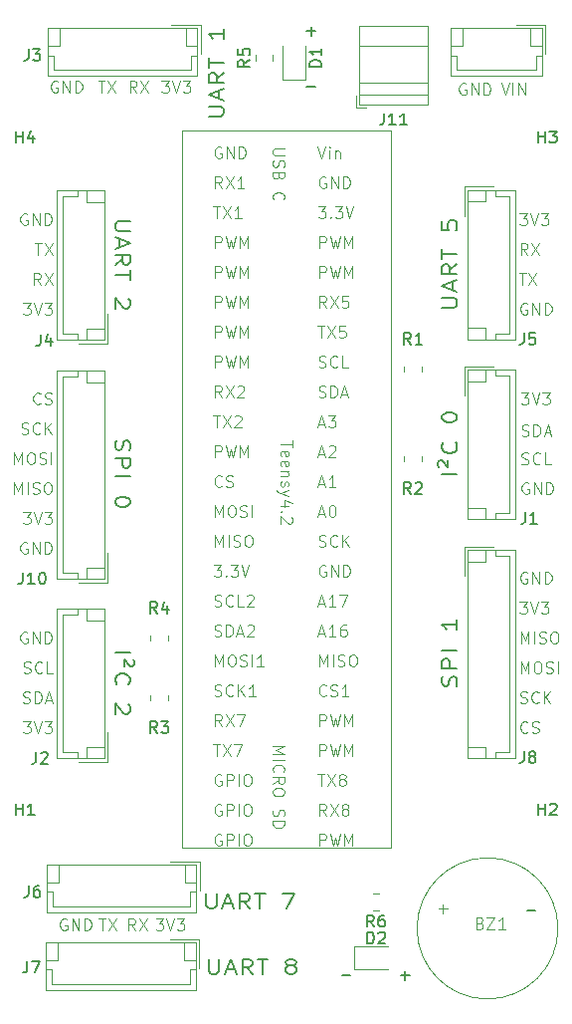
<source format=gbr>
%TF.GenerationSoftware,KiCad,Pcbnew,8.0.3*%
%TF.CreationDate,2024-10-23T15:03:03-04:00*%
%TF.ProjectId,mcu-board,6d63752d-626f-4617-9264-2e6b69636164,rev?*%
%TF.SameCoordinates,Original*%
%TF.FileFunction,Legend,Top*%
%TF.FilePolarity,Positive*%
%FSLAX46Y46*%
G04 Gerber Fmt 4.6, Leading zero omitted, Abs format (unit mm)*
G04 Created by KiCad (PCBNEW 8.0.3) date 2024-10-23 15:03:03*
%MOMM*%
%LPD*%
G01*
G04 APERTURE LIST*
%ADD10C,0.100000*%
%ADD11C,0.200000*%
%ADD12C,0.162100*%
%ADD13C,0.150000*%
%ADD14C,0.120000*%
G04 APERTURE END LIST*
D10*
X144206353Y-63862180D02*
X144158734Y-63909800D01*
X144158734Y-63909800D02*
X144015877Y-63957419D01*
X144015877Y-63957419D02*
X143920639Y-63957419D01*
X143920639Y-63957419D02*
X143777782Y-63909800D01*
X143777782Y-63909800D02*
X143682544Y-63814561D01*
X143682544Y-63814561D02*
X143634925Y-63719323D01*
X143634925Y-63719323D02*
X143587306Y-63528847D01*
X143587306Y-63528847D02*
X143587306Y-63385990D01*
X143587306Y-63385990D02*
X143634925Y-63195514D01*
X143634925Y-63195514D02*
X143682544Y-63100276D01*
X143682544Y-63100276D02*
X143777782Y-63005038D01*
X143777782Y-63005038D02*
X143920639Y-62957419D01*
X143920639Y-62957419D02*
X144015877Y-62957419D01*
X144015877Y-62957419D02*
X144158734Y-63005038D01*
X144158734Y-63005038D02*
X144206353Y-63052657D01*
X144587306Y-63909800D02*
X144730163Y-63957419D01*
X144730163Y-63957419D02*
X144968258Y-63957419D01*
X144968258Y-63957419D02*
X145063496Y-63909800D01*
X145063496Y-63909800D02*
X145111115Y-63862180D01*
X145111115Y-63862180D02*
X145158734Y-63766942D01*
X145158734Y-63766942D02*
X145158734Y-63671704D01*
X145158734Y-63671704D02*
X145111115Y-63576466D01*
X145111115Y-63576466D02*
X145063496Y-63528847D01*
X145063496Y-63528847D02*
X144968258Y-63481228D01*
X144968258Y-63481228D02*
X144777782Y-63433609D01*
X144777782Y-63433609D02*
X144682544Y-63385990D01*
X144682544Y-63385990D02*
X144634925Y-63338371D01*
X144634925Y-63338371D02*
X144587306Y-63243133D01*
X144587306Y-63243133D02*
X144587306Y-63147895D01*
X144587306Y-63147895D02*
X144634925Y-63052657D01*
X144634925Y-63052657D02*
X144682544Y-63005038D01*
X144682544Y-63005038D02*
X144777782Y-62957419D01*
X144777782Y-62957419D02*
X145015877Y-62957419D01*
X145015877Y-62957419D02*
X145158734Y-63005038D01*
D11*
X179637873Y-69917142D02*
X178387873Y-69917142D01*
X178090254Y-69274284D02*
X178030730Y-69131427D01*
X178030730Y-69131427D02*
X178030730Y-68917141D01*
X178030730Y-68917141D02*
X178090254Y-68774284D01*
X178090254Y-68774284D02*
X178209302Y-68702856D01*
X178209302Y-68702856D02*
X178328350Y-68702856D01*
X178328350Y-68702856D02*
X178447397Y-68774284D01*
X178447397Y-68774284D02*
X178864064Y-69274284D01*
X178864064Y-69274284D02*
X178864064Y-68702856D01*
X179518826Y-67202856D02*
X179578350Y-67274284D01*
X179578350Y-67274284D02*
X179637873Y-67488570D01*
X179637873Y-67488570D02*
X179637873Y-67631427D01*
X179637873Y-67631427D02*
X179578350Y-67845713D01*
X179578350Y-67845713D02*
X179459302Y-67988570D01*
X179459302Y-67988570D02*
X179340254Y-68059999D01*
X179340254Y-68059999D02*
X179102159Y-68131427D01*
X179102159Y-68131427D02*
X178923588Y-68131427D01*
X178923588Y-68131427D02*
X178685492Y-68059999D01*
X178685492Y-68059999D02*
X178566445Y-67988570D01*
X178566445Y-67988570D02*
X178447397Y-67845713D01*
X178447397Y-67845713D02*
X178387873Y-67631427D01*
X178387873Y-67631427D02*
X178387873Y-67488570D01*
X178387873Y-67488570D02*
X178447397Y-67274284D01*
X178447397Y-67274284D02*
X178506921Y-67202856D01*
X178387873Y-65131427D02*
X178387873Y-64988570D01*
X178387873Y-64988570D02*
X178447397Y-64845713D01*
X178447397Y-64845713D02*
X178506921Y-64774285D01*
X178506921Y-64774285D02*
X178625969Y-64702856D01*
X178625969Y-64702856D02*
X178864064Y-64631427D01*
X178864064Y-64631427D02*
X179161683Y-64631427D01*
X179161683Y-64631427D02*
X179399778Y-64702856D01*
X179399778Y-64702856D02*
X179518826Y-64774285D01*
X179518826Y-64774285D02*
X179578350Y-64845713D01*
X179578350Y-64845713D02*
X179637873Y-64988570D01*
X179637873Y-64988570D02*
X179637873Y-65131427D01*
X179637873Y-65131427D02*
X179578350Y-65274285D01*
X179578350Y-65274285D02*
X179518826Y-65345713D01*
X179518826Y-65345713D02*
X179399778Y-65417142D01*
X179399778Y-65417142D02*
X179161683Y-65488570D01*
X179161683Y-65488570D02*
X178864064Y-65488570D01*
X178864064Y-65488570D02*
X178625969Y-65417142D01*
X178625969Y-65417142D02*
X178506921Y-65345713D01*
X178506921Y-65345713D02*
X178447397Y-65274285D01*
X178447397Y-65274285D02*
X178387873Y-65131427D01*
D10*
X142730163Y-55337419D02*
X143349210Y-55337419D01*
X143349210Y-55337419D02*
X143015877Y-55718371D01*
X143015877Y-55718371D02*
X143158734Y-55718371D01*
X143158734Y-55718371D02*
X143253972Y-55765990D01*
X143253972Y-55765990D02*
X143301591Y-55813609D01*
X143301591Y-55813609D02*
X143349210Y-55908847D01*
X143349210Y-55908847D02*
X143349210Y-56146942D01*
X143349210Y-56146942D02*
X143301591Y-56242180D01*
X143301591Y-56242180D02*
X143253972Y-56289800D01*
X143253972Y-56289800D02*
X143158734Y-56337419D01*
X143158734Y-56337419D02*
X142873020Y-56337419D01*
X142873020Y-56337419D02*
X142777782Y-56289800D01*
X142777782Y-56289800D02*
X142730163Y-56242180D01*
X143634925Y-55337419D02*
X143968258Y-56337419D01*
X143968258Y-56337419D02*
X144301591Y-55337419D01*
X144539687Y-55337419D02*
X145158734Y-55337419D01*
X145158734Y-55337419D02*
X144825401Y-55718371D01*
X144825401Y-55718371D02*
X144968258Y-55718371D01*
X144968258Y-55718371D02*
X145063496Y-55765990D01*
X145063496Y-55765990D02*
X145111115Y-55813609D01*
X145111115Y-55813609D02*
X145158734Y-55908847D01*
X145158734Y-55908847D02*
X145158734Y-56146942D01*
X145158734Y-56146942D02*
X145111115Y-56242180D01*
X145111115Y-56242180D02*
X145063496Y-56289800D01*
X145063496Y-56289800D02*
X144968258Y-56337419D01*
X144968258Y-56337419D02*
X144682544Y-56337419D01*
X144682544Y-56337419D02*
X144587306Y-56289800D01*
X144587306Y-56289800D02*
X144539687Y-56242180D01*
D12*
X166842834Y-32242263D02*
X167598644Y-32242263D01*
X167220739Y-32620168D02*
X167220739Y-31864358D01*
D10*
X185612693Y-78245038D02*
X185517455Y-78197419D01*
X185517455Y-78197419D02*
X185374598Y-78197419D01*
X185374598Y-78197419D02*
X185231741Y-78245038D01*
X185231741Y-78245038D02*
X185136503Y-78340276D01*
X185136503Y-78340276D02*
X185088884Y-78435514D01*
X185088884Y-78435514D02*
X185041265Y-78625990D01*
X185041265Y-78625990D02*
X185041265Y-78768847D01*
X185041265Y-78768847D02*
X185088884Y-78959323D01*
X185088884Y-78959323D02*
X185136503Y-79054561D01*
X185136503Y-79054561D02*
X185231741Y-79149800D01*
X185231741Y-79149800D02*
X185374598Y-79197419D01*
X185374598Y-79197419D02*
X185469836Y-79197419D01*
X185469836Y-79197419D02*
X185612693Y-79149800D01*
X185612693Y-79149800D02*
X185660312Y-79102180D01*
X185660312Y-79102180D02*
X185660312Y-78768847D01*
X185660312Y-78768847D02*
X185469836Y-78768847D01*
X186088884Y-79197419D02*
X186088884Y-78197419D01*
X186088884Y-78197419D02*
X186660312Y-79197419D01*
X186660312Y-79197419D02*
X186660312Y-78197419D01*
X187136503Y-79197419D02*
X187136503Y-78197419D01*
X187136503Y-78197419D02*
X187374598Y-78197419D01*
X187374598Y-78197419D02*
X187517455Y-78245038D01*
X187517455Y-78245038D02*
X187612693Y-78340276D01*
X187612693Y-78340276D02*
X187660312Y-78435514D01*
X187660312Y-78435514D02*
X187707931Y-78625990D01*
X187707931Y-78625990D02*
X187707931Y-78768847D01*
X187707931Y-78768847D02*
X187660312Y-78959323D01*
X187660312Y-78959323D02*
X187612693Y-79054561D01*
X187612693Y-79054561D02*
X187517455Y-79149800D01*
X187517455Y-79149800D02*
X187374598Y-79197419D01*
X187374598Y-79197419D02*
X187136503Y-79197419D01*
X185732693Y-70625038D02*
X185637455Y-70577419D01*
X185637455Y-70577419D02*
X185494598Y-70577419D01*
X185494598Y-70577419D02*
X185351741Y-70625038D01*
X185351741Y-70625038D02*
X185256503Y-70720276D01*
X185256503Y-70720276D02*
X185208884Y-70815514D01*
X185208884Y-70815514D02*
X185161265Y-71005990D01*
X185161265Y-71005990D02*
X185161265Y-71148847D01*
X185161265Y-71148847D02*
X185208884Y-71339323D01*
X185208884Y-71339323D02*
X185256503Y-71434561D01*
X185256503Y-71434561D02*
X185351741Y-71529800D01*
X185351741Y-71529800D02*
X185494598Y-71577419D01*
X185494598Y-71577419D02*
X185589836Y-71577419D01*
X185589836Y-71577419D02*
X185732693Y-71529800D01*
X185732693Y-71529800D02*
X185780312Y-71482180D01*
X185780312Y-71482180D02*
X185780312Y-71148847D01*
X185780312Y-71148847D02*
X185589836Y-71148847D01*
X186208884Y-71577419D02*
X186208884Y-70577419D01*
X186208884Y-70577419D02*
X186780312Y-71577419D01*
X186780312Y-71577419D02*
X186780312Y-70577419D01*
X187256503Y-71577419D02*
X187256503Y-70577419D01*
X187256503Y-70577419D02*
X187494598Y-70577419D01*
X187494598Y-70577419D02*
X187637455Y-70625038D01*
X187637455Y-70625038D02*
X187732693Y-70720276D01*
X187732693Y-70720276D02*
X187780312Y-70815514D01*
X187780312Y-70815514D02*
X187827931Y-71005990D01*
X187827931Y-71005990D02*
X187827931Y-71148847D01*
X187827931Y-71148847D02*
X187780312Y-71339323D01*
X187780312Y-71339323D02*
X187732693Y-71434561D01*
X187732693Y-71434561D02*
X187637455Y-71529800D01*
X187637455Y-71529800D02*
X187494598Y-71577419D01*
X187494598Y-71577419D02*
X187256503Y-71577419D01*
D11*
X158521428Y-111117873D02*
X158521428Y-112129778D01*
X158521428Y-112129778D02*
X158592857Y-112248826D01*
X158592857Y-112248826D02*
X158664286Y-112308350D01*
X158664286Y-112308350D02*
X158807143Y-112367873D01*
X158807143Y-112367873D02*
X159092857Y-112367873D01*
X159092857Y-112367873D02*
X159235714Y-112308350D01*
X159235714Y-112308350D02*
X159307143Y-112248826D01*
X159307143Y-112248826D02*
X159378571Y-112129778D01*
X159378571Y-112129778D02*
X159378571Y-111117873D01*
X160021429Y-112010730D02*
X160735715Y-112010730D01*
X159878572Y-112367873D02*
X160378572Y-111117873D01*
X160378572Y-111117873D02*
X160878572Y-112367873D01*
X162235714Y-112367873D02*
X161735714Y-111772635D01*
X161378571Y-112367873D02*
X161378571Y-111117873D01*
X161378571Y-111117873D02*
X161950000Y-111117873D01*
X161950000Y-111117873D02*
X162092857Y-111177397D01*
X162092857Y-111177397D02*
X162164286Y-111236921D01*
X162164286Y-111236921D02*
X162235714Y-111355969D01*
X162235714Y-111355969D02*
X162235714Y-111534540D01*
X162235714Y-111534540D02*
X162164286Y-111653588D01*
X162164286Y-111653588D02*
X162092857Y-111713111D01*
X162092857Y-111713111D02*
X161950000Y-111772635D01*
X161950000Y-111772635D02*
X161378571Y-111772635D01*
X162664286Y-111117873D02*
X163521429Y-111117873D01*
X163092857Y-112367873D02*
X163092857Y-111117873D01*
X165378571Y-111653588D02*
X165235714Y-111594064D01*
X165235714Y-111594064D02*
X165164285Y-111534540D01*
X165164285Y-111534540D02*
X165092857Y-111415492D01*
X165092857Y-111415492D02*
X165092857Y-111355969D01*
X165092857Y-111355969D02*
X165164285Y-111236921D01*
X165164285Y-111236921D02*
X165235714Y-111177397D01*
X165235714Y-111177397D02*
X165378571Y-111117873D01*
X165378571Y-111117873D02*
X165664285Y-111117873D01*
X165664285Y-111117873D02*
X165807143Y-111177397D01*
X165807143Y-111177397D02*
X165878571Y-111236921D01*
X165878571Y-111236921D02*
X165950000Y-111355969D01*
X165950000Y-111355969D02*
X165950000Y-111415492D01*
X165950000Y-111415492D02*
X165878571Y-111534540D01*
X165878571Y-111534540D02*
X165807143Y-111594064D01*
X165807143Y-111594064D02*
X165664285Y-111653588D01*
X165664285Y-111653588D02*
X165378571Y-111653588D01*
X165378571Y-111653588D02*
X165235714Y-111713111D01*
X165235714Y-111713111D02*
X165164285Y-111772635D01*
X165164285Y-111772635D02*
X165092857Y-111891683D01*
X165092857Y-111891683D02*
X165092857Y-112129778D01*
X165092857Y-112129778D02*
X165164285Y-112248826D01*
X165164285Y-112248826D02*
X165235714Y-112308350D01*
X165235714Y-112308350D02*
X165378571Y-112367873D01*
X165378571Y-112367873D02*
X165664285Y-112367873D01*
X165664285Y-112367873D02*
X165807143Y-112308350D01*
X165807143Y-112308350D02*
X165878571Y-112248826D01*
X165878571Y-112248826D02*
X165950000Y-112129778D01*
X165950000Y-112129778D02*
X165950000Y-111891683D01*
X165950000Y-111891683D02*
X165878571Y-111772635D01*
X165878571Y-111772635D02*
X165807143Y-111713111D01*
X165807143Y-111713111D02*
X165664285Y-111653588D01*
X150621650Y-67028572D02*
X150562126Y-67242858D01*
X150562126Y-67242858D02*
X150562126Y-67600000D01*
X150562126Y-67600000D02*
X150621650Y-67742858D01*
X150621650Y-67742858D02*
X150681173Y-67814286D01*
X150681173Y-67814286D02*
X150800221Y-67885715D01*
X150800221Y-67885715D02*
X150919269Y-67885715D01*
X150919269Y-67885715D02*
X151038316Y-67814286D01*
X151038316Y-67814286D02*
X151097840Y-67742858D01*
X151097840Y-67742858D02*
X151157364Y-67600000D01*
X151157364Y-67600000D02*
X151216888Y-67314286D01*
X151216888Y-67314286D02*
X151276411Y-67171429D01*
X151276411Y-67171429D02*
X151335935Y-67100000D01*
X151335935Y-67100000D02*
X151454983Y-67028572D01*
X151454983Y-67028572D02*
X151574030Y-67028572D01*
X151574030Y-67028572D02*
X151693078Y-67100000D01*
X151693078Y-67100000D02*
X151752602Y-67171429D01*
X151752602Y-67171429D02*
X151812126Y-67314286D01*
X151812126Y-67314286D02*
X151812126Y-67671429D01*
X151812126Y-67671429D02*
X151752602Y-67885715D01*
X150562126Y-68528571D02*
X151812126Y-68528571D01*
X151812126Y-68528571D02*
X151812126Y-69100000D01*
X151812126Y-69100000D02*
X151752602Y-69242857D01*
X151752602Y-69242857D02*
X151693078Y-69314286D01*
X151693078Y-69314286D02*
X151574030Y-69385714D01*
X151574030Y-69385714D02*
X151395459Y-69385714D01*
X151395459Y-69385714D02*
X151276411Y-69314286D01*
X151276411Y-69314286D02*
X151216888Y-69242857D01*
X151216888Y-69242857D02*
X151157364Y-69100000D01*
X151157364Y-69100000D02*
X151157364Y-68528571D01*
X150562126Y-70028571D02*
X151812126Y-70028571D01*
X151812126Y-72171429D02*
X151812126Y-72314286D01*
X151812126Y-72314286D02*
X151752602Y-72457143D01*
X151752602Y-72457143D02*
X151693078Y-72528572D01*
X151693078Y-72528572D02*
X151574030Y-72600000D01*
X151574030Y-72600000D02*
X151335935Y-72671429D01*
X151335935Y-72671429D02*
X151038316Y-72671429D01*
X151038316Y-72671429D02*
X150800221Y-72600000D01*
X150800221Y-72600000D02*
X150681173Y-72528572D01*
X150681173Y-72528572D02*
X150621650Y-72457143D01*
X150621650Y-72457143D02*
X150562126Y-72314286D01*
X150562126Y-72314286D02*
X150562126Y-72171429D01*
X150562126Y-72171429D02*
X150621650Y-72028572D01*
X150621650Y-72028572D02*
X150681173Y-71957143D01*
X150681173Y-71957143D02*
X150800221Y-71885714D01*
X150800221Y-71885714D02*
X151038316Y-71814286D01*
X151038316Y-71814286D02*
X151335935Y-71814286D01*
X151335935Y-71814286D02*
X151574030Y-71885714D01*
X151574030Y-71885714D02*
X151693078Y-71957143D01*
X151693078Y-71957143D02*
X151752602Y-72028572D01*
X151752602Y-72028572D02*
X151812126Y-72171429D01*
D10*
X149115163Y-36457419D02*
X149686591Y-36457419D01*
X149400877Y-37457419D02*
X149400877Y-36457419D01*
X149924687Y-36457419D02*
X150591353Y-37457419D01*
X150591353Y-36457419D02*
X149924687Y-37457419D01*
X185612693Y-55385038D02*
X185517455Y-55337419D01*
X185517455Y-55337419D02*
X185374598Y-55337419D01*
X185374598Y-55337419D02*
X185231741Y-55385038D01*
X185231741Y-55385038D02*
X185136503Y-55480276D01*
X185136503Y-55480276D02*
X185088884Y-55575514D01*
X185088884Y-55575514D02*
X185041265Y-55765990D01*
X185041265Y-55765990D02*
X185041265Y-55908847D01*
X185041265Y-55908847D02*
X185088884Y-56099323D01*
X185088884Y-56099323D02*
X185136503Y-56194561D01*
X185136503Y-56194561D02*
X185231741Y-56289800D01*
X185231741Y-56289800D02*
X185374598Y-56337419D01*
X185374598Y-56337419D02*
X185469836Y-56337419D01*
X185469836Y-56337419D02*
X185612693Y-56289800D01*
X185612693Y-56289800D02*
X185660312Y-56242180D01*
X185660312Y-56242180D02*
X185660312Y-55908847D01*
X185660312Y-55908847D02*
X185469836Y-55908847D01*
X186088884Y-56337419D02*
X186088884Y-55337419D01*
X186088884Y-55337419D02*
X186660312Y-56337419D01*
X186660312Y-56337419D02*
X186660312Y-55337419D01*
X187136503Y-56337419D02*
X187136503Y-55337419D01*
X187136503Y-55337419D02*
X187374598Y-55337419D01*
X187374598Y-55337419D02*
X187517455Y-55385038D01*
X187517455Y-55385038D02*
X187612693Y-55480276D01*
X187612693Y-55480276D02*
X187660312Y-55575514D01*
X187660312Y-55575514D02*
X187707931Y-55765990D01*
X187707931Y-55765990D02*
X187707931Y-55908847D01*
X187707931Y-55908847D02*
X187660312Y-56099323D01*
X187660312Y-56099323D02*
X187612693Y-56194561D01*
X187612693Y-56194561D02*
X187517455Y-56289800D01*
X187517455Y-56289800D02*
X187374598Y-56337419D01*
X187374598Y-56337419D02*
X187136503Y-56337419D01*
X154008646Y-107657419D02*
X154627693Y-107657419D01*
X154627693Y-107657419D02*
X154294360Y-108038371D01*
X154294360Y-108038371D02*
X154437217Y-108038371D01*
X154437217Y-108038371D02*
X154532455Y-108085990D01*
X154532455Y-108085990D02*
X154580074Y-108133609D01*
X154580074Y-108133609D02*
X154627693Y-108228847D01*
X154627693Y-108228847D02*
X154627693Y-108466942D01*
X154627693Y-108466942D02*
X154580074Y-108562180D01*
X154580074Y-108562180D02*
X154532455Y-108609800D01*
X154532455Y-108609800D02*
X154437217Y-108657419D01*
X154437217Y-108657419D02*
X154151503Y-108657419D01*
X154151503Y-108657419D02*
X154056265Y-108609800D01*
X154056265Y-108609800D02*
X154008646Y-108562180D01*
X154913408Y-107657419D02*
X155246741Y-108657419D01*
X155246741Y-108657419D02*
X155580074Y-107657419D01*
X155818170Y-107657419D02*
X156437217Y-107657419D01*
X156437217Y-107657419D02*
X156103884Y-108038371D01*
X156103884Y-108038371D02*
X156246741Y-108038371D01*
X156246741Y-108038371D02*
X156341979Y-108085990D01*
X156341979Y-108085990D02*
X156389598Y-108133609D01*
X156389598Y-108133609D02*
X156437217Y-108228847D01*
X156437217Y-108228847D02*
X156437217Y-108466942D01*
X156437217Y-108466942D02*
X156389598Y-108562180D01*
X156389598Y-108562180D02*
X156341979Y-108609800D01*
X156341979Y-108609800D02*
X156246741Y-108657419D01*
X156246741Y-108657419D02*
X155961027Y-108657419D01*
X155961027Y-108657419D02*
X155865789Y-108609800D01*
X155865789Y-108609800D02*
X155818170Y-108562180D01*
X185041265Y-89309800D02*
X185184122Y-89357419D01*
X185184122Y-89357419D02*
X185422217Y-89357419D01*
X185422217Y-89357419D02*
X185517455Y-89309800D01*
X185517455Y-89309800D02*
X185565074Y-89262180D01*
X185565074Y-89262180D02*
X185612693Y-89166942D01*
X185612693Y-89166942D02*
X185612693Y-89071704D01*
X185612693Y-89071704D02*
X185565074Y-88976466D01*
X185565074Y-88976466D02*
X185517455Y-88928847D01*
X185517455Y-88928847D02*
X185422217Y-88881228D01*
X185422217Y-88881228D02*
X185231741Y-88833609D01*
X185231741Y-88833609D02*
X185136503Y-88785990D01*
X185136503Y-88785990D02*
X185088884Y-88738371D01*
X185088884Y-88738371D02*
X185041265Y-88643133D01*
X185041265Y-88643133D02*
X185041265Y-88547895D01*
X185041265Y-88547895D02*
X185088884Y-88452657D01*
X185088884Y-88452657D02*
X185136503Y-88405038D01*
X185136503Y-88405038D02*
X185231741Y-88357419D01*
X185231741Y-88357419D02*
X185469836Y-88357419D01*
X185469836Y-88357419D02*
X185612693Y-88405038D01*
X186612693Y-89262180D02*
X186565074Y-89309800D01*
X186565074Y-89309800D02*
X186422217Y-89357419D01*
X186422217Y-89357419D02*
X186326979Y-89357419D01*
X186326979Y-89357419D02*
X186184122Y-89309800D01*
X186184122Y-89309800D02*
X186088884Y-89214561D01*
X186088884Y-89214561D02*
X186041265Y-89119323D01*
X186041265Y-89119323D02*
X185993646Y-88928847D01*
X185993646Y-88928847D02*
X185993646Y-88785990D01*
X185993646Y-88785990D02*
X186041265Y-88595514D01*
X186041265Y-88595514D02*
X186088884Y-88500276D01*
X186088884Y-88500276D02*
X186184122Y-88405038D01*
X186184122Y-88405038D02*
X186326979Y-88357419D01*
X186326979Y-88357419D02*
X186422217Y-88357419D01*
X186422217Y-88357419D02*
X186565074Y-88405038D01*
X186565074Y-88405038D02*
X186612693Y-88452657D01*
X187041265Y-89357419D02*
X187041265Y-88357419D01*
X187612693Y-89357419D02*
X187184122Y-88785990D01*
X187612693Y-88357419D02*
X187041265Y-88928847D01*
X143730163Y-50257419D02*
X144301591Y-50257419D01*
X144015877Y-51257419D02*
X144015877Y-50257419D01*
X144539687Y-50257419D02*
X145206353Y-51257419D01*
X145206353Y-50257419D02*
X144539687Y-51257419D01*
D11*
X151812126Y-48391428D02*
X150800221Y-48391428D01*
X150800221Y-48391428D02*
X150681173Y-48462857D01*
X150681173Y-48462857D02*
X150621650Y-48534286D01*
X150621650Y-48534286D02*
X150562126Y-48677143D01*
X150562126Y-48677143D02*
X150562126Y-48962857D01*
X150562126Y-48962857D02*
X150621650Y-49105714D01*
X150621650Y-49105714D02*
X150681173Y-49177143D01*
X150681173Y-49177143D02*
X150800221Y-49248571D01*
X150800221Y-49248571D02*
X151812126Y-49248571D01*
X150919269Y-49891429D02*
X150919269Y-50605715D01*
X150562126Y-49748572D02*
X151812126Y-50248572D01*
X151812126Y-50248572D02*
X150562126Y-50748572D01*
X150562126Y-52105714D02*
X151157364Y-51605714D01*
X150562126Y-51248571D02*
X151812126Y-51248571D01*
X151812126Y-51248571D02*
X151812126Y-51820000D01*
X151812126Y-51820000D02*
X151752602Y-51962857D01*
X151752602Y-51962857D02*
X151693078Y-52034286D01*
X151693078Y-52034286D02*
X151574030Y-52105714D01*
X151574030Y-52105714D02*
X151395459Y-52105714D01*
X151395459Y-52105714D02*
X151276411Y-52034286D01*
X151276411Y-52034286D02*
X151216888Y-51962857D01*
X151216888Y-51962857D02*
X151157364Y-51820000D01*
X151157364Y-51820000D02*
X151157364Y-51248571D01*
X151812126Y-52534286D02*
X151812126Y-53391429D01*
X150562126Y-52962857D02*
X151812126Y-52962857D01*
X151693078Y-54962857D02*
X151752602Y-55034285D01*
X151752602Y-55034285D02*
X151812126Y-55177143D01*
X151812126Y-55177143D02*
X151812126Y-55534285D01*
X151812126Y-55534285D02*
X151752602Y-55677143D01*
X151752602Y-55677143D02*
X151693078Y-55748571D01*
X151693078Y-55748571D02*
X151574030Y-55820000D01*
X151574030Y-55820000D02*
X151454983Y-55820000D01*
X151454983Y-55820000D02*
X151276411Y-55748571D01*
X151276411Y-55748571D02*
X150562126Y-54891428D01*
X150562126Y-54891428D02*
X150562126Y-55820000D01*
X158517873Y-39478571D02*
X159529778Y-39478571D01*
X159529778Y-39478571D02*
X159648826Y-39407142D01*
X159648826Y-39407142D02*
X159708350Y-39335714D01*
X159708350Y-39335714D02*
X159767873Y-39192856D01*
X159767873Y-39192856D02*
X159767873Y-38907142D01*
X159767873Y-38907142D02*
X159708350Y-38764285D01*
X159708350Y-38764285D02*
X159648826Y-38692856D01*
X159648826Y-38692856D02*
X159529778Y-38621428D01*
X159529778Y-38621428D02*
X158517873Y-38621428D01*
X159410730Y-37978570D02*
X159410730Y-37264285D01*
X159767873Y-38121427D02*
X158517873Y-37621427D01*
X158517873Y-37621427D02*
X159767873Y-37121427D01*
X159767873Y-35764285D02*
X159172635Y-36264285D01*
X159767873Y-36621428D02*
X158517873Y-36621428D01*
X158517873Y-36621428D02*
X158517873Y-36049999D01*
X158517873Y-36049999D02*
X158577397Y-35907142D01*
X158577397Y-35907142D02*
X158636921Y-35835713D01*
X158636921Y-35835713D02*
X158755969Y-35764285D01*
X158755969Y-35764285D02*
X158934540Y-35764285D01*
X158934540Y-35764285D02*
X159053588Y-35835713D01*
X159053588Y-35835713D02*
X159113111Y-35907142D01*
X159113111Y-35907142D02*
X159172635Y-36049999D01*
X159172635Y-36049999D02*
X159172635Y-36621428D01*
X158517873Y-35335713D02*
X158517873Y-34478571D01*
X159767873Y-34907142D02*
X158517873Y-34907142D01*
X159767873Y-32049999D02*
X159767873Y-32907142D01*
X159767873Y-32478571D02*
X158517873Y-32478571D01*
X158517873Y-32478571D02*
X158696445Y-32621428D01*
X158696445Y-32621428D02*
X158815492Y-32764285D01*
X158815492Y-32764285D02*
X158875016Y-32907142D01*
X178387873Y-55748571D02*
X179399778Y-55748571D01*
X179399778Y-55748571D02*
X179518826Y-55677142D01*
X179518826Y-55677142D02*
X179578350Y-55605714D01*
X179578350Y-55605714D02*
X179637873Y-55462856D01*
X179637873Y-55462856D02*
X179637873Y-55177142D01*
X179637873Y-55177142D02*
X179578350Y-55034285D01*
X179578350Y-55034285D02*
X179518826Y-54962856D01*
X179518826Y-54962856D02*
X179399778Y-54891428D01*
X179399778Y-54891428D02*
X178387873Y-54891428D01*
X179280730Y-54248570D02*
X179280730Y-53534285D01*
X179637873Y-54391427D02*
X178387873Y-53891427D01*
X178387873Y-53891427D02*
X179637873Y-53391427D01*
X179637873Y-52034285D02*
X179042635Y-52534285D01*
X179637873Y-52891428D02*
X178387873Y-52891428D01*
X178387873Y-52891428D02*
X178387873Y-52319999D01*
X178387873Y-52319999D02*
X178447397Y-52177142D01*
X178447397Y-52177142D02*
X178506921Y-52105713D01*
X178506921Y-52105713D02*
X178625969Y-52034285D01*
X178625969Y-52034285D02*
X178804540Y-52034285D01*
X178804540Y-52034285D02*
X178923588Y-52105713D01*
X178923588Y-52105713D02*
X178983111Y-52177142D01*
X178983111Y-52177142D02*
X179042635Y-52319999D01*
X179042635Y-52319999D02*
X179042635Y-52891428D01*
X178387873Y-51605713D02*
X178387873Y-50748571D01*
X179637873Y-51177142D02*
X178387873Y-51177142D01*
X178387873Y-48391428D02*
X178387873Y-49105714D01*
X178387873Y-49105714D02*
X178983111Y-49177142D01*
X178983111Y-49177142D02*
X178923588Y-49105714D01*
X178923588Y-49105714D02*
X178864064Y-48962857D01*
X178864064Y-48962857D02*
X178864064Y-48605714D01*
X178864064Y-48605714D02*
X178923588Y-48462857D01*
X178923588Y-48462857D02*
X178983111Y-48391428D01*
X178983111Y-48391428D02*
X179102159Y-48319999D01*
X179102159Y-48319999D02*
X179399778Y-48319999D01*
X179399778Y-48319999D02*
X179518826Y-48391428D01*
X179518826Y-48391428D02*
X179578350Y-48462857D01*
X179578350Y-48462857D02*
X179637873Y-48605714D01*
X179637873Y-48605714D02*
X179637873Y-48962857D01*
X179637873Y-48962857D02*
X179578350Y-49105714D01*
X179578350Y-49105714D02*
X179518826Y-49177142D01*
D10*
X149161027Y-107657419D02*
X149732455Y-107657419D01*
X149446741Y-108657419D02*
X149446741Y-107657419D01*
X149970551Y-107657419D02*
X150637217Y-108657419D01*
X150637217Y-107657419D02*
X149970551Y-108657419D01*
X185161265Y-69009800D02*
X185304122Y-69057419D01*
X185304122Y-69057419D02*
X185542217Y-69057419D01*
X185542217Y-69057419D02*
X185637455Y-69009800D01*
X185637455Y-69009800D02*
X185685074Y-68962180D01*
X185685074Y-68962180D02*
X185732693Y-68866942D01*
X185732693Y-68866942D02*
X185732693Y-68771704D01*
X185732693Y-68771704D02*
X185685074Y-68676466D01*
X185685074Y-68676466D02*
X185637455Y-68628847D01*
X185637455Y-68628847D02*
X185542217Y-68581228D01*
X185542217Y-68581228D02*
X185351741Y-68533609D01*
X185351741Y-68533609D02*
X185256503Y-68485990D01*
X185256503Y-68485990D02*
X185208884Y-68438371D01*
X185208884Y-68438371D02*
X185161265Y-68343133D01*
X185161265Y-68343133D02*
X185161265Y-68247895D01*
X185161265Y-68247895D02*
X185208884Y-68152657D01*
X185208884Y-68152657D02*
X185256503Y-68105038D01*
X185256503Y-68105038D02*
X185351741Y-68057419D01*
X185351741Y-68057419D02*
X185589836Y-68057419D01*
X185589836Y-68057419D02*
X185732693Y-68105038D01*
X186732693Y-68962180D02*
X186685074Y-69009800D01*
X186685074Y-69009800D02*
X186542217Y-69057419D01*
X186542217Y-69057419D02*
X186446979Y-69057419D01*
X186446979Y-69057419D02*
X186304122Y-69009800D01*
X186304122Y-69009800D02*
X186208884Y-68914561D01*
X186208884Y-68914561D02*
X186161265Y-68819323D01*
X186161265Y-68819323D02*
X186113646Y-68628847D01*
X186113646Y-68628847D02*
X186113646Y-68485990D01*
X186113646Y-68485990D02*
X186161265Y-68295514D01*
X186161265Y-68295514D02*
X186208884Y-68200276D01*
X186208884Y-68200276D02*
X186304122Y-68105038D01*
X186304122Y-68105038D02*
X186446979Y-68057419D01*
X186446979Y-68057419D02*
X186542217Y-68057419D01*
X186542217Y-68057419D02*
X186685074Y-68105038D01*
X186685074Y-68105038D02*
X186732693Y-68152657D01*
X187637455Y-69057419D02*
X187161265Y-69057419D01*
X187161265Y-69057419D02*
X187161265Y-68057419D01*
X143063496Y-75705038D02*
X142968258Y-75657419D01*
X142968258Y-75657419D02*
X142825401Y-75657419D01*
X142825401Y-75657419D02*
X142682544Y-75705038D01*
X142682544Y-75705038D02*
X142587306Y-75800276D01*
X142587306Y-75800276D02*
X142539687Y-75895514D01*
X142539687Y-75895514D02*
X142492068Y-76085990D01*
X142492068Y-76085990D02*
X142492068Y-76228847D01*
X142492068Y-76228847D02*
X142539687Y-76419323D01*
X142539687Y-76419323D02*
X142587306Y-76514561D01*
X142587306Y-76514561D02*
X142682544Y-76609800D01*
X142682544Y-76609800D02*
X142825401Y-76657419D01*
X142825401Y-76657419D02*
X142920639Y-76657419D01*
X142920639Y-76657419D02*
X143063496Y-76609800D01*
X143063496Y-76609800D02*
X143111115Y-76562180D01*
X143111115Y-76562180D02*
X143111115Y-76228847D01*
X143111115Y-76228847D02*
X142920639Y-76228847D01*
X143539687Y-76657419D02*
X143539687Y-75657419D01*
X143539687Y-75657419D02*
X144111115Y-76657419D01*
X144111115Y-76657419D02*
X144111115Y-75657419D01*
X144587306Y-76657419D02*
X144587306Y-75657419D01*
X144587306Y-75657419D02*
X144825401Y-75657419D01*
X144825401Y-75657419D02*
X144968258Y-75705038D01*
X144968258Y-75705038D02*
X145063496Y-75800276D01*
X145063496Y-75800276D02*
X145111115Y-75895514D01*
X145111115Y-75895514D02*
X145158734Y-76085990D01*
X145158734Y-76085990D02*
X145158734Y-76228847D01*
X145158734Y-76228847D02*
X145111115Y-76419323D01*
X145111115Y-76419323D02*
X145063496Y-76514561D01*
X145063496Y-76514561D02*
X144968258Y-76609800D01*
X144968258Y-76609800D02*
X144825401Y-76657419D01*
X144825401Y-76657419D02*
X144587306Y-76657419D01*
X184993646Y-47717419D02*
X185612693Y-47717419D01*
X185612693Y-47717419D02*
X185279360Y-48098371D01*
X185279360Y-48098371D02*
X185422217Y-48098371D01*
X185422217Y-48098371D02*
X185517455Y-48145990D01*
X185517455Y-48145990D02*
X185565074Y-48193609D01*
X185565074Y-48193609D02*
X185612693Y-48288847D01*
X185612693Y-48288847D02*
X185612693Y-48526942D01*
X185612693Y-48526942D02*
X185565074Y-48622180D01*
X185565074Y-48622180D02*
X185517455Y-48669800D01*
X185517455Y-48669800D02*
X185422217Y-48717419D01*
X185422217Y-48717419D02*
X185136503Y-48717419D01*
X185136503Y-48717419D02*
X185041265Y-48669800D01*
X185041265Y-48669800D02*
X184993646Y-48622180D01*
X185898408Y-47717419D02*
X186231741Y-48717419D01*
X186231741Y-48717419D02*
X186565074Y-47717419D01*
X186803170Y-47717419D02*
X187422217Y-47717419D01*
X187422217Y-47717419D02*
X187088884Y-48098371D01*
X187088884Y-48098371D02*
X187231741Y-48098371D01*
X187231741Y-48098371D02*
X187326979Y-48145990D01*
X187326979Y-48145990D02*
X187374598Y-48193609D01*
X187374598Y-48193609D02*
X187422217Y-48288847D01*
X187422217Y-48288847D02*
X187422217Y-48526942D01*
X187422217Y-48526942D02*
X187374598Y-48622180D01*
X187374598Y-48622180D02*
X187326979Y-48669800D01*
X187326979Y-48669800D02*
X187231741Y-48717419D01*
X187231741Y-48717419D02*
X186946027Y-48717419D01*
X186946027Y-48717419D02*
X186850789Y-48669800D01*
X186850789Y-48669800D02*
X186803170Y-48622180D01*
D11*
X179578350Y-87911427D02*
X179637873Y-87697142D01*
X179637873Y-87697142D02*
X179637873Y-87339999D01*
X179637873Y-87339999D02*
X179578350Y-87197142D01*
X179578350Y-87197142D02*
X179518826Y-87125713D01*
X179518826Y-87125713D02*
X179399778Y-87054284D01*
X179399778Y-87054284D02*
X179280730Y-87054284D01*
X179280730Y-87054284D02*
X179161683Y-87125713D01*
X179161683Y-87125713D02*
X179102159Y-87197142D01*
X179102159Y-87197142D02*
X179042635Y-87339999D01*
X179042635Y-87339999D02*
X178983111Y-87625713D01*
X178983111Y-87625713D02*
X178923588Y-87768570D01*
X178923588Y-87768570D02*
X178864064Y-87839999D01*
X178864064Y-87839999D02*
X178745016Y-87911427D01*
X178745016Y-87911427D02*
X178625969Y-87911427D01*
X178625969Y-87911427D02*
X178506921Y-87839999D01*
X178506921Y-87839999D02*
X178447397Y-87768570D01*
X178447397Y-87768570D02*
X178387873Y-87625713D01*
X178387873Y-87625713D02*
X178387873Y-87268570D01*
X178387873Y-87268570D02*
X178447397Y-87054284D01*
X179637873Y-86411428D02*
X178387873Y-86411428D01*
X178387873Y-86411428D02*
X178387873Y-85839999D01*
X178387873Y-85839999D02*
X178447397Y-85697142D01*
X178447397Y-85697142D02*
X178506921Y-85625713D01*
X178506921Y-85625713D02*
X178625969Y-85554285D01*
X178625969Y-85554285D02*
X178804540Y-85554285D01*
X178804540Y-85554285D02*
X178923588Y-85625713D01*
X178923588Y-85625713D02*
X178983111Y-85697142D01*
X178983111Y-85697142D02*
X179042635Y-85839999D01*
X179042635Y-85839999D02*
X179042635Y-86411428D01*
X179637873Y-84911428D02*
X178387873Y-84911428D01*
X179637873Y-82268570D02*
X179637873Y-83125713D01*
X179637873Y-82697142D02*
X178387873Y-82697142D01*
X178387873Y-82697142D02*
X178566445Y-82839999D01*
X178566445Y-82839999D02*
X178685492Y-82982856D01*
X178685492Y-82982856D02*
X178745016Y-83125713D01*
D12*
X174842834Y-112492263D02*
X175598644Y-112492263D01*
X175220739Y-112870168D02*
X175220739Y-112114358D01*
D10*
X142587306Y-66449800D02*
X142730163Y-66497419D01*
X142730163Y-66497419D02*
X142968258Y-66497419D01*
X142968258Y-66497419D02*
X143063496Y-66449800D01*
X143063496Y-66449800D02*
X143111115Y-66402180D01*
X143111115Y-66402180D02*
X143158734Y-66306942D01*
X143158734Y-66306942D02*
X143158734Y-66211704D01*
X143158734Y-66211704D02*
X143111115Y-66116466D01*
X143111115Y-66116466D02*
X143063496Y-66068847D01*
X143063496Y-66068847D02*
X142968258Y-66021228D01*
X142968258Y-66021228D02*
X142777782Y-65973609D01*
X142777782Y-65973609D02*
X142682544Y-65925990D01*
X142682544Y-65925990D02*
X142634925Y-65878371D01*
X142634925Y-65878371D02*
X142587306Y-65783133D01*
X142587306Y-65783133D02*
X142587306Y-65687895D01*
X142587306Y-65687895D02*
X142634925Y-65592657D01*
X142634925Y-65592657D02*
X142682544Y-65545038D01*
X142682544Y-65545038D02*
X142777782Y-65497419D01*
X142777782Y-65497419D02*
X143015877Y-65497419D01*
X143015877Y-65497419D02*
X143158734Y-65545038D01*
X144158734Y-66402180D02*
X144111115Y-66449800D01*
X144111115Y-66449800D02*
X143968258Y-66497419D01*
X143968258Y-66497419D02*
X143873020Y-66497419D01*
X143873020Y-66497419D02*
X143730163Y-66449800D01*
X143730163Y-66449800D02*
X143634925Y-66354561D01*
X143634925Y-66354561D02*
X143587306Y-66259323D01*
X143587306Y-66259323D02*
X143539687Y-66068847D01*
X143539687Y-66068847D02*
X143539687Y-65925990D01*
X143539687Y-65925990D02*
X143587306Y-65735514D01*
X143587306Y-65735514D02*
X143634925Y-65640276D01*
X143634925Y-65640276D02*
X143730163Y-65545038D01*
X143730163Y-65545038D02*
X143873020Y-65497419D01*
X143873020Y-65497419D02*
X143968258Y-65497419D01*
X143968258Y-65497419D02*
X144111115Y-65545038D01*
X144111115Y-65545038D02*
X144158734Y-65592657D01*
X144587306Y-66497419D02*
X144587306Y-65497419D01*
X145158734Y-66497419D02*
X144730163Y-65925990D01*
X145158734Y-65497419D02*
X144587306Y-66068847D01*
X184993646Y-80737419D02*
X185612693Y-80737419D01*
X185612693Y-80737419D02*
X185279360Y-81118371D01*
X185279360Y-81118371D02*
X185422217Y-81118371D01*
X185422217Y-81118371D02*
X185517455Y-81165990D01*
X185517455Y-81165990D02*
X185565074Y-81213609D01*
X185565074Y-81213609D02*
X185612693Y-81308847D01*
X185612693Y-81308847D02*
X185612693Y-81546942D01*
X185612693Y-81546942D02*
X185565074Y-81642180D01*
X185565074Y-81642180D02*
X185517455Y-81689800D01*
X185517455Y-81689800D02*
X185422217Y-81737419D01*
X185422217Y-81737419D02*
X185136503Y-81737419D01*
X185136503Y-81737419D02*
X185041265Y-81689800D01*
X185041265Y-81689800D02*
X184993646Y-81642180D01*
X185898408Y-80737419D02*
X186231741Y-81737419D01*
X186231741Y-81737419D02*
X186565074Y-80737419D01*
X186803170Y-80737419D02*
X187422217Y-80737419D01*
X187422217Y-80737419D02*
X187088884Y-81118371D01*
X187088884Y-81118371D02*
X187231741Y-81118371D01*
X187231741Y-81118371D02*
X187326979Y-81165990D01*
X187326979Y-81165990D02*
X187374598Y-81213609D01*
X187374598Y-81213609D02*
X187422217Y-81308847D01*
X187422217Y-81308847D02*
X187422217Y-81546942D01*
X187422217Y-81546942D02*
X187374598Y-81642180D01*
X187374598Y-81642180D02*
X187326979Y-81689800D01*
X187326979Y-81689800D02*
X187231741Y-81737419D01*
X187231741Y-81737419D02*
X186946027Y-81737419D01*
X186946027Y-81737419D02*
X186850789Y-81689800D01*
X186850789Y-81689800D02*
X186803170Y-81642180D01*
X142730163Y-90897419D02*
X143349210Y-90897419D01*
X143349210Y-90897419D02*
X143015877Y-91278371D01*
X143015877Y-91278371D02*
X143158734Y-91278371D01*
X143158734Y-91278371D02*
X143253972Y-91325990D01*
X143253972Y-91325990D02*
X143301591Y-91373609D01*
X143301591Y-91373609D02*
X143349210Y-91468847D01*
X143349210Y-91468847D02*
X143349210Y-91706942D01*
X143349210Y-91706942D02*
X143301591Y-91802180D01*
X143301591Y-91802180D02*
X143253972Y-91849800D01*
X143253972Y-91849800D02*
X143158734Y-91897419D01*
X143158734Y-91897419D02*
X142873020Y-91897419D01*
X142873020Y-91897419D02*
X142777782Y-91849800D01*
X142777782Y-91849800D02*
X142730163Y-91802180D01*
X143634925Y-90897419D02*
X143968258Y-91897419D01*
X143968258Y-91897419D02*
X144301591Y-90897419D01*
X144539687Y-90897419D02*
X145158734Y-90897419D01*
X145158734Y-90897419D02*
X144825401Y-91278371D01*
X144825401Y-91278371D02*
X144968258Y-91278371D01*
X144968258Y-91278371D02*
X145063496Y-91325990D01*
X145063496Y-91325990D02*
X145111115Y-91373609D01*
X145111115Y-91373609D02*
X145158734Y-91468847D01*
X145158734Y-91468847D02*
X145158734Y-91706942D01*
X145158734Y-91706942D02*
X145111115Y-91802180D01*
X145111115Y-91802180D02*
X145063496Y-91849800D01*
X145063496Y-91849800D02*
X144968258Y-91897419D01*
X144968258Y-91897419D02*
X144682544Y-91897419D01*
X144682544Y-91897419D02*
X144587306Y-91849800D01*
X144587306Y-91849800D02*
X144539687Y-91802180D01*
X152391353Y-37457419D02*
X152058020Y-36981228D01*
X151819925Y-37457419D02*
X151819925Y-36457419D01*
X151819925Y-36457419D02*
X152200877Y-36457419D01*
X152200877Y-36457419D02*
X152296115Y-36505038D01*
X152296115Y-36505038D02*
X152343734Y-36552657D01*
X152343734Y-36552657D02*
X152391353Y-36647895D01*
X152391353Y-36647895D02*
X152391353Y-36790752D01*
X152391353Y-36790752D02*
X152343734Y-36885990D01*
X152343734Y-36885990D02*
X152296115Y-36933609D01*
X152296115Y-36933609D02*
X152200877Y-36981228D01*
X152200877Y-36981228D02*
X151819925Y-36981228D01*
X152724687Y-36457419D02*
X153391353Y-37457419D01*
X153391353Y-36457419D02*
X152724687Y-37457419D01*
D11*
X158321428Y-105517873D02*
X158321428Y-106529778D01*
X158321428Y-106529778D02*
X158392857Y-106648826D01*
X158392857Y-106648826D02*
X158464286Y-106708350D01*
X158464286Y-106708350D02*
X158607143Y-106767873D01*
X158607143Y-106767873D02*
X158892857Y-106767873D01*
X158892857Y-106767873D02*
X159035714Y-106708350D01*
X159035714Y-106708350D02*
X159107143Y-106648826D01*
X159107143Y-106648826D02*
X159178571Y-106529778D01*
X159178571Y-106529778D02*
X159178571Y-105517873D01*
X159821429Y-106410730D02*
X160535715Y-106410730D01*
X159678572Y-106767873D02*
X160178572Y-105517873D01*
X160178572Y-105517873D02*
X160678572Y-106767873D01*
X162035714Y-106767873D02*
X161535714Y-106172635D01*
X161178571Y-106767873D02*
X161178571Y-105517873D01*
X161178571Y-105517873D02*
X161750000Y-105517873D01*
X161750000Y-105517873D02*
X161892857Y-105577397D01*
X161892857Y-105577397D02*
X161964286Y-105636921D01*
X161964286Y-105636921D02*
X162035714Y-105755969D01*
X162035714Y-105755969D02*
X162035714Y-105934540D01*
X162035714Y-105934540D02*
X161964286Y-106053588D01*
X161964286Y-106053588D02*
X161892857Y-106113111D01*
X161892857Y-106113111D02*
X161750000Y-106172635D01*
X161750000Y-106172635D02*
X161178571Y-106172635D01*
X162464286Y-105517873D02*
X163321429Y-105517873D01*
X162892857Y-106767873D02*
X162892857Y-105517873D01*
X164821428Y-105517873D02*
X165821428Y-105517873D01*
X165821428Y-105517873D02*
X165178571Y-106767873D01*
D12*
X166842834Y-36992263D02*
X167598644Y-36992263D01*
D10*
X144206353Y-53797419D02*
X143873020Y-53321228D01*
X143634925Y-53797419D02*
X143634925Y-52797419D01*
X143634925Y-52797419D02*
X144015877Y-52797419D01*
X144015877Y-52797419D02*
X144111115Y-52845038D01*
X144111115Y-52845038D02*
X144158734Y-52892657D01*
X144158734Y-52892657D02*
X144206353Y-52987895D01*
X144206353Y-52987895D02*
X144206353Y-53130752D01*
X144206353Y-53130752D02*
X144158734Y-53225990D01*
X144158734Y-53225990D02*
X144111115Y-53273609D01*
X144111115Y-53273609D02*
X144015877Y-53321228D01*
X144015877Y-53321228D02*
X143634925Y-53321228D01*
X144539687Y-52797419D02*
X145206353Y-53797419D01*
X145206353Y-52797419D02*
X144539687Y-53797419D01*
X185660312Y-91802180D02*
X185612693Y-91849800D01*
X185612693Y-91849800D02*
X185469836Y-91897419D01*
X185469836Y-91897419D02*
X185374598Y-91897419D01*
X185374598Y-91897419D02*
X185231741Y-91849800D01*
X185231741Y-91849800D02*
X185136503Y-91754561D01*
X185136503Y-91754561D02*
X185088884Y-91659323D01*
X185088884Y-91659323D02*
X185041265Y-91468847D01*
X185041265Y-91468847D02*
X185041265Y-91325990D01*
X185041265Y-91325990D02*
X185088884Y-91135514D01*
X185088884Y-91135514D02*
X185136503Y-91040276D01*
X185136503Y-91040276D02*
X185231741Y-90945038D01*
X185231741Y-90945038D02*
X185374598Y-90897419D01*
X185374598Y-90897419D02*
X185469836Y-90897419D01*
X185469836Y-90897419D02*
X185612693Y-90945038D01*
X185612693Y-90945038D02*
X185660312Y-90992657D01*
X186041265Y-91849800D02*
X186184122Y-91897419D01*
X186184122Y-91897419D02*
X186422217Y-91897419D01*
X186422217Y-91897419D02*
X186517455Y-91849800D01*
X186517455Y-91849800D02*
X186565074Y-91802180D01*
X186565074Y-91802180D02*
X186612693Y-91706942D01*
X186612693Y-91706942D02*
X186612693Y-91611704D01*
X186612693Y-91611704D02*
X186565074Y-91516466D01*
X186565074Y-91516466D02*
X186517455Y-91468847D01*
X186517455Y-91468847D02*
X186422217Y-91421228D01*
X186422217Y-91421228D02*
X186231741Y-91373609D01*
X186231741Y-91373609D02*
X186136503Y-91325990D01*
X186136503Y-91325990D02*
X186088884Y-91278371D01*
X186088884Y-91278371D02*
X186041265Y-91183133D01*
X186041265Y-91183133D02*
X186041265Y-91087895D01*
X186041265Y-91087895D02*
X186088884Y-90992657D01*
X186088884Y-90992657D02*
X186136503Y-90945038D01*
X186136503Y-90945038D02*
X186231741Y-90897419D01*
X186231741Y-90897419D02*
X186469836Y-90897419D01*
X186469836Y-90897419D02*
X186612693Y-90945038D01*
X142730163Y-73117419D02*
X143349210Y-73117419D01*
X143349210Y-73117419D02*
X143015877Y-73498371D01*
X143015877Y-73498371D02*
X143158734Y-73498371D01*
X143158734Y-73498371D02*
X143253972Y-73545990D01*
X143253972Y-73545990D02*
X143301591Y-73593609D01*
X143301591Y-73593609D02*
X143349210Y-73688847D01*
X143349210Y-73688847D02*
X143349210Y-73926942D01*
X143349210Y-73926942D02*
X143301591Y-74022180D01*
X143301591Y-74022180D02*
X143253972Y-74069800D01*
X143253972Y-74069800D02*
X143158734Y-74117419D01*
X143158734Y-74117419D02*
X142873020Y-74117419D01*
X142873020Y-74117419D02*
X142777782Y-74069800D01*
X142777782Y-74069800D02*
X142730163Y-74022180D01*
X143634925Y-73117419D02*
X143968258Y-74117419D01*
X143968258Y-74117419D02*
X144301591Y-73117419D01*
X144539687Y-73117419D02*
X145158734Y-73117419D01*
X145158734Y-73117419D02*
X144825401Y-73498371D01*
X144825401Y-73498371D02*
X144968258Y-73498371D01*
X144968258Y-73498371D02*
X145063496Y-73545990D01*
X145063496Y-73545990D02*
X145111115Y-73593609D01*
X145111115Y-73593609D02*
X145158734Y-73688847D01*
X145158734Y-73688847D02*
X145158734Y-73926942D01*
X145158734Y-73926942D02*
X145111115Y-74022180D01*
X145111115Y-74022180D02*
X145063496Y-74069800D01*
X145063496Y-74069800D02*
X144968258Y-74117419D01*
X144968258Y-74117419D02*
X144682544Y-74117419D01*
X144682544Y-74117419D02*
X144587306Y-74069800D01*
X144587306Y-74069800D02*
X144539687Y-74022180D01*
X152275312Y-108657419D02*
X151941979Y-108181228D01*
X151703884Y-108657419D02*
X151703884Y-107657419D01*
X151703884Y-107657419D02*
X152084836Y-107657419D01*
X152084836Y-107657419D02*
X152180074Y-107705038D01*
X152180074Y-107705038D02*
X152227693Y-107752657D01*
X152227693Y-107752657D02*
X152275312Y-107847895D01*
X152275312Y-107847895D02*
X152275312Y-107990752D01*
X152275312Y-107990752D02*
X152227693Y-108085990D01*
X152227693Y-108085990D02*
X152180074Y-108133609D01*
X152180074Y-108133609D02*
X152084836Y-108181228D01*
X152084836Y-108181228D02*
X151703884Y-108181228D01*
X152608646Y-107657419D02*
X153275312Y-108657419D01*
X153275312Y-107657419D02*
X152608646Y-108657419D01*
D12*
X185592834Y-106992263D02*
X186348644Y-106992263D01*
D10*
X185113646Y-62957419D02*
X185732693Y-62957419D01*
X185732693Y-62957419D02*
X185399360Y-63338371D01*
X185399360Y-63338371D02*
X185542217Y-63338371D01*
X185542217Y-63338371D02*
X185637455Y-63385990D01*
X185637455Y-63385990D02*
X185685074Y-63433609D01*
X185685074Y-63433609D02*
X185732693Y-63528847D01*
X185732693Y-63528847D02*
X185732693Y-63766942D01*
X185732693Y-63766942D02*
X185685074Y-63862180D01*
X185685074Y-63862180D02*
X185637455Y-63909800D01*
X185637455Y-63909800D02*
X185542217Y-63957419D01*
X185542217Y-63957419D02*
X185256503Y-63957419D01*
X185256503Y-63957419D02*
X185161265Y-63909800D01*
X185161265Y-63909800D02*
X185113646Y-63862180D01*
X186018408Y-62957419D02*
X186351741Y-63957419D01*
X186351741Y-63957419D02*
X186685074Y-62957419D01*
X186923170Y-62957419D02*
X187542217Y-62957419D01*
X187542217Y-62957419D02*
X187208884Y-63338371D01*
X187208884Y-63338371D02*
X187351741Y-63338371D01*
X187351741Y-63338371D02*
X187446979Y-63385990D01*
X187446979Y-63385990D02*
X187494598Y-63433609D01*
X187494598Y-63433609D02*
X187542217Y-63528847D01*
X187542217Y-63528847D02*
X187542217Y-63766942D01*
X187542217Y-63766942D02*
X187494598Y-63862180D01*
X187494598Y-63862180D02*
X187446979Y-63909800D01*
X187446979Y-63909800D02*
X187351741Y-63957419D01*
X187351741Y-63957419D02*
X187066027Y-63957419D01*
X187066027Y-63957419D02*
X186970789Y-63909800D01*
X186970789Y-63909800D02*
X186923170Y-63862180D01*
D12*
X169842834Y-112492263D02*
X170598644Y-112492263D01*
D10*
X154515163Y-36457419D02*
X155134210Y-36457419D01*
X155134210Y-36457419D02*
X154800877Y-36838371D01*
X154800877Y-36838371D02*
X154943734Y-36838371D01*
X154943734Y-36838371D02*
X155038972Y-36885990D01*
X155038972Y-36885990D02*
X155086591Y-36933609D01*
X155086591Y-36933609D02*
X155134210Y-37028847D01*
X155134210Y-37028847D02*
X155134210Y-37266942D01*
X155134210Y-37266942D02*
X155086591Y-37362180D01*
X155086591Y-37362180D02*
X155038972Y-37409800D01*
X155038972Y-37409800D02*
X154943734Y-37457419D01*
X154943734Y-37457419D02*
X154658020Y-37457419D01*
X154658020Y-37457419D02*
X154562782Y-37409800D01*
X154562782Y-37409800D02*
X154515163Y-37362180D01*
X155419925Y-36457419D02*
X155753258Y-37457419D01*
X155753258Y-37457419D02*
X156086591Y-36457419D01*
X156324687Y-36457419D02*
X156943734Y-36457419D01*
X156943734Y-36457419D02*
X156610401Y-36838371D01*
X156610401Y-36838371D02*
X156753258Y-36838371D01*
X156753258Y-36838371D02*
X156848496Y-36885990D01*
X156848496Y-36885990D02*
X156896115Y-36933609D01*
X156896115Y-36933609D02*
X156943734Y-37028847D01*
X156943734Y-37028847D02*
X156943734Y-37266942D01*
X156943734Y-37266942D02*
X156896115Y-37362180D01*
X156896115Y-37362180D02*
X156848496Y-37409800D01*
X156848496Y-37409800D02*
X156753258Y-37457419D01*
X156753258Y-37457419D02*
X156467544Y-37457419D01*
X156467544Y-37457419D02*
X156372306Y-37409800D01*
X156372306Y-37409800D02*
X156324687Y-37362180D01*
X185176265Y-66609800D02*
X185319122Y-66657419D01*
X185319122Y-66657419D02*
X185557217Y-66657419D01*
X185557217Y-66657419D02*
X185652455Y-66609800D01*
X185652455Y-66609800D02*
X185700074Y-66562180D01*
X185700074Y-66562180D02*
X185747693Y-66466942D01*
X185747693Y-66466942D02*
X185747693Y-66371704D01*
X185747693Y-66371704D02*
X185700074Y-66276466D01*
X185700074Y-66276466D02*
X185652455Y-66228847D01*
X185652455Y-66228847D02*
X185557217Y-66181228D01*
X185557217Y-66181228D02*
X185366741Y-66133609D01*
X185366741Y-66133609D02*
X185271503Y-66085990D01*
X185271503Y-66085990D02*
X185223884Y-66038371D01*
X185223884Y-66038371D02*
X185176265Y-65943133D01*
X185176265Y-65943133D02*
X185176265Y-65847895D01*
X185176265Y-65847895D02*
X185223884Y-65752657D01*
X185223884Y-65752657D02*
X185271503Y-65705038D01*
X185271503Y-65705038D02*
X185366741Y-65657419D01*
X185366741Y-65657419D02*
X185604836Y-65657419D01*
X185604836Y-65657419D02*
X185747693Y-65705038D01*
X186176265Y-66657419D02*
X186176265Y-65657419D01*
X186176265Y-65657419D02*
X186414360Y-65657419D01*
X186414360Y-65657419D02*
X186557217Y-65705038D01*
X186557217Y-65705038D02*
X186652455Y-65800276D01*
X186652455Y-65800276D02*
X186700074Y-65895514D01*
X186700074Y-65895514D02*
X186747693Y-66085990D01*
X186747693Y-66085990D02*
X186747693Y-66228847D01*
X186747693Y-66228847D02*
X186700074Y-66419323D01*
X186700074Y-66419323D02*
X186652455Y-66514561D01*
X186652455Y-66514561D02*
X186557217Y-66609800D01*
X186557217Y-66609800D02*
X186414360Y-66657419D01*
X186414360Y-66657419D02*
X186176265Y-66657419D01*
X187128646Y-66371704D02*
X187604836Y-66371704D01*
X187033408Y-66657419D02*
X187366741Y-65657419D01*
X187366741Y-65657419D02*
X187700074Y-66657419D01*
X142730163Y-89309800D02*
X142873020Y-89357419D01*
X142873020Y-89357419D02*
X143111115Y-89357419D01*
X143111115Y-89357419D02*
X143206353Y-89309800D01*
X143206353Y-89309800D02*
X143253972Y-89262180D01*
X143253972Y-89262180D02*
X143301591Y-89166942D01*
X143301591Y-89166942D02*
X143301591Y-89071704D01*
X143301591Y-89071704D02*
X143253972Y-88976466D01*
X143253972Y-88976466D02*
X143206353Y-88928847D01*
X143206353Y-88928847D02*
X143111115Y-88881228D01*
X143111115Y-88881228D02*
X142920639Y-88833609D01*
X142920639Y-88833609D02*
X142825401Y-88785990D01*
X142825401Y-88785990D02*
X142777782Y-88738371D01*
X142777782Y-88738371D02*
X142730163Y-88643133D01*
X142730163Y-88643133D02*
X142730163Y-88547895D01*
X142730163Y-88547895D02*
X142777782Y-88452657D01*
X142777782Y-88452657D02*
X142825401Y-88405038D01*
X142825401Y-88405038D02*
X142920639Y-88357419D01*
X142920639Y-88357419D02*
X143158734Y-88357419D01*
X143158734Y-88357419D02*
X143301591Y-88405038D01*
X143730163Y-89357419D02*
X143730163Y-88357419D01*
X143730163Y-88357419D02*
X143968258Y-88357419D01*
X143968258Y-88357419D02*
X144111115Y-88405038D01*
X144111115Y-88405038D02*
X144206353Y-88500276D01*
X144206353Y-88500276D02*
X144253972Y-88595514D01*
X144253972Y-88595514D02*
X144301591Y-88785990D01*
X144301591Y-88785990D02*
X144301591Y-88928847D01*
X144301591Y-88928847D02*
X144253972Y-89119323D01*
X144253972Y-89119323D02*
X144206353Y-89214561D01*
X144206353Y-89214561D02*
X144111115Y-89309800D01*
X144111115Y-89309800D02*
X143968258Y-89357419D01*
X143968258Y-89357419D02*
X143730163Y-89357419D01*
X144682544Y-89071704D02*
X145158734Y-89071704D01*
X144587306Y-89357419D02*
X144920639Y-88357419D01*
X144920639Y-88357419D02*
X145253972Y-89357419D01*
X143063496Y-47765038D02*
X142968258Y-47717419D01*
X142968258Y-47717419D02*
X142825401Y-47717419D01*
X142825401Y-47717419D02*
X142682544Y-47765038D01*
X142682544Y-47765038D02*
X142587306Y-47860276D01*
X142587306Y-47860276D02*
X142539687Y-47955514D01*
X142539687Y-47955514D02*
X142492068Y-48145990D01*
X142492068Y-48145990D02*
X142492068Y-48288847D01*
X142492068Y-48288847D02*
X142539687Y-48479323D01*
X142539687Y-48479323D02*
X142587306Y-48574561D01*
X142587306Y-48574561D02*
X142682544Y-48669800D01*
X142682544Y-48669800D02*
X142825401Y-48717419D01*
X142825401Y-48717419D02*
X142920639Y-48717419D01*
X142920639Y-48717419D02*
X143063496Y-48669800D01*
X143063496Y-48669800D02*
X143111115Y-48622180D01*
X143111115Y-48622180D02*
X143111115Y-48288847D01*
X143111115Y-48288847D02*
X142920639Y-48288847D01*
X143539687Y-48717419D02*
X143539687Y-47717419D01*
X143539687Y-47717419D02*
X144111115Y-48717419D01*
X144111115Y-48717419D02*
X144111115Y-47717419D01*
X144587306Y-48717419D02*
X144587306Y-47717419D01*
X144587306Y-47717419D02*
X144825401Y-47717419D01*
X144825401Y-47717419D02*
X144968258Y-47765038D01*
X144968258Y-47765038D02*
X145063496Y-47860276D01*
X145063496Y-47860276D02*
X145111115Y-47955514D01*
X145111115Y-47955514D02*
X145158734Y-48145990D01*
X145158734Y-48145990D02*
X145158734Y-48288847D01*
X145158734Y-48288847D02*
X145111115Y-48479323D01*
X145111115Y-48479323D02*
X145063496Y-48574561D01*
X145063496Y-48574561D02*
X144968258Y-48669800D01*
X144968258Y-48669800D02*
X144825401Y-48717419D01*
X144825401Y-48717419D02*
X144587306Y-48717419D01*
D11*
X150562126Y-85022857D02*
X151812126Y-85022857D01*
X152109745Y-85665715D02*
X152169269Y-85808572D01*
X152169269Y-85808572D02*
X152169269Y-86022858D01*
X152169269Y-86022858D02*
X152109745Y-86165715D01*
X152109745Y-86165715D02*
X151990697Y-86237143D01*
X151990697Y-86237143D02*
X151871650Y-86237143D01*
X151871650Y-86237143D02*
X151752602Y-86165715D01*
X151752602Y-86165715D02*
X151335935Y-85665715D01*
X151335935Y-85665715D02*
X151335935Y-86237143D01*
X150681173Y-87737143D02*
X150621650Y-87665715D01*
X150621650Y-87665715D02*
X150562126Y-87451429D01*
X150562126Y-87451429D02*
X150562126Y-87308572D01*
X150562126Y-87308572D02*
X150621650Y-87094286D01*
X150621650Y-87094286D02*
X150740697Y-86951429D01*
X150740697Y-86951429D02*
X150859745Y-86880000D01*
X150859745Y-86880000D02*
X151097840Y-86808572D01*
X151097840Y-86808572D02*
X151276411Y-86808572D01*
X151276411Y-86808572D02*
X151514507Y-86880000D01*
X151514507Y-86880000D02*
X151633554Y-86951429D01*
X151633554Y-86951429D02*
X151752602Y-87094286D01*
X151752602Y-87094286D02*
X151812126Y-87308572D01*
X151812126Y-87308572D02*
X151812126Y-87451429D01*
X151812126Y-87451429D02*
X151752602Y-87665715D01*
X151752602Y-87665715D02*
X151693078Y-87737143D01*
X151693078Y-89451429D02*
X151752602Y-89522857D01*
X151752602Y-89522857D02*
X151812126Y-89665715D01*
X151812126Y-89665715D02*
X151812126Y-90022857D01*
X151812126Y-90022857D02*
X151752602Y-90165715D01*
X151752602Y-90165715D02*
X151693078Y-90237143D01*
X151693078Y-90237143D02*
X151574030Y-90308572D01*
X151574030Y-90308572D02*
X151454983Y-90308572D01*
X151454983Y-90308572D02*
X151276411Y-90237143D01*
X151276411Y-90237143D02*
X150562126Y-89380000D01*
X150562126Y-89380000D02*
X150562126Y-90308572D01*
D10*
X141968259Y-71577419D02*
X141968259Y-70577419D01*
X141968259Y-70577419D02*
X142301592Y-71291704D01*
X142301592Y-71291704D02*
X142634925Y-70577419D01*
X142634925Y-70577419D02*
X142634925Y-71577419D01*
X143111116Y-71577419D02*
X143111116Y-70577419D01*
X143539687Y-71529800D02*
X143682544Y-71577419D01*
X143682544Y-71577419D02*
X143920639Y-71577419D01*
X143920639Y-71577419D02*
X144015877Y-71529800D01*
X144015877Y-71529800D02*
X144063496Y-71482180D01*
X144063496Y-71482180D02*
X144111115Y-71386942D01*
X144111115Y-71386942D02*
X144111115Y-71291704D01*
X144111115Y-71291704D02*
X144063496Y-71196466D01*
X144063496Y-71196466D02*
X144015877Y-71148847D01*
X144015877Y-71148847D02*
X143920639Y-71101228D01*
X143920639Y-71101228D02*
X143730163Y-71053609D01*
X143730163Y-71053609D02*
X143634925Y-71005990D01*
X143634925Y-71005990D02*
X143587306Y-70958371D01*
X143587306Y-70958371D02*
X143539687Y-70863133D01*
X143539687Y-70863133D02*
X143539687Y-70767895D01*
X143539687Y-70767895D02*
X143587306Y-70672657D01*
X143587306Y-70672657D02*
X143634925Y-70625038D01*
X143634925Y-70625038D02*
X143730163Y-70577419D01*
X143730163Y-70577419D02*
X143968258Y-70577419D01*
X143968258Y-70577419D02*
X144111115Y-70625038D01*
X144730163Y-70577419D02*
X144920639Y-70577419D01*
X144920639Y-70577419D02*
X145015877Y-70625038D01*
X145015877Y-70625038D02*
X145111115Y-70720276D01*
X145111115Y-70720276D02*
X145158734Y-70910752D01*
X145158734Y-70910752D02*
X145158734Y-71244085D01*
X145158734Y-71244085D02*
X145111115Y-71434561D01*
X145111115Y-71434561D02*
X145015877Y-71529800D01*
X145015877Y-71529800D02*
X144920639Y-71577419D01*
X144920639Y-71577419D02*
X144730163Y-71577419D01*
X144730163Y-71577419D02*
X144634925Y-71529800D01*
X144634925Y-71529800D02*
X144539687Y-71434561D01*
X144539687Y-71434561D02*
X144492068Y-71244085D01*
X144492068Y-71244085D02*
X144492068Y-70910752D01*
X144492068Y-70910752D02*
X144539687Y-70720276D01*
X144539687Y-70720276D02*
X144634925Y-70625038D01*
X144634925Y-70625038D02*
X144730163Y-70577419D01*
X180398496Y-36705038D02*
X180303258Y-36657419D01*
X180303258Y-36657419D02*
X180160401Y-36657419D01*
X180160401Y-36657419D02*
X180017544Y-36705038D01*
X180017544Y-36705038D02*
X179922306Y-36800276D01*
X179922306Y-36800276D02*
X179874687Y-36895514D01*
X179874687Y-36895514D02*
X179827068Y-37085990D01*
X179827068Y-37085990D02*
X179827068Y-37228847D01*
X179827068Y-37228847D02*
X179874687Y-37419323D01*
X179874687Y-37419323D02*
X179922306Y-37514561D01*
X179922306Y-37514561D02*
X180017544Y-37609800D01*
X180017544Y-37609800D02*
X180160401Y-37657419D01*
X180160401Y-37657419D02*
X180255639Y-37657419D01*
X180255639Y-37657419D02*
X180398496Y-37609800D01*
X180398496Y-37609800D02*
X180446115Y-37562180D01*
X180446115Y-37562180D02*
X180446115Y-37228847D01*
X180446115Y-37228847D02*
X180255639Y-37228847D01*
X180874687Y-37657419D02*
X180874687Y-36657419D01*
X180874687Y-36657419D02*
X181446115Y-37657419D01*
X181446115Y-37657419D02*
X181446115Y-36657419D01*
X181922306Y-37657419D02*
X181922306Y-36657419D01*
X181922306Y-36657419D02*
X182160401Y-36657419D01*
X182160401Y-36657419D02*
X182303258Y-36705038D01*
X182303258Y-36705038D02*
X182398496Y-36800276D01*
X182398496Y-36800276D02*
X182446115Y-36895514D01*
X182446115Y-36895514D02*
X182493734Y-37085990D01*
X182493734Y-37085990D02*
X182493734Y-37228847D01*
X182493734Y-37228847D02*
X182446115Y-37419323D01*
X182446115Y-37419323D02*
X182398496Y-37514561D01*
X182398496Y-37514561D02*
X182303258Y-37609800D01*
X182303258Y-37609800D02*
X182160401Y-37657419D01*
X182160401Y-37657419D02*
X181922306Y-37657419D01*
X185660312Y-51257419D02*
X185326979Y-50781228D01*
X185088884Y-51257419D02*
X185088884Y-50257419D01*
X185088884Y-50257419D02*
X185469836Y-50257419D01*
X185469836Y-50257419D02*
X185565074Y-50305038D01*
X185565074Y-50305038D02*
X185612693Y-50352657D01*
X185612693Y-50352657D02*
X185660312Y-50447895D01*
X185660312Y-50447895D02*
X185660312Y-50590752D01*
X185660312Y-50590752D02*
X185612693Y-50685990D01*
X185612693Y-50685990D02*
X185565074Y-50733609D01*
X185565074Y-50733609D02*
X185469836Y-50781228D01*
X185469836Y-50781228D02*
X185088884Y-50781228D01*
X185993646Y-50257419D02*
X186660312Y-51257419D01*
X186660312Y-50257419D02*
X185993646Y-51257419D01*
X143063496Y-83325038D02*
X142968258Y-83277419D01*
X142968258Y-83277419D02*
X142825401Y-83277419D01*
X142825401Y-83277419D02*
X142682544Y-83325038D01*
X142682544Y-83325038D02*
X142587306Y-83420276D01*
X142587306Y-83420276D02*
X142539687Y-83515514D01*
X142539687Y-83515514D02*
X142492068Y-83705990D01*
X142492068Y-83705990D02*
X142492068Y-83848847D01*
X142492068Y-83848847D02*
X142539687Y-84039323D01*
X142539687Y-84039323D02*
X142587306Y-84134561D01*
X142587306Y-84134561D02*
X142682544Y-84229800D01*
X142682544Y-84229800D02*
X142825401Y-84277419D01*
X142825401Y-84277419D02*
X142920639Y-84277419D01*
X142920639Y-84277419D02*
X143063496Y-84229800D01*
X143063496Y-84229800D02*
X143111115Y-84182180D01*
X143111115Y-84182180D02*
X143111115Y-83848847D01*
X143111115Y-83848847D02*
X142920639Y-83848847D01*
X143539687Y-84277419D02*
X143539687Y-83277419D01*
X143539687Y-83277419D02*
X144111115Y-84277419D01*
X144111115Y-84277419D02*
X144111115Y-83277419D01*
X144587306Y-84277419D02*
X144587306Y-83277419D01*
X144587306Y-83277419D02*
X144825401Y-83277419D01*
X144825401Y-83277419D02*
X144968258Y-83325038D01*
X144968258Y-83325038D02*
X145063496Y-83420276D01*
X145063496Y-83420276D02*
X145111115Y-83515514D01*
X145111115Y-83515514D02*
X145158734Y-83705990D01*
X145158734Y-83705990D02*
X145158734Y-83848847D01*
X145158734Y-83848847D02*
X145111115Y-84039323D01*
X145111115Y-84039323D02*
X145063496Y-84134561D01*
X145063496Y-84134561D02*
X144968258Y-84229800D01*
X144968258Y-84229800D02*
X144825401Y-84277419D01*
X144825401Y-84277419D02*
X144587306Y-84277419D01*
X146427693Y-107705038D02*
X146332455Y-107657419D01*
X146332455Y-107657419D02*
X146189598Y-107657419D01*
X146189598Y-107657419D02*
X146046741Y-107705038D01*
X146046741Y-107705038D02*
X145951503Y-107800276D01*
X145951503Y-107800276D02*
X145903884Y-107895514D01*
X145903884Y-107895514D02*
X145856265Y-108085990D01*
X145856265Y-108085990D02*
X145856265Y-108228847D01*
X145856265Y-108228847D02*
X145903884Y-108419323D01*
X145903884Y-108419323D02*
X145951503Y-108514561D01*
X145951503Y-108514561D02*
X146046741Y-108609800D01*
X146046741Y-108609800D02*
X146189598Y-108657419D01*
X146189598Y-108657419D02*
X146284836Y-108657419D01*
X146284836Y-108657419D02*
X146427693Y-108609800D01*
X146427693Y-108609800D02*
X146475312Y-108562180D01*
X146475312Y-108562180D02*
X146475312Y-108228847D01*
X146475312Y-108228847D02*
X146284836Y-108228847D01*
X146903884Y-108657419D02*
X146903884Y-107657419D01*
X146903884Y-107657419D02*
X147475312Y-108657419D01*
X147475312Y-108657419D02*
X147475312Y-107657419D01*
X147951503Y-108657419D02*
X147951503Y-107657419D01*
X147951503Y-107657419D02*
X148189598Y-107657419D01*
X148189598Y-107657419D02*
X148332455Y-107705038D01*
X148332455Y-107705038D02*
X148427693Y-107800276D01*
X148427693Y-107800276D02*
X148475312Y-107895514D01*
X148475312Y-107895514D02*
X148522931Y-108085990D01*
X148522931Y-108085990D02*
X148522931Y-108228847D01*
X148522931Y-108228847D02*
X148475312Y-108419323D01*
X148475312Y-108419323D02*
X148427693Y-108514561D01*
X148427693Y-108514561D02*
X148332455Y-108609800D01*
X148332455Y-108609800D02*
X148189598Y-108657419D01*
X148189598Y-108657419D02*
X147951503Y-108657419D01*
X142777782Y-86769800D02*
X142920639Y-86817419D01*
X142920639Y-86817419D02*
X143158734Y-86817419D01*
X143158734Y-86817419D02*
X143253972Y-86769800D01*
X143253972Y-86769800D02*
X143301591Y-86722180D01*
X143301591Y-86722180D02*
X143349210Y-86626942D01*
X143349210Y-86626942D02*
X143349210Y-86531704D01*
X143349210Y-86531704D02*
X143301591Y-86436466D01*
X143301591Y-86436466D02*
X143253972Y-86388847D01*
X143253972Y-86388847D02*
X143158734Y-86341228D01*
X143158734Y-86341228D02*
X142968258Y-86293609D01*
X142968258Y-86293609D02*
X142873020Y-86245990D01*
X142873020Y-86245990D02*
X142825401Y-86198371D01*
X142825401Y-86198371D02*
X142777782Y-86103133D01*
X142777782Y-86103133D02*
X142777782Y-86007895D01*
X142777782Y-86007895D02*
X142825401Y-85912657D01*
X142825401Y-85912657D02*
X142873020Y-85865038D01*
X142873020Y-85865038D02*
X142968258Y-85817419D01*
X142968258Y-85817419D02*
X143206353Y-85817419D01*
X143206353Y-85817419D02*
X143349210Y-85865038D01*
X144349210Y-86722180D02*
X144301591Y-86769800D01*
X144301591Y-86769800D02*
X144158734Y-86817419D01*
X144158734Y-86817419D02*
X144063496Y-86817419D01*
X144063496Y-86817419D02*
X143920639Y-86769800D01*
X143920639Y-86769800D02*
X143825401Y-86674561D01*
X143825401Y-86674561D02*
X143777782Y-86579323D01*
X143777782Y-86579323D02*
X143730163Y-86388847D01*
X143730163Y-86388847D02*
X143730163Y-86245990D01*
X143730163Y-86245990D02*
X143777782Y-86055514D01*
X143777782Y-86055514D02*
X143825401Y-85960276D01*
X143825401Y-85960276D02*
X143920639Y-85865038D01*
X143920639Y-85865038D02*
X144063496Y-85817419D01*
X144063496Y-85817419D02*
X144158734Y-85817419D01*
X144158734Y-85817419D02*
X144301591Y-85865038D01*
X144301591Y-85865038D02*
X144349210Y-85912657D01*
X145253972Y-86817419D02*
X144777782Y-86817419D01*
X144777782Y-86817419D02*
X144777782Y-85817419D01*
X185088884Y-86817419D02*
X185088884Y-85817419D01*
X185088884Y-85817419D02*
X185422217Y-86531704D01*
X185422217Y-86531704D02*
X185755550Y-85817419D01*
X185755550Y-85817419D02*
X185755550Y-86817419D01*
X186422217Y-85817419D02*
X186612693Y-85817419D01*
X186612693Y-85817419D02*
X186707931Y-85865038D01*
X186707931Y-85865038D02*
X186803169Y-85960276D01*
X186803169Y-85960276D02*
X186850788Y-86150752D01*
X186850788Y-86150752D02*
X186850788Y-86484085D01*
X186850788Y-86484085D02*
X186803169Y-86674561D01*
X186803169Y-86674561D02*
X186707931Y-86769800D01*
X186707931Y-86769800D02*
X186612693Y-86817419D01*
X186612693Y-86817419D02*
X186422217Y-86817419D01*
X186422217Y-86817419D02*
X186326979Y-86769800D01*
X186326979Y-86769800D02*
X186231741Y-86674561D01*
X186231741Y-86674561D02*
X186184122Y-86484085D01*
X186184122Y-86484085D02*
X186184122Y-86150752D01*
X186184122Y-86150752D02*
X186231741Y-85960276D01*
X186231741Y-85960276D02*
X186326979Y-85865038D01*
X186326979Y-85865038D02*
X186422217Y-85817419D01*
X187231741Y-86769800D02*
X187374598Y-86817419D01*
X187374598Y-86817419D02*
X187612693Y-86817419D01*
X187612693Y-86817419D02*
X187707931Y-86769800D01*
X187707931Y-86769800D02*
X187755550Y-86722180D01*
X187755550Y-86722180D02*
X187803169Y-86626942D01*
X187803169Y-86626942D02*
X187803169Y-86531704D01*
X187803169Y-86531704D02*
X187755550Y-86436466D01*
X187755550Y-86436466D02*
X187707931Y-86388847D01*
X187707931Y-86388847D02*
X187612693Y-86341228D01*
X187612693Y-86341228D02*
X187422217Y-86293609D01*
X187422217Y-86293609D02*
X187326979Y-86245990D01*
X187326979Y-86245990D02*
X187279360Y-86198371D01*
X187279360Y-86198371D02*
X187231741Y-86103133D01*
X187231741Y-86103133D02*
X187231741Y-86007895D01*
X187231741Y-86007895D02*
X187279360Y-85912657D01*
X187279360Y-85912657D02*
X187326979Y-85865038D01*
X187326979Y-85865038D02*
X187422217Y-85817419D01*
X187422217Y-85817419D02*
X187660312Y-85817419D01*
X187660312Y-85817419D02*
X187803169Y-85865038D01*
X188231741Y-86817419D02*
X188231741Y-85817419D01*
X185088884Y-84277419D02*
X185088884Y-83277419D01*
X185088884Y-83277419D02*
X185422217Y-83991704D01*
X185422217Y-83991704D02*
X185755550Y-83277419D01*
X185755550Y-83277419D02*
X185755550Y-84277419D01*
X186231741Y-84277419D02*
X186231741Y-83277419D01*
X186660312Y-84229800D02*
X186803169Y-84277419D01*
X186803169Y-84277419D02*
X187041264Y-84277419D01*
X187041264Y-84277419D02*
X187136502Y-84229800D01*
X187136502Y-84229800D02*
X187184121Y-84182180D01*
X187184121Y-84182180D02*
X187231740Y-84086942D01*
X187231740Y-84086942D02*
X187231740Y-83991704D01*
X187231740Y-83991704D02*
X187184121Y-83896466D01*
X187184121Y-83896466D02*
X187136502Y-83848847D01*
X187136502Y-83848847D02*
X187041264Y-83801228D01*
X187041264Y-83801228D02*
X186850788Y-83753609D01*
X186850788Y-83753609D02*
X186755550Y-83705990D01*
X186755550Y-83705990D02*
X186707931Y-83658371D01*
X186707931Y-83658371D02*
X186660312Y-83563133D01*
X186660312Y-83563133D02*
X186660312Y-83467895D01*
X186660312Y-83467895D02*
X186707931Y-83372657D01*
X186707931Y-83372657D02*
X186755550Y-83325038D01*
X186755550Y-83325038D02*
X186850788Y-83277419D01*
X186850788Y-83277419D02*
X187088883Y-83277419D01*
X187088883Y-83277419D02*
X187231740Y-83325038D01*
X187850788Y-83277419D02*
X188041264Y-83277419D01*
X188041264Y-83277419D02*
X188136502Y-83325038D01*
X188136502Y-83325038D02*
X188231740Y-83420276D01*
X188231740Y-83420276D02*
X188279359Y-83610752D01*
X188279359Y-83610752D02*
X188279359Y-83944085D01*
X188279359Y-83944085D02*
X188231740Y-84134561D01*
X188231740Y-84134561D02*
X188136502Y-84229800D01*
X188136502Y-84229800D02*
X188041264Y-84277419D01*
X188041264Y-84277419D02*
X187850788Y-84277419D01*
X187850788Y-84277419D02*
X187755550Y-84229800D01*
X187755550Y-84229800D02*
X187660312Y-84134561D01*
X187660312Y-84134561D02*
X187612693Y-83944085D01*
X187612693Y-83944085D02*
X187612693Y-83610752D01*
X187612693Y-83610752D02*
X187660312Y-83420276D01*
X187660312Y-83420276D02*
X187755550Y-83325038D01*
X187755550Y-83325038D02*
X187850788Y-83277419D01*
X183398497Y-36657419D02*
X183731830Y-37657419D01*
X183731830Y-37657419D02*
X184065163Y-36657419D01*
X184398497Y-37657419D02*
X184398497Y-36657419D01*
X184874687Y-37657419D02*
X184874687Y-36657419D01*
X184874687Y-36657419D02*
X185446115Y-37657419D01*
X185446115Y-37657419D02*
X185446115Y-36657419D01*
X145648496Y-36505038D02*
X145553258Y-36457419D01*
X145553258Y-36457419D02*
X145410401Y-36457419D01*
X145410401Y-36457419D02*
X145267544Y-36505038D01*
X145267544Y-36505038D02*
X145172306Y-36600276D01*
X145172306Y-36600276D02*
X145124687Y-36695514D01*
X145124687Y-36695514D02*
X145077068Y-36885990D01*
X145077068Y-36885990D02*
X145077068Y-37028847D01*
X145077068Y-37028847D02*
X145124687Y-37219323D01*
X145124687Y-37219323D02*
X145172306Y-37314561D01*
X145172306Y-37314561D02*
X145267544Y-37409800D01*
X145267544Y-37409800D02*
X145410401Y-37457419D01*
X145410401Y-37457419D02*
X145505639Y-37457419D01*
X145505639Y-37457419D02*
X145648496Y-37409800D01*
X145648496Y-37409800D02*
X145696115Y-37362180D01*
X145696115Y-37362180D02*
X145696115Y-37028847D01*
X145696115Y-37028847D02*
X145505639Y-37028847D01*
X146124687Y-37457419D02*
X146124687Y-36457419D01*
X146124687Y-36457419D02*
X146696115Y-37457419D01*
X146696115Y-37457419D02*
X146696115Y-36457419D01*
X147172306Y-37457419D02*
X147172306Y-36457419D01*
X147172306Y-36457419D02*
X147410401Y-36457419D01*
X147410401Y-36457419D02*
X147553258Y-36505038D01*
X147553258Y-36505038D02*
X147648496Y-36600276D01*
X147648496Y-36600276D02*
X147696115Y-36695514D01*
X147696115Y-36695514D02*
X147743734Y-36885990D01*
X147743734Y-36885990D02*
X147743734Y-37028847D01*
X147743734Y-37028847D02*
X147696115Y-37219323D01*
X147696115Y-37219323D02*
X147648496Y-37314561D01*
X147648496Y-37314561D02*
X147553258Y-37409800D01*
X147553258Y-37409800D02*
X147410401Y-37457419D01*
X147410401Y-37457419D02*
X147172306Y-37457419D01*
X184946027Y-52797419D02*
X185517455Y-52797419D01*
X185231741Y-53797419D02*
X185231741Y-52797419D01*
X185755551Y-52797419D02*
X186422217Y-53797419D01*
X186422217Y-52797419D02*
X185755551Y-53797419D01*
X141968259Y-69037419D02*
X141968259Y-68037419D01*
X141968259Y-68037419D02*
X142301592Y-68751704D01*
X142301592Y-68751704D02*
X142634925Y-68037419D01*
X142634925Y-68037419D02*
X142634925Y-69037419D01*
X143301592Y-68037419D02*
X143492068Y-68037419D01*
X143492068Y-68037419D02*
X143587306Y-68085038D01*
X143587306Y-68085038D02*
X143682544Y-68180276D01*
X143682544Y-68180276D02*
X143730163Y-68370752D01*
X143730163Y-68370752D02*
X143730163Y-68704085D01*
X143730163Y-68704085D02*
X143682544Y-68894561D01*
X143682544Y-68894561D02*
X143587306Y-68989800D01*
X143587306Y-68989800D02*
X143492068Y-69037419D01*
X143492068Y-69037419D02*
X143301592Y-69037419D01*
X143301592Y-69037419D02*
X143206354Y-68989800D01*
X143206354Y-68989800D02*
X143111116Y-68894561D01*
X143111116Y-68894561D02*
X143063497Y-68704085D01*
X143063497Y-68704085D02*
X143063497Y-68370752D01*
X143063497Y-68370752D02*
X143111116Y-68180276D01*
X143111116Y-68180276D02*
X143206354Y-68085038D01*
X143206354Y-68085038D02*
X143301592Y-68037419D01*
X144111116Y-68989800D02*
X144253973Y-69037419D01*
X144253973Y-69037419D02*
X144492068Y-69037419D01*
X144492068Y-69037419D02*
X144587306Y-68989800D01*
X144587306Y-68989800D02*
X144634925Y-68942180D01*
X144634925Y-68942180D02*
X144682544Y-68846942D01*
X144682544Y-68846942D02*
X144682544Y-68751704D01*
X144682544Y-68751704D02*
X144634925Y-68656466D01*
X144634925Y-68656466D02*
X144587306Y-68608847D01*
X144587306Y-68608847D02*
X144492068Y-68561228D01*
X144492068Y-68561228D02*
X144301592Y-68513609D01*
X144301592Y-68513609D02*
X144206354Y-68465990D01*
X144206354Y-68465990D02*
X144158735Y-68418371D01*
X144158735Y-68418371D02*
X144111116Y-68323133D01*
X144111116Y-68323133D02*
X144111116Y-68227895D01*
X144111116Y-68227895D02*
X144158735Y-68132657D01*
X144158735Y-68132657D02*
X144206354Y-68085038D01*
X144206354Y-68085038D02*
X144301592Y-68037419D01*
X144301592Y-68037419D02*
X144539687Y-68037419D01*
X144539687Y-68037419D02*
X144682544Y-68085038D01*
X145111116Y-69037419D02*
X145111116Y-68037419D01*
D13*
X173440476Y-39204819D02*
X173440476Y-39919104D01*
X173440476Y-39919104D02*
X173392857Y-40061961D01*
X173392857Y-40061961D02*
X173297619Y-40157200D01*
X173297619Y-40157200D02*
X173154762Y-40204819D01*
X173154762Y-40204819D02*
X173059524Y-40204819D01*
X174440476Y-40204819D02*
X173869048Y-40204819D01*
X174154762Y-40204819D02*
X174154762Y-39204819D01*
X174154762Y-39204819D02*
X174059524Y-39347676D01*
X174059524Y-39347676D02*
X173964286Y-39442914D01*
X173964286Y-39442914D02*
X173869048Y-39490533D01*
X175392857Y-40204819D02*
X174821429Y-40204819D01*
X175107143Y-40204819D02*
X175107143Y-39204819D01*
X175107143Y-39204819D02*
X175011905Y-39347676D01*
X175011905Y-39347676D02*
X174916667Y-39442914D01*
X174916667Y-39442914D02*
X174821429Y-39490533D01*
D10*
X181619047Y-108033609D02*
X181761904Y-108081228D01*
X181761904Y-108081228D02*
X181809523Y-108128847D01*
X181809523Y-108128847D02*
X181857142Y-108224085D01*
X181857142Y-108224085D02*
X181857142Y-108366942D01*
X181857142Y-108366942D02*
X181809523Y-108462180D01*
X181809523Y-108462180D02*
X181761904Y-108509800D01*
X181761904Y-108509800D02*
X181666666Y-108557419D01*
X181666666Y-108557419D02*
X181285714Y-108557419D01*
X181285714Y-108557419D02*
X181285714Y-107557419D01*
X181285714Y-107557419D02*
X181619047Y-107557419D01*
X181619047Y-107557419D02*
X181714285Y-107605038D01*
X181714285Y-107605038D02*
X181761904Y-107652657D01*
X181761904Y-107652657D02*
X181809523Y-107747895D01*
X181809523Y-107747895D02*
X181809523Y-107843133D01*
X181809523Y-107843133D02*
X181761904Y-107938371D01*
X181761904Y-107938371D02*
X181714285Y-107985990D01*
X181714285Y-107985990D02*
X181619047Y-108033609D01*
X181619047Y-108033609D02*
X181285714Y-108033609D01*
X182190476Y-107557419D02*
X182857142Y-107557419D01*
X182857142Y-107557419D02*
X182190476Y-108557419D01*
X182190476Y-108557419D02*
X182857142Y-108557419D01*
X183761904Y-108557419D02*
X183190476Y-108557419D01*
X183476190Y-108557419D02*
X183476190Y-107557419D01*
X183476190Y-107557419D02*
X183380952Y-107700276D01*
X183380952Y-107700276D02*
X183285714Y-107795514D01*
X183285714Y-107795514D02*
X183190476Y-107843133D01*
X178053884Y-106841466D02*
X178815789Y-106841466D01*
X178434836Y-107222419D02*
X178434836Y-106460514D01*
D13*
X185346666Y-93434819D02*
X185346666Y-94149104D01*
X185346666Y-94149104D02*
X185299047Y-94291961D01*
X185299047Y-94291961D02*
X185203809Y-94387200D01*
X185203809Y-94387200D02*
X185060952Y-94434819D01*
X185060952Y-94434819D02*
X184965714Y-94434819D01*
X185965714Y-93863390D02*
X185870476Y-93815771D01*
X185870476Y-93815771D02*
X185822857Y-93768152D01*
X185822857Y-93768152D02*
X185775238Y-93672914D01*
X185775238Y-93672914D02*
X185775238Y-93625295D01*
X185775238Y-93625295D02*
X185822857Y-93530057D01*
X185822857Y-93530057D02*
X185870476Y-93482438D01*
X185870476Y-93482438D02*
X185965714Y-93434819D01*
X185965714Y-93434819D02*
X186156190Y-93434819D01*
X186156190Y-93434819D02*
X186251428Y-93482438D01*
X186251428Y-93482438D02*
X186299047Y-93530057D01*
X186299047Y-93530057D02*
X186346666Y-93625295D01*
X186346666Y-93625295D02*
X186346666Y-93672914D01*
X186346666Y-93672914D02*
X186299047Y-93768152D01*
X186299047Y-93768152D02*
X186251428Y-93815771D01*
X186251428Y-93815771D02*
X186156190Y-93863390D01*
X186156190Y-93863390D02*
X185965714Y-93863390D01*
X185965714Y-93863390D02*
X185870476Y-93911009D01*
X185870476Y-93911009D02*
X185822857Y-93958628D01*
X185822857Y-93958628D02*
X185775238Y-94053866D01*
X185775238Y-94053866D02*
X185775238Y-94244342D01*
X185775238Y-94244342D02*
X185822857Y-94339580D01*
X185822857Y-94339580D02*
X185870476Y-94387200D01*
X185870476Y-94387200D02*
X185965714Y-94434819D01*
X185965714Y-94434819D02*
X186156190Y-94434819D01*
X186156190Y-94434819D02*
X186251428Y-94387200D01*
X186251428Y-94387200D02*
X186299047Y-94339580D01*
X186299047Y-94339580D02*
X186346666Y-94244342D01*
X186346666Y-94244342D02*
X186346666Y-94053866D01*
X186346666Y-94053866D02*
X186299047Y-93958628D01*
X186299047Y-93958628D02*
X186251428Y-93911009D01*
X186251428Y-93911009D02*
X186156190Y-93863390D01*
X154138333Y-81734819D02*
X153805000Y-81258628D01*
X153566905Y-81734819D02*
X153566905Y-80734819D01*
X153566905Y-80734819D02*
X153947857Y-80734819D01*
X153947857Y-80734819D02*
X154043095Y-80782438D01*
X154043095Y-80782438D02*
X154090714Y-80830057D01*
X154090714Y-80830057D02*
X154138333Y-80925295D01*
X154138333Y-80925295D02*
X154138333Y-81068152D01*
X154138333Y-81068152D02*
X154090714Y-81163390D01*
X154090714Y-81163390D02*
X154043095Y-81211009D01*
X154043095Y-81211009D02*
X153947857Y-81258628D01*
X153947857Y-81258628D02*
X153566905Y-81258628D01*
X154995476Y-81068152D02*
X154995476Y-81734819D01*
X154757381Y-80687200D02*
X154519286Y-81401485D01*
X154519286Y-81401485D02*
X155138333Y-81401485D01*
X185346666Y-57874819D02*
X185346666Y-58589104D01*
X185346666Y-58589104D02*
X185299047Y-58731961D01*
X185299047Y-58731961D02*
X185203809Y-58827200D01*
X185203809Y-58827200D02*
X185060952Y-58874819D01*
X185060952Y-58874819D02*
X184965714Y-58874819D01*
X186299047Y-57874819D02*
X185822857Y-57874819D01*
X185822857Y-57874819D02*
X185775238Y-58351009D01*
X185775238Y-58351009D02*
X185822857Y-58303390D01*
X185822857Y-58303390D02*
X185918095Y-58255771D01*
X185918095Y-58255771D02*
X186156190Y-58255771D01*
X186156190Y-58255771D02*
X186251428Y-58303390D01*
X186251428Y-58303390D02*
X186299047Y-58351009D01*
X186299047Y-58351009D02*
X186346666Y-58446247D01*
X186346666Y-58446247D02*
X186346666Y-58684342D01*
X186346666Y-58684342D02*
X186299047Y-58779580D01*
X186299047Y-58779580D02*
X186251428Y-58827200D01*
X186251428Y-58827200D02*
X186156190Y-58874819D01*
X186156190Y-58874819D02*
X185918095Y-58874819D01*
X185918095Y-58874819D02*
X185822857Y-58827200D01*
X185822857Y-58827200D02*
X185775238Y-58779580D01*
X186563095Y-41729819D02*
X186563095Y-40729819D01*
X186563095Y-41206009D02*
X187134523Y-41206009D01*
X187134523Y-41729819D02*
X187134523Y-40729819D01*
X187515476Y-40729819D02*
X188134523Y-40729819D01*
X188134523Y-40729819D02*
X187801190Y-41110771D01*
X187801190Y-41110771D02*
X187944047Y-41110771D01*
X187944047Y-41110771D02*
X188039285Y-41158390D01*
X188039285Y-41158390D02*
X188086904Y-41206009D01*
X188086904Y-41206009D02*
X188134523Y-41301247D01*
X188134523Y-41301247D02*
X188134523Y-41539342D01*
X188134523Y-41539342D02*
X188086904Y-41634580D01*
X188086904Y-41634580D02*
X188039285Y-41682200D01*
X188039285Y-41682200D02*
X187944047Y-41729819D01*
X187944047Y-41729819D02*
X187658333Y-41729819D01*
X187658333Y-41729819D02*
X187563095Y-41682200D01*
X187563095Y-41682200D02*
X187515476Y-41634580D01*
X143176666Y-33744819D02*
X143176666Y-34459104D01*
X143176666Y-34459104D02*
X143129047Y-34601961D01*
X143129047Y-34601961D02*
X143033809Y-34697200D01*
X143033809Y-34697200D02*
X142890952Y-34744819D01*
X142890952Y-34744819D02*
X142795714Y-34744819D01*
X143557619Y-33744819D02*
X144176666Y-33744819D01*
X144176666Y-33744819D02*
X143843333Y-34125771D01*
X143843333Y-34125771D02*
X143986190Y-34125771D01*
X143986190Y-34125771D02*
X144081428Y-34173390D01*
X144081428Y-34173390D02*
X144129047Y-34221009D01*
X144129047Y-34221009D02*
X144176666Y-34316247D01*
X144176666Y-34316247D02*
X144176666Y-34554342D01*
X144176666Y-34554342D02*
X144129047Y-34649580D01*
X144129047Y-34649580D02*
X144081428Y-34697200D01*
X144081428Y-34697200D02*
X143986190Y-34744819D01*
X143986190Y-34744819D02*
X143700476Y-34744819D01*
X143700476Y-34744819D02*
X143605238Y-34697200D01*
X143605238Y-34697200D02*
X143557619Y-34649580D01*
X185466666Y-73114819D02*
X185466666Y-73829104D01*
X185466666Y-73829104D02*
X185419047Y-73971961D01*
X185419047Y-73971961D02*
X185323809Y-74067200D01*
X185323809Y-74067200D02*
X185180952Y-74114819D01*
X185180952Y-74114819D02*
X185085714Y-74114819D01*
X186466666Y-74114819D02*
X185895238Y-74114819D01*
X186180952Y-74114819D02*
X186180952Y-73114819D01*
X186180952Y-73114819D02*
X186085714Y-73257676D01*
X186085714Y-73257676D02*
X185990476Y-73352914D01*
X185990476Y-73352914D02*
X185895238Y-73400533D01*
X143811666Y-93514819D02*
X143811666Y-94229104D01*
X143811666Y-94229104D02*
X143764047Y-94371961D01*
X143764047Y-94371961D02*
X143668809Y-94467200D01*
X143668809Y-94467200D02*
X143525952Y-94514819D01*
X143525952Y-94514819D02*
X143430714Y-94514819D01*
X144240238Y-93610057D02*
X144287857Y-93562438D01*
X144287857Y-93562438D02*
X144383095Y-93514819D01*
X144383095Y-93514819D02*
X144621190Y-93514819D01*
X144621190Y-93514819D02*
X144716428Y-93562438D01*
X144716428Y-93562438D02*
X144764047Y-93610057D01*
X144764047Y-93610057D02*
X144811666Y-93705295D01*
X144811666Y-93705295D02*
X144811666Y-93800533D01*
X144811666Y-93800533D02*
X144764047Y-93943390D01*
X144764047Y-93943390D02*
X144192619Y-94514819D01*
X144192619Y-94514819D02*
X144811666Y-94514819D01*
X142113095Y-41729819D02*
X142113095Y-40729819D01*
X142113095Y-41206009D02*
X142684523Y-41206009D01*
X142684523Y-41729819D02*
X142684523Y-40729819D01*
X143589285Y-41063152D02*
X143589285Y-41729819D01*
X143351190Y-40682200D02*
X143113095Y-41396485D01*
X143113095Y-41396485D02*
X143732142Y-41396485D01*
X162014819Y-34666666D02*
X161538628Y-34999999D01*
X162014819Y-35238094D02*
X161014819Y-35238094D01*
X161014819Y-35238094D02*
X161014819Y-34857142D01*
X161014819Y-34857142D02*
X161062438Y-34761904D01*
X161062438Y-34761904D02*
X161110057Y-34714285D01*
X161110057Y-34714285D02*
X161205295Y-34666666D01*
X161205295Y-34666666D02*
X161348152Y-34666666D01*
X161348152Y-34666666D02*
X161443390Y-34714285D01*
X161443390Y-34714285D02*
X161491009Y-34761904D01*
X161491009Y-34761904D02*
X161538628Y-34857142D01*
X161538628Y-34857142D02*
X161538628Y-35238094D01*
X161014819Y-33761904D02*
X161014819Y-34238094D01*
X161014819Y-34238094D02*
X161491009Y-34285713D01*
X161491009Y-34285713D02*
X161443390Y-34238094D01*
X161443390Y-34238094D02*
X161395771Y-34142856D01*
X161395771Y-34142856D02*
X161395771Y-33904761D01*
X161395771Y-33904761D02*
X161443390Y-33809523D01*
X161443390Y-33809523D02*
X161491009Y-33761904D01*
X161491009Y-33761904D02*
X161586247Y-33714285D01*
X161586247Y-33714285D02*
X161824342Y-33714285D01*
X161824342Y-33714285D02*
X161919580Y-33761904D01*
X161919580Y-33761904D02*
X161967200Y-33809523D01*
X161967200Y-33809523D02*
X162014819Y-33904761D01*
X162014819Y-33904761D02*
X162014819Y-34142856D01*
X162014819Y-34142856D02*
X161967200Y-34238094D01*
X161967200Y-34238094D02*
X161919580Y-34285713D01*
X154138333Y-91894819D02*
X153805000Y-91418628D01*
X153566905Y-91894819D02*
X153566905Y-90894819D01*
X153566905Y-90894819D02*
X153947857Y-90894819D01*
X153947857Y-90894819D02*
X154043095Y-90942438D01*
X154043095Y-90942438D02*
X154090714Y-90990057D01*
X154090714Y-90990057D02*
X154138333Y-91085295D01*
X154138333Y-91085295D02*
X154138333Y-91228152D01*
X154138333Y-91228152D02*
X154090714Y-91323390D01*
X154090714Y-91323390D02*
X154043095Y-91371009D01*
X154043095Y-91371009D02*
X153947857Y-91418628D01*
X153947857Y-91418628D02*
X153566905Y-91418628D01*
X154471667Y-90894819D02*
X155090714Y-90894819D01*
X155090714Y-90894819D02*
X154757381Y-91275771D01*
X154757381Y-91275771D02*
X154900238Y-91275771D01*
X154900238Y-91275771D02*
X154995476Y-91323390D01*
X154995476Y-91323390D02*
X155043095Y-91371009D01*
X155043095Y-91371009D02*
X155090714Y-91466247D01*
X155090714Y-91466247D02*
X155090714Y-91704342D01*
X155090714Y-91704342D02*
X155043095Y-91799580D01*
X155043095Y-91799580D02*
X154995476Y-91847200D01*
X154995476Y-91847200D02*
X154900238Y-91894819D01*
X154900238Y-91894819D02*
X154614524Y-91894819D01*
X154614524Y-91894819D02*
X154519286Y-91847200D01*
X154519286Y-91847200D02*
X154471667Y-91799580D01*
X142113095Y-98879819D02*
X142113095Y-97879819D01*
X142113095Y-98356009D02*
X142684523Y-98356009D01*
X142684523Y-98879819D02*
X142684523Y-97879819D01*
X143684523Y-98879819D02*
X143113095Y-98879819D01*
X143398809Y-98879819D02*
X143398809Y-97879819D01*
X143398809Y-97879819D02*
X143303571Y-98022676D01*
X143303571Y-98022676D02*
X143208333Y-98117914D01*
X143208333Y-98117914D02*
X143113095Y-98165533D01*
X143066666Y-111254819D02*
X143066666Y-111969104D01*
X143066666Y-111969104D02*
X143019047Y-112111961D01*
X143019047Y-112111961D02*
X142923809Y-112207200D01*
X142923809Y-112207200D02*
X142780952Y-112254819D01*
X142780952Y-112254819D02*
X142685714Y-112254819D01*
X143447619Y-111254819D02*
X144114285Y-111254819D01*
X144114285Y-111254819D02*
X143685714Y-112254819D01*
X175728333Y-58874819D02*
X175395000Y-58398628D01*
X175156905Y-58874819D02*
X175156905Y-57874819D01*
X175156905Y-57874819D02*
X175537857Y-57874819D01*
X175537857Y-57874819D02*
X175633095Y-57922438D01*
X175633095Y-57922438D02*
X175680714Y-57970057D01*
X175680714Y-57970057D02*
X175728333Y-58065295D01*
X175728333Y-58065295D02*
X175728333Y-58208152D01*
X175728333Y-58208152D02*
X175680714Y-58303390D01*
X175680714Y-58303390D02*
X175633095Y-58351009D01*
X175633095Y-58351009D02*
X175537857Y-58398628D01*
X175537857Y-58398628D02*
X175156905Y-58398628D01*
X176680714Y-58874819D02*
X176109286Y-58874819D01*
X176395000Y-58874819D02*
X176395000Y-57874819D01*
X176395000Y-57874819D02*
X176299762Y-58017676D01*
X176299762Y-58017676D02*
X176204524Y-58112914D01*
X176204524Y-58112914D02*
X176109286Y-58160533D01*
X175728333Y-71574819D02*
X175395000Y-71098628D01*
X175156905Y-71574819D02*
X175156905Y-70574819D01*
X175156905Y-70574819D02*
X175537857Y-70574819D01*
X175537857Y-70574819D02*
X175633095Y-70622438D01*
X175633095Y-70622438D02*
X175680714Y-70670057D01*
X175680714Y-70670057D02*
X175728333Y-70765295D01*
X175728333Y-70765295D02*
X175728333Y-70908152D01*
X175728333Y-70908152D02*
X175680714Y-71003390D01*
X175680714Y-71003390D02*
X175633095Y-71051009D01*
X175633095Y-71051009D02*
X175537857Y-71098628D01*
X175537857Y-71098628D02*
X175156905Y-71098628D01*
X176109286Y-70670057D02*
X176156905Y-70622438D01*
X176156905Y-70622438D02*
X176252143Y-70574819D01*
X176252143Y-70574819D02*
X176490238Y-70574819D01*
X176490238Y-70574819D02*
X176585476Y-70622438D01*
X176585476Y-70622438D02*
X176633095Y-70670057D01*
X176633095Y-70670057D02*
X176680714Y-70765295D01*
X176680714Y-70765295D02*
X176680714Y-70860533D01*
X176680714Y-70860533D02*
X176633095Y-71003390D01*
X176633095Y-71003390D02*
X176061667Y-71574819D01*
X176061667Y-71574819D02*
X176680714Y-71574819D01*
X143176666Y-104854819D02*
X143176666Y-105569104D01*
X143176666Y-105569104D02*
X143129047Y-105711961D01*
X143129047Y-105711961D02*
X143033809Y-105807200D01*
X143033809Y-105807200D02*
X142890952Y-105854819D01*
X142890952Y-105854819D02*
X142795714Y-105854819D01*
X144081428Y-104854819D02*
X143890952Y-104854819D01*
X143890952Y-104854819D02*
X143795714Y-104902438D01*
X143795714Y-104902438D02*
X143748095Y-104950057D01*
X143748095Y-104950057D02*
X143652857Y-105092914D01*
X143652857Y-105092914D02*
X143605238Y-105283390D01*
X143605238Y-105283390D02*
X143605238Y-105664342D01*
X143605238Y-105664342D02*
X143652857Y-105759580D01*
X143652857Y-105759580D02*
X143700476Y-105807200D01*
X143700476Y-105807200D02*
X143795714Y-105854819D01*
X143795714Y-105854819D02*
X143986190Y-105854819D01*
X143986190Y-105854819D02*
X144081428Y-105807200D01*
X144081428Y-105807200D02*
X144129047Y-105759580D01*
X144129047Y-105759580D02*
X144176666Y-105664342D01*
X144176666Y-105664342D02*
X144176666Y-105426247D01*
X144176666Y-105426247D02*
X144129047Y-105331009D01*
X144129047Y-105331009D02*
X144081428Y-105283390D01*
X144081428Y-105283390D02*
X143986190Y-105235771D01*
X143986190Y-105235771D02*
X143795714Y-105235771D01*
X143795714Y-105235771D02*
X143700476Y-105283390D01*
X143700476Y-105283390D02*
X143652857Y-105331009D01*
X143652857Y-105331009D02*
X143605238Y-105426247D01*
X172583333Y-108354819D02*
X172250000Y-107878628D01*
X172011905Y-108354819D02*
X172011905Y-107354819D01*
X172011905Y-107354819D02*
X172392857Y-107354819D01*
X172392857Y-107354819D02*
X172488095Y-107402438D01*
X172488095Y-107402438D02*
X172535714Y-107450057D01*
X172535714Y-107450057D02*
X172583333Y-107545295D01*
X172583333Y-107545295D02*
X172583333Y-107688152D01*
X172583333Y-107688152D02*
X172535714Y-107783390D01*
X172535714Y-107783390D02*
X172488095Y-107831009D01*
X172488095Y-107831009D02*
X172392857Y-107878628D01*
X172392857Y-107878628D02*
X172011905Y-107878628D01*
X173440476Y-107354819D02*
X173250000Y-107354819D01*
X173250000Y-107354819D02*
X173154762Y-107402438D01*
X173154762Y-107402438D02*
X173107143Y-107450057D01*
X173107143Y-107450057D02*
X173011905Y-107592914D01*
X173011905Y-107592914D02*
X172964286Y-107783390D01*
X172964286Y-107783390D02*
X172964286Y-108164342D01*
X172964286Y-108164342D02*
X173011905Y-108259580D01*
X173011905Y-108259580D02*
X173059524Y-108307200D01*
X173059524Y-108307200D02*
X173154762Y-108354819D01*
X173154762Y-108354819D02*
X173345238Y-108354819D01*
X173345238Y-108354819D02*
X173440476Y-108307200D01*
X173440476Y-108307200D02*
X173488095Y-108259580D01*
X173488095Y-108259580D02*
X173535714Y-108164342D01*
X173535714Y-108164342D02*
X173535714Y-107926247D01*
X173535714Y-107926247D02*
X173488095Y-107831009D01*
X173488095Y-107831009D02*
X173440476Y-107783390D01*
X173440476Y-107783390D02*
X173345238Y-107735771D01*
X173345238Y-107735771D02*
X173154762Y-107735771D01*
X173154762Y-107735771D02*
X173059524Y-107783390D01*
X173059524Y-107783390D02*
X173011905Y-107831009D01*
X173011905Y-107831009D02*
X172964286Y-107926247D01*
X142700476Y-78234819D02*
X142700476Y-78949104D01*
X142700476Y-78949104D02*
X142652857Y-79091961D01*
X142652857Y-79091961D02*
X142557619Y-79187200D01*
X142557619Y-79187200D02*
X142414762Y-79234819D01*
X142414762Y-79234819D02*
X142319524Y-79234819D01*
X143700476Y-79234819D02*
X143129048Y-79234819D01*
X143414762Y-79234819D02*
X143414762Y-78234819D01*
X143414762Y-78234819D02*
X143319524Y-78377676D01*
X143319524Y-78377676D02*
X143224286Y-78472914D01*
X143224286Y-78472914D02*
X143129048Y-78520533D01*
X144319524Y-78234819D02*
X144414762Y-78234819D01*
X144414762Y-78234819D02*
X144510000Y-78282438D01*
X144510000Y-78282438D02*
X144557619Y-78330057D01*
X144557619Y-78330057D02*
X144605238Y-78425295D01*
X144605238Y-78425295D02*
X144652857Y-78615771D01*
X144652857Y-78615771D02*
X144652857Y-78853866D01*
X144652857Y-78853866D02*
X144605238Y-79044342D01*
X144605238Y-79044342D02*
X144557619Y-79139580D01*
X144557619Y-79139580D02*
X144510000Y-79187200D01*
X144510000Y-79187200D02*
X144414762Y-79234819D01*
X144414762Y-79234819D02*
X144319524Y-79234819D01*
X144319524Y-79234819D02*
X144224286Y-79187200D01*
X144224286Y-79187200D02*
X144176667Y-79139580D01*
X144176667Y-79139580D02*
X144129048Y-79044342D01*
X144129048Y-79044342D02*
X144081429Y-78853866D01*
X144081429Y-78853866D02*
X144081429Y-78615771D01*
X144081429Y-78615771D02*
X144129048Y-78425295D01*
X144129048Y-78425295D02*
X144176667Y-78330057D01*
X144176667Y-78330057D02*
X144224286Y-78282438D01*
X144224286Y-78282438D02*
X144319524Y-78234819D01*
D10*
X165642580Y-67048571D02*
X165642580Y-67619999D01*
X164642580Y-67334285D02*
X165642580Y-67334285D01*
X164690200Y-68334285D02*
X164642580Y-68239047D01*
X164642580Y-68239047D02*
X164642580Y-68048571D01*
X164642580Y-68048571D02*
X164690200Y-67953333D01*
X164690200Y-67953333D02*
X164785438Y-67905714D01*
X164785438Y-67905714D02*
X165166390Y-67905714D01*
X165166390Y-67905714D02*
X165261628Y-67953333D01*
X165261628Y-67953333D02*
X165309247Y-68048571D01*
X165309247Y-68048571D02*
X165309247Y-68239047D01*
X165309247Y-68239047D02*
X165261628Y-68334285D01*
X165261628Y-68334285D02*
X165166390Y-68381904D01*
X165166390Y-68381904D02*
X165071152Y-68381904D01*
X165071152Y-68381904D02*
X164975914Y-67905714D01*
X164690200Y-69191428D02*
X164642580Y-69096190D01*
X164642580Y-69096190D02*
X164642580Y-68905714D01*
X164642580Y-68905714D02*
X164690200Y-68810476D01*
X164690200Y-68810476D02*
X164785438Y-68762857D01*
X164785438Y-68762857D02*
X165166390Y-68762857D01*
X165166390Y-68762857D02*
X165261628Y-68810476D01*
X165261628Y-68810476D02*
X165309247Y-68905714D01*
X165309247Y-68905714D02*
X165309247Y-69096190D01*
X165309247Y-69096190D02*
X165261628Y-69191428D01*
X165261628Y-69191428D02*
X165166390Y-69239047D01*
X165166390Y-69239047D02*
X165071152Y-69239047D01*
X165071152Y-69239047D02*
X164975914Y-68762857D01*
X165309247Y-69667619D02*
X164642580Y-69667619D01*
X165214009Y-69667619D02*
X165261628Y-69715238D01*
X165261628Y-69715238D02*
X165309247Y-69810476D01*
X165309247Y-69810476D02*
X165309247Y-69953333D01*
X165309247Y-69953333D02*
X165261628Y-70048571D01*
X165261628Y-70048571D02*
X165166390Y-70096190D01*
X165166390Y-70096190D02*
X164642580Y-70096190D01*
X164690200Y-70524762D02*
X164642580Y-70620000D01*
X164642580Y-70620000D02*
X164642580Y-70810476D01*
X164642580Y-70810476D02*
X164690200Y-70905714D01*
X164690200Y-70905714D02*
X164785438Y-70953333D01*
X164785438Y-70953333D02*
X164833057Y-70953333D01*
X164833057Y-70953333D02*
X164928295Y-70905714D01*
X164928295Y-70905714D02*
X164975914Y-70810476D01*
X164975914Y-70810476D02*
X164975914Y-70667619D01*
X164975914Y-70667619D02*
X165023533Y-70572381D01*
X165023533Y-70572381D02*
X165118771Y-70524762D01*
X165118771Y-70524762D02*
X165166390Y-70524762D01*
X165166390Y-70524762D02*
X165261628Y-70572381D01*
X165261628Y-70572381D02*
X165309247Y-70667619D01*
X165309247Y-70667619D02*
X165309247Y-70810476D01*
X165309247Y-70810476D02*
X165261628Y-70905714D01*
X165309247Y-71286667D02*
X164642580Y-71524762D01*
X165309247Y-71762857D02*
X164642580Y-71524762D01*
X164642580Y-71524762D02*
X164404485Y-71429524D01*
X164404485Y-71429524D02*
X164356866Y-71381905D01*
X164356866Y-71381905D02*
X164309247Y-71286667D01*
X165309247Y-72572381D02*
X164642580Y-72572381D01*
X165690200Y-72334286D02*
X164975914Y-72096191D01*
X164975914Y-72096191D02*
X164975914Y-72715238D01*
X164737819Y-73096191D02*
X164690200Y-73143810D01*
X164690200Y-73143810D02*
X164642580Y-73096191D01*
X164642580Y-73096191D02*
X164690200Y-73048572D01*
X164690200Y-73048572D02*
X164737819Y-73096191D01*
X164737819Y-73096191D02*
X164642580Y-73096191D01*
X165547342Y-73524762D02*
X165594961Y-73572381D01*
X165594961Y-73572381D02*
X165642580Y-73667619D01*
X165642580Y-73667619D02*
X165642580Y-73905714D01*
X165642580Y-73905714D02*
X165594961Y-74000952D01*
X165594961Y-74000952D02*
X165547342Y-74048571D01*
X165547342Y-74048571D02*
X165452104Y-74096190D01*
X165452104Y-74096190D02*
X165356866Y-74096190D01*
X165356866Y-74096190D02*
X165214009Y-74048571D01*
X165214009Y-74048571D02*
X164642580Y-73477143D01*
X164642580Y-73477143D02*
X164642580Y-74096190D01*
X159006265Y-88724800D02*
X159149122Y-88772419D01*
X159149122Y-88772419D02*
X159387217Y-88772419D01*
X159387217Y-88772419D02*
X159482455Y-88724800D01*
X159482455Y-88724800D02*
X159530074Y-88677180D01*
X159530074Y-88677180D02*
X159577693Y-88581942D01*
X159577693Y-88581942D02*
X159577693Y-88486704D01*
X159577693Y-88486704D02*
X159530074Y-88391466D01*
X159530074Y-88391466D02*
X159482455Y-88343847D01*
X159482455Y-88343847D02*
X159387217Y-88296228D01*
X159387217Y-88296228D02*
X159196741Y-88248609D01*
X159196741Y-88248609D02*
X159101503Y-88200990D01*
X159101503Y-88200990D02*
X159053884Y-88153371D01*
X159053884Y-88153371D02*
X159006265Y-88058133D01*
X159006265Y-88058133D02*
X159006265Y-87962895D01*
X159006265Y-87962895D02*
X159053884Y-87867657D01*
X159053884Y-87867657D02*
X159101503Y-87820038D01*
X159101503Y-87820038D02*
X159196741Y-87772419D01*
X159196741Y-87772419D02*
X159434836Y-87772419D01*
X159434836Y-87772419D02*
X159577693Y-87820038D01*
X160577693Y-88677180D02*
X160530074Y-88724800D01*
X160530074Y-88724800D02*
X160387217Y-88772419D01*
X160387217Y-88772419D02*
X160291979Y-88772419D01*
X160291979Y-88772419D02*
X160149122Y-88724800D01*
X160149122Y-88724800D02*
X160053884Y-88629561D01*
X160053884Y-88629561D02*
X160006265Y-88534323D01*
X160006265Y-88534323D02*
X159958646Y-88343847D01*
X159958646Y-88343847D02*
X159958646Y-88200990D01*
X159958646Y-88200990D02*
X160006265Y-88010514D01*
X160006265Y-88010514D02*
X160053884Y-87915276D01*
X160053884Y-87915276D02*
X160149122Y-87820038D01*
X160149122Y-87820038D02*
X160291979Y-87772419D01*
X160291979Y-87772419D02*
X160387217Y-87772419D01*
X160387217Y-87772419D02*
X160530074Y-87820038D01*
X160530074Y-87820038D02*
X160577693Y-87867657D01*
X161006265Y-88772419D02*
X161006265Y-87772419D01*
X161577693Y-88772419D02*
X161149122Y-88200990D01*
X161577693Y-87772419D02*
X161006265Y-88343847D01*
X162530074Y-88772419D02*
X161958646Y-88772419D01*
X162244360Y-88772419D02*
X162244360Y-87772419D01*
X162244360Y-87772419D02*
X162149122Y-87915276D01*
X162149122Y-87915276D02*
X162053884Y-88010514D01*
X162053884Y-88010514D02*
X161958646Y-88058133D01*
X167896265Y-63324800D02*
X168039122Y-63372419D01*
X168039122Y-63372419D02*
X168277217Y-63372419D01*
X168277217Y-63372419D02*
X168372455Y-63324800D01*
X168372455Y-63324800D02*
X168420074Y-63277180D01*
X168420074Y-63277180D02*
X168467693Y-63181942D01*
X168467693Y-63181942D02*
X168467693Y-63086704D01*
X168467693Y-63086704D02*
X168420074Y-62991466D01*
X168420074Y-62991466D02*
X168372455Y-62943847D01*
X168372455Y-62943847D02*
X168277217Y-62896228D01*
X168277217Y-62896228D02*
X168086741Y-62848609D01*
X168086741Y-62848609D02*
X167991503Y-62800990D01*
X167991503Y-62800990D02*
X167943884Y-62753371D01*
X167943884Y-62753371D02*
X167896265Y-62658133D01*
X167896265Y-62658133D02*
X167896265Y-62562895D01*
X167896265Y-62562895D02*
X167943884Y-62467657D01*
X167943884Y-62467657D02*
X167991503Y-62420038D01*
X167991503Y-62420038D02*
X168086741Y-62372419D01*
X168086741Y-62372419D02*
X168324836Y-62372419D01*
X168324836Y-62372419D02*
X168467693Y-62420038D01*
X168896265Y-63372419D02*
X168896265Y-62372419D01*
X168896265Y-62372419D02*
X169134360Y-62372419D01*
X169134360Y-62372419D02*
X169277217Y-62420038D01*
X169277217Y-62420038D02*
X169372455Y-62515276D01*
X169372455Y-62515276D02*
X169420074Y-62610514D01*
X169420074Y-62610514D02*
X169467693Y-62800990D01*
X169467693Y-62800990D02*
X169467693Y-62943847D01*
X169467693Y-62943847D02*
X169420074Y-63134323D01*
X169420074Y-63134323D02*
X169372455Y-63229561D01*
X169372455Y-63229561D02*
X169277217Y-63324800D01*
X169277217Y-63324800D02*
X169134360Y-63372419D01*
X169134360Y-63372419D02*
X168896265Y-63372419D01*
X169848646Y-63086704D02*
X170324836Y-63086704D01*
X169753408Y-63372419D02*
X170086741Y-62372419D01*
X170086741Y-62372419D02*
X170420074Y-63372419D01*
X167896265Y-70706704D02*
X168372455Y-70706704D01*
X167801027Y-70992419D02*
X168134360Y-69992419D01*
X168134360Y-69992419D02*
X168467693Y-70992419D01*
X169324836Y-70992419D02*
X168753408Y-70992419D01*
X169039122Y-70992419D02*
X169039122Y-69992419D01*
X169039122Y-69992419D02*
X168943884Y-70135276D01*
X168943884Y-70135276D02*
X168848646Y-70230514D01*
X168848646Y-70230514D02*
X168753408Y-70278133D01*
X159053884Y-53212419D02*
X159053884Y-52212419D01*
X159053884Y-52212419D02*
X159434836Y-52212419D01*
X159434836Y-52212419D02*
X159530074Y-52260038D01*
X159530074Y-52260038D02*
X159577693Y-52307657D01*
X159577693Y-52307657D02*
X159625312Y-52402895D01*
X159625312Y-52402895D02*
X159625312Y-52545752D01*
X159625312Y-52545752D02*
X159577693Y-52640990D01*
X159577693Y-52640990D02*
X159530074Y-52688609D01*
X159530074Y-52688609D02*
X159434836Y-52736228D01*
X159434836Y-52736228D02*
X159053884Y-52736228D01*
X159958646Y-52212419D02*
X160196741Y-53212419D01*
X160196741Y-53212419D02*
X160387217Y-52498133D01*
X160387217Y-52498133D02*
X160577693Y-53212419D01*
X160577693Y-53212419D02*
X160815789Y-52212419D01*
X161196741Y-53212419D02*
X161196741Y-52212419D01*
X161196741Y-52212419D02*
X161530074Y-52926704D01*
X161530074Y-52926704D02*
X161863407Y-52212419D01*
X161863407Y-52212419D02*
X161863407Y-53212419D01*
X159053884Y-50672419D02*
X159053884Y-49672419D01*
X159053884Y-49672419D02*
X159434836Y-49672419D01*
X159434836Y-49672419D02*
X159530074Y-49720038D01*
X159530074Y-49720038D02*
X159577693Y-49767657D01*
X159577693Y-49767657D02*
X159625312Y-49862895D01*
X159625312Y-49862895D02*
X159625312Y-50005752D01*
X159625312Y-50005752D02*
X159577693Y-50100990D01*
X159577693Y-50100990D02*
X159530074Y-50148609D01*
X159530074Y-50148609D02*
X159434836Y-50196228D01*
X159434836Y-50196228D02*
X159053884Y-50196228D01*
X159958646Y-49672419D02*
X160196741Y-50672419D01*
X160196741Y-50672419D02*
X160387217Y-49958133D01*
X160387217Y-49958133D02*
X160577693Y-50672419D01*
X160577693Y-50672419D02*
X160815789Y-49672419D01*
X161196741Y-50672419D02*
X161196741Y-49672419D01*
X161196741Y-49672419D02*
X161530074Y-50386704D01*
X161530074Y-50386704D02*
X161863407Y-49672419D01*
X161863407Y-49672419D02*
X161863407Y-50672419D01*
X159625312Y-63372419D02*
X159291979Y-62896228D01*
X159053884Y-63372419D02*
X159053884Y-62372419D01*
X159053884Y-62372419D02*
X159434836Y-62372419D01*
X159434836Y-62372419D02*
X159530074Y-62420038D01*
X159530074Y-62420038D02*
X159577693Y-62467657D01*
X159577693Y-62467657D02*
X159625312Y-62562895D01*
X159625312Y-62562895D02*
X159625312Y-62705752D01*
X159625312Y-62705752D02*
X159577693Y-62800990D01*
X159577693Y-62800990D02*
X159530074Y-62848609D01*
X159530074Y-62848609D02*
X159434836Y-62896228D01*
X159434836Y-62896228D02*
X159053884Y-62896228D01*
X159958646Y-62372419D02*
X160625312Y-63372419D01*
X160625312Y-62372419D02*
X159958646Y-63372419D01*
X160958646Y-62467657D02*
X161006265Y-62420038D01*
X161006265Y-62420038D02*
X161101503Y-62372419D01*
X161101503Y-62372419D02*
X161339598Y-62372419D01*
X161339598Y-62372419D02*
X161434836Y-62420038D01*
X161434836Y-62420038D02*
X161482455Y-62467657D01*
X161482455Y-62467657D02*
X161530074Y-62562895D01*
X161530074Y-62562895D02*
X161530074Y-62658133D01*
X161530074Y-62658133D02*
X161482455Y-62800990D01*
X161482455Y-62800990D02*
X160911027Y-63372419D01*
X160911027Y-63372419D02*
X161530074Y-63372419D01*
X167848646Y-47132419D02*
X168467693Y-47132419D01*
X168467693Y-47132419D02*
X168134360Y-47513371D01*
X168134360Y-47513371D02*
X168277217Y-47513371D01*
X168277217Y-47513371D02*
X168372455Y-47560990D01*
X168372455Y-47560990D02*
X168420074Y-47608609D01*
X168420074Y-47608609D02*
X168467693Y-47703847D01*
X168467693Y-47703847D02*
X168467693Y-47941942D01*
X168467693Y-47941942D02*
X168420074Y-48037180D01*
X168420074Y-48037180D02*
X168372455Y-48084800D01*
X168372455Y-48084800D02*
X168277217Y-48132419D01*
X168277217Y-48132419D02*
X167991503Y-48132419D01*
X167991503Y-48132419D02*
X167896265Y-48084800D01*
X167896265Y-48084800D02*
X167848646Y-48037180D01*
X168896265Y-48037180D02*
X168943884Y-48084800D01*
X168943884Y-48084800D02*
X168896265Y-48132419D01*
X168896265Y-48132419D02*
X168848646Y-48084800D01*
X168848646Y-48084800D02*
X168896265Y-48037180D01*
X168896265Y-48037180D02*
X168896265Y-48132419D01*
X169277217Y-47132419D02*
X169896264Y-47132419D01*
X169896264Y-47132419D02*
X169562931Y-47513371D01*
X169562931Y-47513371D02*
X169705788Y-47513371D01*
X169705788Y-47513371D02*
X169801026Y-47560990D01*
X169801026Y-47560990D02*
X169848645Y-47608609D01*
X169848645Y-47608609D02*
X169896264Y-47703847D01*
X169896264Y-47703847D02*
X169896264Y-47941942D01*
X169896264Y-47941942D02*
X169848645Y-48037180D01*
X169848645Y-48037180D02*
X169801026Y-48084800D01*
X169801026Y-48084800D02*
X169705788Y-48132419D01*
X169705788Y-48132419D02*
X169420074Y-48132419D01*
X169420074Y-48132419D02*
X169324836Y-48084800D01*
X169324836Y-48084800D02*
X169277217Y-48037180D01*
X170181979Y-47132419D02*
X170515312Y-48132419D01*
X170515312Y-48132419D02*
X170848645Y-47132419D01*
X167801027Y-95392419D02*
X168372455Y-95392419D01*
X168086741Y-96392419D02*
X168086741Y-95392419D01*
X168610551Y-95392419D02*
X169277217Y-96392419D01*
X169277217Y-95392419D02*
X168610551Y-96392419D01*
X169801027Y-95820990D02*
X169705789Y-95773371D01*
X169705789Y-95773371D02*
X169658170Y-95725752D01*
X169658170Y-95725752D02*
X169610551Y-95630514D01*
X169610551Y-95630514D02*
X169610551Y-95582895D01*
X169610551Y-95582895D02*
X169658170Y-95487657D01*
X169658170Y-95487657D02*
X169705789Y-95440038D01*
X169705789Y-95440038D02*
X169801027Y-95392419D01*
X169801027Y-95392419D02*
X169991503Y-95392419D01*
X169991503Y-95392419D02*
X170086741Y-95440038D01*
X170086741Y-95440038D02*
X170134360Y-95487657D01*
X170134360Y-95487657D02*
X170181979Y-95582895D01*
X170181979Y-95582895D02*
X170181979Y-95630514D01*
X170181979Y-95630514D02*
X170134360Y-95725752D01*
X170134360Y-95725752D02*
X170086741Y-95773371D01*
X170086741Y-95773371D02*
X169991503Y-95820990D01*
X169991503Y-95820990D02*
X169801027Y-95820990D01*
X169801027Y-95820990D02*
X169705789Y-95868609D01*
X169705789Y-95868609D02*
X169658170Y-95916228D01*
X169658170Y-95916228D02*
X169610551Y-96011466D01*
X169610551Y-96011466D02*
X169610551Y-96201942D01*
X169610551Y-96201942D02*
X169658170Y-96297180D01*
X169658170Y-96297180D02*
X169705789Y-96344800D01*
X169705789Y-96344800D02*
X169801027Y-96392419D01*
X169801027Y-96392419D02*
X169991503Y-96392419D01*
X169991503Y-96392419D02*
X170086741Y-96344800D01*
X170086741Y-96344800D02*
X170134360Y-96297180D01*
X170134360Y-96297180D02*
X170181979Y-96201942D01*
X170181979Y-96201942D02*
X170181979Y-96011466D01*
X170181979Y-96011466D02*
X170134360Y-95916228D01*
X170134360Y-95916228D02*
X170086741Y-95868609D01*
X170086741Y-95868609D02*
X169991503Y-95820990D01*
X167943884Y-101472419D02*
X167943884Y-100472419D01*
X167943884Y-100472419D02*
X168324836Y-100472419D01*
X168324836Y-100472419D02*
X168420074Y-100520038D01*
X168420074Y-100520038D02*
X168467693Y-100567657D01*
X168467693Y-100567657D02*
X168515312Y-100662895D01*
X168515312Y-100662895D02*
X168515312Y-100805752D01*
X168515312Y-100805752D02*
X168467693Y-100900990D01*
X168467693Y-100900990D02*
X168420074Y-100948609D01*
X168420074Y-100948609D02*
X168324836Y-100996228D01*
X168324836Y-100996228D02*
X167943884Y-100996228D01*
X168848646Y-100472419D02*
X169086741Y-101472419D01*
X169086741Y-101472419D02*
X169277217Y-100758133D01*
X169277217Y-100758133D02*
X169467693Y-101472419D01*
X169467693Y-101472419D02*
X169705789Y-100472419D01*
X170086741Y-101472419D02*
X170086741Y-100472419D01*
X170086741Y-100472419D02*
X170420074Y-101186704D01*
X170420074Y-101186704D02*
X170753407Y-100472419D01*
X170753407Y-100472419D02*
X170753407Y-101472419D01*
X158911027Y-47132419D02*
X159482455Y-47132419D01*
X159196741Y-48132419D02*
X159196741Y-47132419D01*
X159720551Y-47132419D02*
X160387217Y-48132419D01*
X160387217Y-47132419D02*
X159720551Y-48132419D01*
X161291979Y-48132419D02*
X160720551Y-48132419D01*
X161006265Y-48132419D02*
X161006265Y-47132419D01*
X161006265Y-47132419D02*
X160911027Y-47275276D01*
X160911027Y-47275276D02*
X160815789Y-47370514D01*
X160815789Y-47370514D02*
X160720551Y-47418133D01*
X167943884Y-86232419D02*
X167943884Y-85232419D01*
X167943884Y-85232419D02*
X168277217Y-85946704D01*
X168277217Y-85946704D02*
X168610550Y-85232419D01*
X168610550Y-85232419D02*
X168610550Y-86232419D01*
X169086741Y-86232419D02*
X169086741Y-85232419D01*
X169515312Y-86184800D02*
X169658169Y-86232419D01*
X169658169Y-86232419D02*
X169896264Y-86232419D01*
X169896264Y-86232419D02*
X169991502Y-86184800D01*
X169991502Y-86184800D02*
X170039121Y-86137180D01*
X170039121Y-86137180D02*
X170086740Y-86041942D01*
X170086740Y-86041942D02*
X170086740Y-85946704D01*
X170086740Y-85946704D02*
X170039121Y-85851466D01*
X170039121Y-85851466D02*
X169991502Y-85803847D01*
X169991502Y-85803847D02*
X169896264Y-85756228D01*
X169896264Y-85756228D02*
X169705788Y-85708609D01*
X169705788Y-85708609D02*
X169610550Y-85660990D01*
X169610550Y-85660990D02*
X169562931Y-85613371D01*
X169562931Y-85613371D02*
X169515312Y-85518133D01*
X169515312Y-85518133D02*
X169515312Y-85422895D01*
X169515312Y-85422895D02*
X169562931Y-85327657D01*
X169562931Y-85327657D02*
X169610550Y-85280038D01*
X169610550Y-85280038D02*
X169705788Y-85232419D01*
X169705788Y-85232419D02*
X169943883Y-85232419D01*
X169943883Y-85232419D02*
X170086740Y-85280038D01*
X170705788Y-85232419D02*
X170896264Y-85232419D01*
X170896264Y-85232419D02*
X170991502Y-85280038D01*
X170991502Y-85280038D02*
X171086740Y-85375276D01*
X171086740Y-85375276D02*
X171134359Y-85565752D01*
X171134359Y-85565752D02*
X171134359Y-85899085D01*
X171134359Y-85899085D02*
X171086740Y-86089561D01*
X171086740Y-86089561D02*
X170991502Y-86184800D01*
X170991502Y-86184800D02*
X170896264Y-86232419D01*
X170896264Y-86232419D02*
X170705788Y-86232419D01*
X170705788Y-86232419D02*
X170610550Y-86184800D01*
X170610550Y-86184800D02*
X170515312Y-86089561D01*
X170515312Y-86089561D02*
X170467693Y-85899085D01*
X170467693Y-85899085D02*
X170467693Y-85565752D01*
X170467693Y-85565752D02*
X170515312Y-85375276D01*
X170515312Y-85375276D02*
X170610550Y-85280038D01*
X170610550Y-85280038D02*
X170705788Y-85232419D01*
X159053884Y-76072419D02*
X159053884Y-75072419D01*
X159053884Y-75072419D02*
X159387217Y-75786704D01*
X159387217Y-75786704D02*
X159720550Y-75072419D01*
X159720550Y-75072419D02*
X159720550Y-76072419D01*
X160196741Y-76072419D02*
X160196741Y-75072419D01*
X160625312Y-76024800D02*
X160768169Y-76072419D01*
X160768169Y-76072419D02*
X161006264Y-76072419D01*
X161006264Y-76072419D02*
X161101502Y-76024800D01*
X161101502Y-76024800D02*
X161149121Y-75977180D01*
X161149121Y-75977180D02*
X161196740Y-75881942D01*
X161196740Y-75881942D02*
X161196740Y-75786704D01*
X161196740Y-75786704D02*
X161149121Y-75691466D01*
X161149121Y-75691466D02*
X161101502Y-75643847D01*
X161101502Y-75643847D02*
X161006264Y-75596228D01*
X161006264Y-75596228D02*
X160815788Y-75548609D01*
X160815788Y-75548609D02*
X160720550Y-75500990D01*
X160720550Y-75500990D02*
X160672931Y-75453371D01*
X160672931Y-75453371D02*
X160625312Y-75358133D01*
X160625312Y-75358133D02*
X160625312Y-75262895D01*
X160625312Y-75262895D02*
X160672931Y-75167657D01*
X160672931Y-75167657D02*
X160720550Y-75120038D01*
X160720550Y-75120038D02*
X160815788Y-75072419D01*
X160815788Y-75072419D02*
X161053883Y-75072419D01*
X161053883Y-75072419D02*
X161196740Y-75120038D01*
X161815788Y-75072419D02*
X162006264Y-75072419D01*
X162006264Y-75072419D02*
X162101502Y-75120038D01*
X162101502Y-75120038D02*
X162196740Y-75215276D01*
X162196740Y-75215276D02*
X162244359Y-75405752D01*
X162244359Y-75405752D02*
X162244359Y-75739085D01*
X162244359Y-75739085D02*
X162196740Y-75929561D01*
X162196740Y-75929561D02*
X162101502Y-76024800D01*
X162101502Y-76024800D02*
X162006264Y-76072419D01*
X162006264Y-76072419D02*
X161815788Y-76072419D01*
X161815788Y-76072419D02*
X161720550Y-76024800D01*
X161720550Y-76024800D02*
X161625312Y-75929561D01*
X161625312Y-75929561D02*
X161577693Y-75739085D01*
X161577693Y-75739085D02*
X161577693Y-75405752D01*
X161577693Y-75405752D02*
X161625312Y-75215276D01*
X161625312Y-75215276D02*
X161720550Y-75120038D01*
X161720550Y-75120038D02*
X161815788Y-75072419D01*
X168515312Y-55752419D02*
X168181979Y-55276228D01*
X167943884Y-55752419D02*
X167943884Y-54752419D01*
X167943884Y-54752419D02*
X168324836Y-54752419D01*
X168324836Y-54752419D02*
X168420074Y-54800038D01*
X168420074Y-54800038D02*
X168467693Y-54847657D01*
X168467693Y-54847657D02*
X168515312Y-54942895D01*
X168515312Y-54942895D02*
X168515312Y-55085752D01*
X168515312Y-55085752D02*
X168467693Y-55180990D01*
X168467693Y-55180990D02*
X168420074Y-55228609D01*
X168420074Y-55228609D02*
X168324836Y-55276228D01*
X168324836Y-55276228D02*
X167943884Y-55276228D01*
X168848646Y-54752419D02*
X169515312Y-55752419D01*
X169515312Y-54752419D02*
X168848646Y-55752419D01*
X170372455Y-54752419D02*
X169896265Y-54752419D01*
X169896265Y-54752419D02*
X169848646Y-55228609D01*
X169848646Y-55228609D02*
X169896265Y-55180990D01*
X169896265Y-55180990D02*
X169991503Y-55133371D01*
X169991503Y-55133371D02*
X170229598Y-55133371D01*
X170229598Y-55133371D02*
X170324836Y-55180990D01*
X170324836Y-55180990D02*
X170372455Y-55228609D01*
X170372455Y-55228609D02*
X170420074Y-55323847D01*
X170420074Y-55323847D02*
X170420074Y-55561942D01*
X170420074Y-55561942D02*
X170372455Y-55657180D01*
X170372455Y-55657180D02*
X170324836Y-55704800D01*
X170324836Y-55704800D02*
X170229598Y-55752419D01*
X170229598Y-55752419D02*
X169991503Y-55752419D01*
X169991503Y-55752419D02*
X169896265Y-55704800D01*
X169896265Y-55704800D02*
X169848646Y-55657180D01*
X159625312Y-70897180D02*
X159577693Y-70944800D01*
X159577693Y-70944800D02*
X159434836Y-70992419D01*
X159434836Y-70992419D02*
X159339598Y-70992419D01*
X159339598Y-70992419D02*
X159196741Y-70944800D01*
X159196741Y-70944800D02*
X159101503Y-70849561D01*
X159101503Y-70849561D02*
X159053884Y-70754323D01*
X159053884Y-70754323D02*
X159006265Y-70563847D01*
X159006265Y-70563847D02*
X159006265Y-70420990D01*
X159006265Y-70420990D02*
X159053884Y-70230514D01*
X159053884Y-70230514D02*
X159101503Y-70135276D01*
X159101503Y-70135276D02*
X159196741Y-70040038D01*
X159196741Y-70040038D02*
X159339598Y-69992419D01*
X159339598Y-69992419D02*
X159434836Y-69992419D01*
X159434836Y-69992419D02*
X159577693Y-70040038D01*
X159577693Y-70040038D02*
X159625312Y-70087657D01*
X160006265Y-70944800D02*
X160149122Y-70992419D01*
X160149122Y-70992419D02*
X160387217Y-70992419D01*
X160387217Y-70992419D02*
X160482455Y-70944800D01*
X160482455Y-70944800D02*
X160530074Y-70897180D01*
X160530074Y-70897180D02*
X160577693Y-70801942D01*
X160577693Y-70801942D02*
X160577693Y-70706704D01*
X160577693Y-70706704D02*
X160530074Y-70611466D01*
X160530074Y-70611466D02*
X160482455Y-70563847D01*
X160482455Y-70563847D02*
X160387217Y-70516228D01*
X160387217Y-70516228D02*
X160196741Y-70468609D01*
X160196741Y-70468609D02*
X160101503Y-70420990D01*
X160101503Y-70420990D02*
X160053884Y-70373371D01*
X160053884Y-70373371D02*
X160006265Y-70278133D01*
X160006265Y-70278133D02*
X160006265Y-70182895D01*
X160006265Y-70182895D02*
X160053884Y-70087657D01*
X160053884Y-70087657D02*
X160101503Y-70040038D01*
X160101503Y-70040038D02*
X160196741Y-69992419D01*
X160196741Y-69992419D02*
X160434836Y-69992419D01*
X160434836Y-69992419D02*
X160577693Y-70040038D01*
X158958646Y-77612419D02*
X159577693Y-77612419D01*
X159577693Y-77612419D02*
X159244360Y-77993371D01*
X159244360Y-77993371D02*
X159387217Y-77993371D01*
X159387217Y-77993371D02*
X159482455Y-78040990D01*
X159482455Y-78040990D02*
X159530074Y-78088609D01*
X159530074Y-78088609D02*
X159577693Y-78183847D01*
X159577693Y-78183847D02*
X159577693Y-78421942D01*
X159577693Y-78421942D02*
X159530074Y-78517180D01*
X159530074Y-78517180D02*
X159482455Y-78564800D01*
X159482455Y-78564800D02*
X159387217Y-78612419D01*
X159387217Y-78612419D02*
X159101503Y-78612419D01*
X159101503Y-78612419D02*
X159006265Y-78564800D01*
X159006265Y-78564800D02*
X158958646Y-78517180D01*
X160006265Y-78517180D02*
X160053884Y-78564800D01*
X160053884Y-78564800D02*
X160006265Y-78612419D01*
X160006265Y-78612419D02*
X159958646Y-78564800D01*
X159958646Y-78564800D02*
X160006265Y-78517180D01*
X160006265Y-78517180D02*
X160006265Y-78612419D01*
X160387217Y-77612419D02*
X161006264Y-77612419D01*
X161006264Y-77612419D02*
X160672931Y-77993371D01*
X160672931Y-77993371D02*
X160815788Y-77993371D01*
X160815788Y-77993371D02*
X160911026Y-78040990D01*
X160911026Y-78040990D02*
X160958645Y-78088609D01*
X160958645Y-78088609D02*
X161006264Y-78183847D01*
X161006264Y-78183847D02*
X161006264Y-78421942D01*
X161006264Y-78421942D02*
X160958645Y-78517180D01*
X160958645Y-78517180D02*
X160911026Y-78564800D01*
X160911026Y-78564800D02*
X160815788Y-78612419D01*
X160815788Y-78612419D02*
X160530074Y-78612419D01*
X160530074Y-78612419D02*
X160434836Y-78564800D01*
X160434836Y-78564800D02*
X160387217Y-78517180D01*
X161291979Y-77612419D02*
X161625312Y-78612419D01*
X161625312Y-78612419D02*
X161958645Y-77612419D01*
X159577693Y-42100038D02*
X159482455Y-42052419D01*
X159482455Y-42052419D02*
X159339598Y-42052419D01*
X159339598Y-42052419D02*
X159196741Y-42100038D01*
X159196741Y-42100038D02*
X159101503Y-42195276D01*
X159101503Y-42195276D02*
X159053884Y-42290514D01*
X159053884Y-42290514D02*
X159006265Y-42480990D01*
X159006265Y-42480990D02*
X159006265Y-42623847D01*
X159006265Y-42623847D02*
X159053884Y-42814323D01*
X159053884Y-42814323D02*
X159101503Y-42909561D01*
X159101503Y-42909561D02*
X159196741Y-43004800D01*
X159196741Y-43004800D02*
X159339598Y-43052419D01*
X159339598Y-43052419D02*
X159434836Y-43052419D01*
X159434836Y-43052419D02*
X159577693Y-43004800D01*
X159577693Y-43004800D02*
X159625312Y-42957180D01*
X159625312Y-42957180D02*
X159625312Y-42623847D01*
X159625312Y-42623847D02*
X159434836Y-42623847D01*
X160053884Y-43052419D02*
X160053884Y-42052419D01*
X160053884Y-42052419D02*
X160625312Y-43052419D01*
X160625312Y-43052419D02*
X160625312Y-42052419D01*
X161101503Y-43052419D02*
X161101503Y-42052419D01*
X161101503Y-42052419D02*
X161339598Y-42052419D01*
X161339598Y-42052419D02*
X161482455Y-42100038D01*
X161482455Y-42100038D02*
X161577693Y-42195276D01*
X161577693Y-42195276D02*
X161625312Y-42290514D01*
X161625312Y-42290514D02*
X161672931Y-42480990D01*
X161672931Y-42480990D02*
X161672931Y-42623847D01*
X161672931Y-42623847D02*
X161625312Y-42814323D01*
X161625312Y-42814323D02*
X161577693Y-42909561D01*
X161577693Y-42909561D02*
X161482455Y-43004800D01*
X161482455Y-43004800D02*
X161339598Y-43052419D01*
X161339598Y-43052419D02*
X161101503Y-43052419D01*
X167943884Y-93852419D02*
X167943884Y-92852419D01*
X167943884Y-92852419D02*
X168324836Y-92852419D01*
X168324836Y-92852419D02*
X168420074Y-92900038D01*
X168420074Y-92900038D02*
X168467693Y-92947657D01*
X168467693Y-92947657D02*
X168515312Y-93042895D01*
X168515312Y-93042895D02*
X168515312Y-93185752D01*
X168515312Y-93185752D02*
X168467693Y-93280990D01*
X168467693Y-93280990D02*
X168420074Y-93328609D01*
X168420074Y-93328609D02*
X168324836Y-93376228D01*
X168324836Y-93376228D02*
X167943884Y-93376228D01*
X168848646Y-92852419D02*
X169086741Y-93852419D01*
X169086741Y-93852419D02*
X169277217Y-93138133D01*
X169277217Y-93138133D02*
X169467693Y-93852419D01*
X169467693Y-93852419D02*
X169705789Y-92852419D01*
X170086741Y-93852419D02*
X170086741Y-92852419D01*
X170086741Y-92852419D02*
X170420074Y-93566704D01*
X170420074Y-93566704D02*
X170753407Y-92852419D01*
X170753407Y-92852419D02*
X170753407Y-93852419D01*
X159577693Y-97980038D02*
X159482455Y-97932419D01*
X159482455Y-97932419D02*
X159339598Y-97932419D01*
X159339598Y-97932419D02*
X159196741Y-97980038D01*
X159196741Y-97980038D02*
X159101503Y-98075276D01*
X159101503Y-98075276D02*
X159053884Y-98170514D01*
X159053884Y-98170514D02*
X159006265Y-98360990D01*
X159006265Y-98360990D02*
X159006265Y-98503847D01*
X159006265Y-98503847D02*
X159053884Y-98694323D01*
X159053884Y-98694323D02*
X159101503Y-98789561D01*
X159101503Y-98789561D02*
X159196741Y-98884800D01*
X159196741Y-98884800D02*
X159339598Y-98932419D01*
X159339598Y-98932419D02*
X159434836Y-98932419D01*
X159434836Y-98932419D02*
X159577693Y-98884800D01*
X159577693Y-98884800D02*
X159625312Y-98837180D01*
X159625312Y-98837180D02*
X159625312Y-98503847D01*
X159625312Y-98503847D02*
X159434836Y-98503847D01*
X160053884Y-98932419D02*
X160053884Y-97932419D01*
X160053884Y-97932419D02*
X160434836Y-97932419D01*
X160434836Y-97932419D02*
X160530074Y-97980038D01*
X160530074Y-97980038D02*
X160577693Y-98027657D01*
X160577693Y-98027657D02*
X160625312Y-98122895D01*
X160625312Y-98122895D02*
X160625312Y-98265752D01*
X160625312Y-98265752D02*
X160577693Y-98360990D01*
X160577693Y-98360990D02*
X160530074Y-98408609D01*
X160530074Y-98408609D02*
X160434836Y-98456228D01*
X160434836Y-98456228D02*
X160053884Y-98456228D01*
X161053884Y-98932419D02*
X161053884Y-97932419D01*
X161720550Y-97932419D02*
X161911026Y-97932419D01*
X161911026Y-97932419D02*
X162006264Y-97980038D01*
X162006264Y-97980038D02*
X162101502Y-98075276D01*
X162101502Y-98075276D02*
X162149121Y-98265752D01*
X162149121Y-98265752D02*
X162149121Y-98599085D01*
X162149121Y-98599085D02*
X162101502Y-98789561D01*
X162101502Y-98789561D02*
X162006264Y-98884800D01*
X162006264Y-98884800D02*
X161911026Y-98932419D01*
X161911026Y-98932419D02*
X161720550Y-98932419D01*
X161720550Y-98932419D02*
X161625312Y-98884800D01*
X161625312Y-98884800D02*
X161530074Y-98789561D01*
X161530074Y-98789561D02*
X161482455Y-98599085D01*
X161482455Y-98599085D02*
X161482455Y-98265752D01*
X161482455Y-98265752D02*
X161530074Y-98075276D01*
X161530074Y-98075276D02*
X161625312Y-97980038D01*
X161625312Y-97980038D02*
X161720550Y-97932419D01*
X159006265Y-83644800D02*
X159149122Y-83692419D01*
X159149122Y-83692419D02*
X159387217Y-83692419D01*
X159387217Y-83692419D02*
X159482455Y-83644800D01*
X159482455Y-83644800D02*
X159530074Y-83597180D01*
X159530074Y-83597180D02*
X159577693Y-83501942D01*
X159577693Y-83501942D02*
X159577693Y-83406704D01*
X159577693Y-83406704D02*
X159530074Y-83311466D01*
X159530074Y-83311466D02*
X159482455Y-83263847D01*
X159482455Y-83263847D02*
X159387217Y-83216228D01*
X159387217Y-83216228D02*
X159196741Y-83168609D01*
X159196741Y-83168609D02*
X159101503Y-83120990D01*
X159101503Y-83120990D02*
X159053884Y-83073371D01*
X159053884Y-83073371D02*
X159006265Y-82978133D01*
X159006265Y-82978133D02*
X159006265Y-82882895D01*
X159006265Y-82882895D02*
X159053884Y-82787657D01*
X159053884Y-82787657D02*
X159101503Y-82740038D01*
X159101503Y-82740038D02*
X159196741Y-82692419D01*
X159196741Y-82692419D02*
X159434836Y-82692419D01*
X159434836Y-82692419D02*
X159577693Y-82740038D01*
X160006265Y-83692419D02*
X160006265Y-82692419D01*
X160006265Y-82692419D02*
X160244360Y-82692419D01*
X160244360Y-82692419D02*
X160387217Y-82740038D01*
X160387217Y-82740038D02*
X160482455Y-82835276D01*
X160482455Y-82835276D02*
X160530074Y-82930514D01*
X160530074Y-82930514D02*
X160577693Y-83120990D01*
X160577693Y-83120990D02*
X160577693Y-83263847D01*
X160577693Y-83263847D02*
X160530074Y-83454323D01*
X160530074Y-83454323D02*
X160482455Y-83549561D01*
X160482455Y-83549561D02*
X160387217Y-83644800D01*
X160387217Y-83644800D02*
X160244360Y-83692419D01*
X160244360Y-83692419D02*
X160006265Y-83692419D01*
X160958646Y-83406704D02*
X161434836Y-83406704D01*
X160863408Y-83692419D02*
X161196741Y-82692419D01*
X161196741Y-82692419D02*
X161530074Y-83692419D01*
X161815789Y-82787657D02*
X161863408Y-82740038D01*
X161863408Y-82740038D02*
X161958646Y-82692419D01*
X161958646Y-82692419D02*
X162196741Y-82692419D01*
X162196741Y-82692419D02*
X162291979Y-82740038D01*
X162291979Y-82740038D02*
X162339598Y-82787657D01*
X162339598Y-82787657D02*
X162387217Y-82882895D01*
X162387217Y-82882895D02*
X162387217Y-82978133D01*
X162387217Y-82978133D02*
X162339598Y-83120990D01*
X162339598Y-83120990D02*
X161768170Y-83692419D01*
X161768170Y-83692419D02*
X162387217Y-83692419D01*
X158911027Y-92852419D02*
X159482455Y-92852419D01*
X159196741Y-93852419D02*
X159196741Y-92852419D01*
X159720551Y-92852419D02*
X160387217Y-93852419D01*
X160387217Y-92852419D02*
X159720551Y-93852419D01*
X160672932Y-92852419D02*
X161339598Y-92852419D01*
X161339598Y-92852419D02*
X160911027Y-93852419D01*
X159053884Y-73532419D02*
X159053884Y-72532419D01*
X159053884Y-72532419D02*
X159387217Y-73246704D01*
X159387217Y-73246704D02*
X159720550Y-72532419D01*
X159720550Y-72532419D02*
X159720550Y-73532419D01*
X160387217Y-72532419D02*
X160577693Y-72532419D01*
X160577693Y-72532419D02*
X160672931Y-72580038D01*
X160672931Y-72580038D02*
X160768169Y-72675276D01*
X160768169Y-72675276D02*
X160815788Y-72865752D01*
X160815788Y-72865752D02*
X160815788Y-73199085D01*
X160815788Y-73199085D02*
X160768169Y-73389561D01*
X160768169Y-73389561D02*
X160672931Y-73484800D01*
X160672931Y-73484800D02*
X160577693Y-73532419D01*
X160577693Y-73532419D02*
X160387217Y-73532419D01*
X160387217Y-73532419D02*
X160291979Y-73484800D01*
X160291979Y-73484800D02*
X160196741Y-73389561D01*
X160196741Y-73389561D02*
X160149122Y-73199085D01*
X160149122Y-73199085D02*
X160149122Y-72865752D01*
X160149122Y-72865752D02*
X160196741Y-72675276D01*
X160196741Y-72675276D02*
X160291979Y-72580038D01*
X160291979Y-72580038D02*
X160387217Y-72532419D01*
X161196741Y-73484800D02*
X161339598Y-73532419D01*
X161339598Y-73532419D02*
X161577693Y-73532419D01*
X161577693Y-73532419D02*
X161672931Y-73484800D01*
X161672931Y-73484800D02*
X161720550Y-73437180D01*
X161720550Y-73437180D02*
X161768169Y-73341942D01*
X161768169Y-73341942D02*
X161768169Y-73246704D01*
X161768169Y-73246704D02*
X161720550Y-73151466D01*
X161720550Y-73151466D02*
X161672931Y-73103847D01*
X161672931Y-73103847D02*
X161577693Y-73056228D01*
X161577693Y-73056228D02*
X161387217Y-73008609D01*
X161387217Y-73008609D02*
X161291979Y-72960990D01*
X161291979Y-72960990D02*
X161244360Y-72913371D01*
X161244360Y-72913371D02*
X161196741Y-72818133D01*
X161196741Y-72818133D02*
X161196741Y-72722895D01*
X161196741Y-72722895D02*
X161244360Y-72627657D01*
X161244360Y-72627657D02*
X161291979Y-72580038D01*
X161291979Y-72580038D02*
X161387217Y-72532419D01*
X161387217Y-72532419D02*
X161625312Y-72532419D01*
X161625312Y-72532419D02*
X161768169Y-72580038D01*
X162196741Y-73532419D02*
X162196741Y-72532419D01*
X159577693Y-95440038D02*
X159482455Y-95392419D01*
X159482455Y-95392419D02*
X159339598Y-95392419D01*
X159339598Y-95392419D02*
X159196741Y-95440038D01*
X159196741Y-95440038D02*
X159101503Y-95535276D01*
X159101503Y-95535276D02*
X159053884Y-95630514D01*
X159053884Y-95630514D02*
X159006265Y-95820990D01*
X159006265Y-95820990D02*
X159006265Y-95963847D01*
X159006265Y-95963847D02*
X159053884Y-96154323D01*
X159053884Y-96154323D02*
X159101503Y-96249561D01*
X159101503Y-96249561D02*
X159196741Y-96344800D01*
X159196741Y-96344800D02*
X159339598Y-96392419D01*
X159339598Y-96392419D02*
X159434836Y-96392419D01*
X159434836Y-96392419D02*
X159577693Y-96344800D01*
X159577693Y-96344800D02*
X159625312Y-96297180D01*
X159625312Y-96297180D02*
X159625312Y-95963847D01*
X159625312Y-95963847D02*
X159434836Y-95963847D01*
X160053884Y-96392419D02*
X160053884Y-95392419D01*
X160053884Y-95392419D02*
X160434836Y-95392419D01*
X160434836Y-95392419D02*
X160530074Y-95440038D01*
X160530074Y-95440038D02*
X160577693Y-95487657D01*
X160577693Y-95487657D02*
X160625312Y-95582895D01*
X160625312Y-95582895D02*
X160625312Y-95725752D01*
X160625312Y-95725752D02*
X160577693Y-95820990D01*
X160577693Y-95820990D02*
X160530074Y-95868609D01*
X160530074Y-95868609D02*
X160434836Y-95916228D01*
X160434836Y-95916228D02*
X160053884Y-95916228D01*
X161053884Y-96392419D02*
X161053884Y-95392419D01*
X161720550Y-95392419D02*
X161911026Y-95392419D01*
X161911026Y-95392419D02*
X162006264Y-95440038D01*
X162006264Y-95440038D02*
X162101502Y-95535276D01*
X162101502Y-95535276D02*
X162149121Y-95725752D01*
X162149121Y-95725752D02*
X162149121Y-96059085D01*
X162149121Y-96059085D02*
X162101502Y-96249561D01*
X162101502Y-96249561D02*
X162006264Y-96344800D01*
X162006264Y-96344800D02*
X161911026Y-96392419D01*
X161911026Y-96392419D02*
X161720550Y-96392419D01*
X161720550Y-96392419D02*
X161625312Y-96344800D01*
X161625312Y-96344800D02*
X161530074Y-96249561D01*
X161530074Y-96249561D02*
X161482455Y-96059085D01*
X161482455Y-96059085D02*
X161482455Y-95725752D01*
X161482455Y-95725752D02*
X161530074Y-95535276D01*
X161530074Y-95535276D02*
X161625312Y-95440038D01*
X161625312Y-95440038D02*
X161720550Y-95392419D01*
X167801027Y-57292419D02*
X168372455Y-57292419D01*
X168086741Y-58292419D02*
X168086741Y-57292419D01*
X168610551Y-57292419D02*
X169277217Y-58292419D01*
X169277217Y-57292419D02*
X168610551Y-58292419D01*
X170134360Y-57292419D02*
X169658170Y-57292419D01*
X169658170Y-57292419D02*
X169610551Y-57768609D01*
X169610551Y-57768609D02*
X169658170Y-57720990D01*
X169658170Y-57720990D02*
X169753408Y-57673371D01*
X169753408Y-57673371D02*
X169991503Y-57673371D01*
X169991503Y-57673371D02*
X170086741Y-57720990D01*
X170086741Y-57720990D02*
X170134360Y-57768609D01*
X170134360Y-57768609D02*
X170181979Y-57863847D01*
X170181979Y-57863847D02*
X170181979Y-58101942D01*
X170181979Y-58101942D02*
X170134360Y-58197180D01*
X170134360Y-58197180D02*
X170086741Y-58244800D01*
X170086741Y-58244800D02*
X169991503Y-58292419D01*
X169991503Y-58292419D02*
X169753408Y-58292419D01*
X169753408Y-58292419D02*
X169658170Y-58244800D01*
X169658170Y-58244800D02*
X169610551Y-58197180D01*
X159577693Y-100520038D02*
X159482455Y-100472419D01*
X159482455Y-100472419D02*
X159339598Y-100472419D01*
X159339598Y-100472419D02*
X159196741Y-100520038D01*
X159196741Y-100520038D02*
X159101503Y-100615276D01*
X159101503Y-100615276D02*
X159053884Y-100710514D01*
X159053884Y-100710514D02*
X159006265Y-100900990D01*
X159006265Y-100900990D02*
X159006265Y-101043847D01*
X159006265Y-101043847D02*
X159053884Y-101234323D01*
X159053884Y-101234323D02*
X159101503Y-101329561D01*
X159101503Y-101329561D02*
X159196741Y-101424800D01*
X159196741Y-101424800D02*
X159339598Y-101472419D01*
X159339598Y-101472419D02*
X159434836Y-101472419D01*
X159434836Y-101472419D02*
X159577693Y-101424800D01*
X159577693Y-101424800D02*
X159625312Y-101377180D01*
X159625312Y-101377180D02*
X159625312Y-101043847D01*
X159625312Y-101043847D02*
X159434836Y-101043847D01*
X160053884Y-101472419D02*
X160053884Y-100472419D01*
X160053884Y-100472419D02*
X160434836Y-100472419D01*
X160434836Y-100472419D02*
X160530074Y-100520038D01*
X160530074Y-100520038D02*
X160577693Y-100567657D01*
X160577693Y-100567657D02*
X160625312Y-100662895D01*
X160625312Y-100662895D02*
X160625312Y-100805752D01*
X160625312Y-100805752D02*
X160577693Y-100900990D01*
X160577693Y-100900990D02*
X160530074Y-100948609D01*
X160530074Y-100948609D02*
X160434836Y-100996228D01*
X160434836Y-100996228D02*
X160053884Y-100996228D01*
X161053884Y-101472419D02*
X161053884Y-100472419D01*
X161720550Y-100472419D02*
X161911026Y-100472419D01*
X161911026Y-100472419D02*
X162006264Y-100520038D01*
X162006264Y-100520038D02*
X162101502Y-100615276D01*
X162101502Y-100615276D02*
X162149121Y-100805752D01*
X162149121Y-100805752D02*
X162149121Y-101139085D01*
X162149121Y-101139085D02*
X162101502Y-101329561D01*
X162101502Y-101329561D02*
X162006264Y-101424800D01*
X162006264Y-101424800D02*
X161911026Y-101472419D01*
X161911026Y-101472419D02*
X161720550Y-101472419D01*
X161720550Y-101472419D02*
X161625312Y-101424800D01*
X161625312Y-101424800D02*
X161530074Y-101329561D01*
X161530074Y-101329561D02*
X161482455Y-101139085D01*
X161482455Y-101139085D02*
X161482455Y-100805752D01*
X161482455Y-100805752D02*
X161530074Y-100615276D01*
X161530074Y-100615276D02*
X161625312Y-100520038D01*
X161625312Y-100520038D02*
X161720550Y-100472419D01*
X159006265Y-81104800D02*
X159149122Y-81152419D01*
X159149122Y-81152419D02*
X159387217Y-81152419D01*
X159387217Y-81152419D02*
X159482455Y-81104800D01*
X159482455Y-81104800D02*
X159530074Y-81057180D01*
X159530074Y-81057180D02*
X159577693Y-80961942D01*
X159577693Y-80961942D02*
X159577693Y-80866704D01*
X159577693Y-80866704D02*
X159530074Y-80771466D01*
X159530074Y-80771466D02*
X159482455Y-80723847D01*
X159482455Y-80723847D02*
X159387217Y-80676228D01*
X159387217Y-80676228D02*
X159196741Y-80628609D01*
X159196741Y-80628609D02*
X159101503Y-80580990D01*
X159101503Y-80580990D02*
X159053884Y-80533371D01*
X159053884Y-80533371D02*
X159006265Y-80438133D01*
X159006265Y-80438133D02*
X159006265Y-80342895D01*
X159006265Y-80342895D02*
X159053884Y-80247657D01*
X159053884Y-80247657D02*
X159101503Y-80200038D01*
X159101503Y-80200038D02*
X159196741Y-80152419D01*
X159196741Y-80152419D02*
X159434836Y-80152419D01*
X159434836Y-80152419D02*
X159577693Y-80200038D01*
X160577693Y-81057180D02*
X160530074Y-81104800D01*
X160530074Y-81104800D02*
X160387217Y-81152419D01*
X160387217Y-81152419D02*
X160291979Y-81152419D01*
X160291979Y-81152419D02*
X160149122Y-81104800D01*
X160149122Y-81104800D02*
X160053884Y-81009561D01*
X160053884Y-81009561D02*
X160006265Y-80914323D01*
X160006265Y-80914323D02*
X159958646Y-80723847D01*
X159958646Y-80723847D02*
X159958646Y-80580990D01*
X159958646Y-80580990D02*
X160006265Y-80390514D01*
X160006265Y-80390514D02*
X160053884Y-80295276D01*
X160053884Y-80295276D02*
X160149122Y-80200038D01*
X160149122Y-80200038D02*
X160291979Y-80152419D01*
X160291979Y-80152419D02*
X160387217Y-80152419D01*
X160387217Y-80152419D02*
X160530074Y-80200038D01*
X160530074Y-80200038D02*
X160577693Y-80247657D01*
X161482455Y-81152419D02*
X161006265Y-81152419D01*
X161006265Y-81152419D02*
X161006265Y-80152419D01*
X161768170Y-80247657D02*
X161815789Y-80200038D01*
X161815789Y-80200038D02*
X161911027Y-80152419D01*
X161911027Y-80152419D02*
X162149122Y-80152419D01*
X162149122Y-80152419D02*
X162244360Y-80200038D01*
X162244360Y-80200038D02*
X162291979Y-80247657D01*
X162291979Y-80247657D02*
X162339598Y-80342895D01*
X162339598Y-80342895D02*
X162339598Y-80438133D01*
X162339598Y-80438133D02*
X162291979Y-80580990D01*
X162291979Y-80580990D02*
X161720551Y-81152419D01*
X161720551Y-81152419D02*
X162339598Y-81152419D01*
X159053884Y-60832419D02*
X159053884Y-59832419D01*
X159053884Y-59832419D02*
X159434836Y-59832419D01*
X159434836Y-59832419D02*
X159530074Y-59880038D01*
X159530074Y-59880038D02*
X159577693Y-59927657D01*
X159577693Y-59927657D02*
X159625312Y-60022895D01*
X159625312Y-60022895D02*
X159625312Y-60165752D01*
X159625312Y-60165752D02*
X159577693Y-60260990D01*
X159577693Y-60260990D02*
X159530074Y-60308609D01*
X159530074Y-60308609D02*
X159434836Y-60356228D01*
X159434836Y-60356228D02*
X159053884Y-60356228D01*
X159958646Y-59832419D02*
X160196741Y-60832419D01*
X160196741Y-60832419D02*
X160387217Y-60118133D01*
X160387217Y-60118133D02*
X160577693Y-60832419D01*
X160577693Y-60832419D02*
X160815789Y-59832419D01*
X161196741Y-60832419D02*
X161196741Y-59832419D01*
X161196741Y-59832419D02*
X161530074Y-60546704D01*
X161530074Y-60546704D02*
X161863407Y-59832419D01*
X161863407Y-59832419D02*
X161863407Y-60832419D01*
X167943884Y-50672419D02*
X167943884Y-49672419D01*
X167943884Y-49672419D02*
X168324836Y-49672419D01*
X168324836Y-49672419D02*
X168420074Y-49720038D01*
X168420074Y-49720038D02*
X168467693Y-49767657D01*
X168467693Y-49767657D02*
X168515312Y-49862895D01*
X168515312Y-49862895D02*
X168515312Y-50005752D01*
X168515312Y-50005752D02*
X168467693Y-50100990D01*
X168467693Y-50100990D02*
X168420074Y-50148609D01*
X168420074Y-50148609D02*
X168324836Y-50196228D01*
X168324836Y-50196228D02*
X167943884Y-50196228D01*
X168848646Y-49672419D02*
X169086741Y-50672419D01*
X169086741Y-50672419D02*
X169277217Y-49958133D01*
X169277217Y-49958133D02*
X169467693Y-50672419D01*
X169467693Y-50672419D02*
X169705789Y-49672419D01*
X170086741Y-50672419D02*
X170086741Y-49672419D01*
X170086741Y-49672419D02*
X170420074Y-50386704D01*
X170420074Y-50386704D02*
X170753407Y-49672419D01*
X170753407Y-49672419D02*
X170753407Y-50672419D01*
X159053884Y-55752419D02*
X159053884Y-54752419D01*
X159053884Y-54752419D02*
X159434836Y-54752419D01*
X159434836Y-54752419D02*
X159530074Y-54800038D01*
X159530074Y-54800038D02*
X159577693Y-54847657D01*
X159577693Y-54847657D02*
X159625312Y-54942895D01*
X159625312Y-54942895D02*
X159625312Y-55085752D01*
X159625312Y-55085752D02*
X159577693Y-55180990D01*
X159577693Y-55180990D02*
X159530074Y-55228609D01*
X159530074Y-55228609D02*
X159434836Y-55276228D01*
X159434836Y-55276228D02*
X159053884Y-55276228D01*
X159958646Y-54752419D02*
X160196741Y-55752419D01*
X160196741Y-55752419D02*
X160387217Y-55038133D01*
X160387217Y-55038133D02*
X160577693Y-55752419D01*
X160577693Y-55752419D02*
X160815789Y-54752419D01*
X161196741Y-55752419D02*
X161196741Y-54752419D01*
X161196741Y-54752419D02*
X161530074Y-55466704D01*
X161530074Y-55466704D02*
X161863407Y-54752419D01*
X161863407Y-54752419D02*
X161863407Y-55752419D01*
X168515312Y-98932419D02*
X168181979Y-98456228D01*
X167943884Y-98932419D02*
X167943884Y-97932419D01*
X167943884Y-97932419D02*
X168324836Y-97932419D01*
X168324836Y-97932419D02*
X168420074Y-97980038D01*
X168420074Y-97980038D02*
X168467693Y-98027657D01*
X168467693Y-98027657D02*
X168515312Y-98122895D01*
X168515312Y-98122895D02*
X168515312Y-98265752D01*
X168515312Y-98265752D02*
X168467693Y-98360990D01*
X168467693Y-98360990D02*
X168420074Y-98408609D01*
X168420074Y-98408609D02*
X168324836Y-98456228D01*
X168324836Y-98456228D02*
X167943884Y-98456228D01*
X168848646Y-97932419D02*
X169515312Y-98932419D01*
X169515312Y-97932419D02*
X168848646Y-98932419D01*
X170039122Y-98360990D02*
X169943884Y-98313371D01*
X169943884Y-98313371D02*
X169896265Y-98265752D01*
X169896265Y-98265752D02*
X169848646Y-98170514D01*
X169848646Y-98170514D02*
X169848646Y-98122895D01*
X169848646Y-98122895D02*
X169896265Y-98027657D01*
X169896265Y-98027657D02*
X169943884Y-97980038D01*
X169943884Y-97980038D02*
X170039122Y-97932419D01*
X170039122Y-97932419D02*
X170229598Y-97932419D01*
X170229598Y-97932419D02*
X170324836Y-97980038D01*
X170324836Y-97980038D02*
X170372455Y-98027657D01*
X170372455Y-98027657D02*
X170420074Y-98122895D01*
X170420074Y-98122895D02*
X170420074Y-98170514D01*
X170420074Y-98170514D02*
X170372455Y-98265752D01*
X170372455Y-98265752D02*
X170324836Y-98313371D01*
X170324836Y-98313371D02*
X170229598Y-98360990D01*
X170229598Y-98360990D02*
X170039122Y-98360990D01*
X170039122Y-98360990D02*
X169943884Y-98408609D01*
X169943884Y-98408609D02*
X169896265Y-98456228D01*
X169896265Y-98456228D02*
X169848646Y-98551466D01*
X169848646Y-98551466D02*
X169848646Y-98741942D01*
X169848646Y-98741942D02*
X169896265Y-98837180D01*
X169896265Y-98837180D02*
X169943884Y-98884800D01*
X169943884Y-98884800D02*
X170039122Y-98932419D01*
X170039122Y-98932419D02*
X170229598Y-98932419D01*
X170229598Y-98932419D02*
X170324836Y-98884800D01*
X170324836Y-98884800D02*
X170372455Y-98837180D01*
X170372455Y-98837180D02*
X170420074Y-98741942D01*
X170420074Y-98741942D02*
X170420074Y-98551466D01*
X170420074Y-98551466D02*
X170372455Y-98456228D01*
X170372455Y-98456228D02*
X170324836Y-98408609D01*
X170324836Y-98408609D02*
X170229598Y-98360990D01*
X163957580Y-93013884D02*
X164957580Y-93013884D01*
X164957580Y-93013884D02*
X164243295Y-93347217D01*
X164243295Y-93347217D02*
X164957580Y-93680550D01*
X164957580Y-93680550D02*
X163957580Y-93680550D01*
X163957580Y-94156741D02*
X164957580Y-94156741D01*
X164052819Y-95204359D02*
X164005200Y-95156740D01*
X164005200Y-95156740D02*
X163957580Y-95013883D01*
X163957580Y-95013883D02*
X163957580Y-94918645D01*
X163957580Y-94918645D02*
X164005200Y-94775788D01*
X164005200Y-94775788D02*
X164100438Y-94680550D01*
X164100438Y-94680550D02*
X164195676Y-94632931D01*
X164195676Y-94632931D02*
X164386152Y-94585312D01*
X164386152Y-94585312D02*
X164529009Y-94585312D01*
X164529009Y-94585312D02*
X164719485Y-94632931D01*
X164719485Y-94632931D02*
X164814723Y-94680550D01*
X164814723Y-94680550D02*
X164909961Y-94775788D01*
X164909961Y-94775788D02*
X164957580Y-94918645D01*
X164957580Y-94918645D02*
X164957580Y-95013883D01*
X164957580Y-95013883D02*
X164909961Y-95156740D01*
X164909961Y-95156740D02*
X164862342Y-95204359D01*
X163957580Y-96204359D02*
X164433771Y-95871026D01*
X163957580Y-95632931D02*
X164957580Y-95632931D01*
X164957580Y-95632931D02*
X164957580Y-96013883D01*
X164957580Y-96013883D02*
X164909961Y-96109121D01*
X164909961Y-96109121D02*
X164862342Y-96156740D01*
X164862342Y-96156740D02*
X164767104Y-96204359D01*
X164767104Y-96204359D02*
X164624247Y-96204359D01*
X164624247Y-96204359D02*
X164529009Y-96156740D01*
X164529009Y-96156740D02*
X164481390Y-96109121D01*
X164481390Y-96109121D02*
X164433771Y-96013883D01*
X164433771Y-96013883D02*
X164433771Y-95632931D01*
X164957580Y-96823407D02*
X164957580Y-97013883D01*
X164957580Y-97013883D02*
X164909961Y-97109121D01*
X164909961Y-97109121D02*
X164814723Y-97204359D01*
X164814723Y-97204359D02*
X164624247Y-97251978D01*
X164624247Y-97251978D02*
X164290914Y-97251978D01*
X164290914Y-97251978D02*
X164100438Y-97204359D01*
X164100438Y-97204359D02*
X164005200Y-97109121D01*
X164005200Y-97109121D02*
X163957580Y-97013883D01*
X163957580Y-97013883D02*
X163957580Y-96823407D01*
X163957580Y-96823407D02*
X164005200Y-96728169D01*
X164005200Y-96728169D02*
X164100438Y-96632931D01*
X164100438Y-96632931D02*
X164290914Y-96585312D01*
X164290914Y-96585312D02*
X164624247Y-96585312D01*
X164624247Y-96585312D02*
X164814723Y-96632931D01*
X164814723Y-96632931D02*
X164909961Y-96728169D01*
X164909961Y-96728169D02*
X164957580Y-96823407D01*
X164005200Y-98394836D02*
X163957580Y-98537693D01*
X163957580Y-98537693D02*
X163957580Y-98775788D01*
X163957580Y-98775788D02*
X164005200Y-98871026D01*
X164005200Y-98871026D02*
X164052819Y-98918645D01*
X164052819Y-98918645D02*
X164148057Y-98966264D01*
X164148057Y-98966264D02*
X164243295Y-98966264D01*
X164243295Y-98966264D02*
X164338533Y-98918645D01*
X164338533Y-98918645D02*
X164386152Y-98871026D01*
X164386152Y-98871026D02*
X164433771Y-98775788D01*
X164433771Y-98775788D02*
X164481390Y-98585312D01*
X164481390Y-98585312D02*
X164529009Y-98490074D01*
X164529009Y-98490074D02*
X164576628Y-98442455D01*
X164576628Y-98442455D02*
X164671866Y-98394836D01*
X164671866Y-98394836D02*
X164767104Y-98394836D01*
X164767104Y-98394836D02*
X164862342Y-98442455D01*
X164862342Y-98442455D02*
X164909961Y-98490074D01*
X164909961Y-98490074D02*
X164957580Y-98585312D01*
X164957580Y-98585312D02*
X164957580Y-98823407D01*
X164957580Y-98823407D02*
X164909961Y-98966264D01*
X163957580Y-99394836D02*
X164957580Y-99394836D01*
X164957580Y-99394836D02*
X164957580Y-99632931D01*
X164957580Y-99632931D02*
X164909961Y-99775788D01*
X164909961Y-99775788D02*
X164814723Y-99871026D01*
X164814723Y-99871026D02*
X164719485Y-99918645D01*
X164719485Y-99918645D02*
X164529009Y-99966264D01*
X164529009Y-99966264D02*
X164386152Y-99966264D01*
X164386152Y-99966264D02*
X164195676Y-99918645D01*
X164195676Y-99918645D02*
X164100438Y-99871026D01*
X164100438Y-99871026D02*
X164005200Y-99775788D01*
X164005200Y-99775788D02*
X163957580Y-99632931D01*
X163957580Y-99632931D02*
X163957580Y-99394836D01*
X167943884Y-53212419D02*
X167943884Y-52212419D01*
X167943884Y-52212419D02*
X168324836Y-52212419D01*
X168324836Y-52212419D02*
X168420074Y-52260038D01*
X168420074Y-52260038D02*
X168467693Y-52307657D01*
X168467693Y-52307657D02*
X168515312Y-52402895D01*
X168515312Y-52402895D02*
X168515312Y-52545752D01*
X168515312Y-52545752D02*
X168467693Y-52640990D01*
X168467693Y-52640990D02*
X168420074Y-52688609D01*
X168420074Y-52688609D02*
X168324836Y-52736228D01*
X168324836Y-52736228D02*
X167943884Y-52736228D01*
X168848646Y-52212419D02*
X169086741Y-53212419D01*
X169086741Y-53212419D02*
X169277217Y-52498133D01*
X169277217Y-52498133D02*
X169467693Y-53212419D01*
X169467693Y-53212419D02*
X169705789Y-52212419D01*
X170086741Y-53212419D02*
X170086741Y-52212419D01*
X170086741Y-52212419D02*
X170420074Y-52926704D01*
X170420074Y-52926704D02*
X170753407Y-52212419D01*
X170753407Y-52212419D02*
X170753407Y-53212419D01*
X164957580Y-42213884D02*
X164148057Y-42213884D01*
X164148057Y-42213884D02*
X164052819Y-42261503D01*
X164052819Y-42261503D02*
X164005200Y-42309122D01*
X164005200Y-42309122D02*
X163957580Y-42404360D01*
X163957580Y-42404360D02*
X163957580Y-42594836D01*
X163957580Y-42594836D02*
X164005200Y-42690074D01*
X164005200Y-42690074D02*
X164052819Y-42737693D01*
X164052819Y-42737693D02*
X164148057Y-42785312D01*
X164148057Y-42785312D02*
X164957580Y-42785312D01*
X164005200Y-43213884D02*
X163957580Y-43356741D01*
X163957580Y-43356741D02*
X163957580Y-43594836D01*
X163957580Y-43594836D02*
X164005200Y-43690074D01*
X164005200Y-43690074D02*
X164052819Y-43737693D01*
X164052819Y-43737693D02*
X164148057Y-43785312D01*
X164148057Y-43785312D02*
X164243295Y-43785312D01*
X164243295Y-43785312D02*
X164338533Y-43737693D01*
X164338533Y-43737693D02*
X164386152Y-43690074D01*
X164386152Y-43690074D02*
X164433771Y-43594836D01*
X164433771Y-43594836D02*
X164481390Y-43404360D01*
X164481390Y-43404360D02*
X164529009Y-43309122D01*
X164529009Y-43309122D02*
X164576628Y-43261503D01*
X164576628Y-43261503D02*
X164671866Y-43213884D01*
X164671866Y-43213884D02*
X164767104Y-43213884D01*
X164767104Y-43213884D02*
X164862342Y-43261503D01*
X164862342Y-43261503D02*
X164909961Y-43309122D01*
X164909961Y-43309122D02*
X164957580Y-43404360D01*
X164957580Y-43404360D02*
X164957580Y-43642455D01*
X164957580Y-43642455D02*
X164909961Y-43785312D01*
X164481390Y-44547217D02*
X164433771Y-44690074D01*
X164433771Y-44690074D02*
X164386152Y-44737693D01*
X164386152Y-44737693D02*
X164290914Y-44785312D01*
X164290914Y-44785312D02*
X164148057Y-44785312D01*
X164148057Y-44785312D02*
X164052819Y-44737693D01*
X164052819Y-44737693D02*
X164005200Y-44690074D01*
X164005200Y-44690074D02*
X163957580Y-44594836D01*
X163957580Y-44594836D02*
X163957580Y-44213884D01*
X163957580Y-44213884D02*
X164957580Y-44213884D01*
X164957580Y-44213884D02*
X164957580Y-44547217D01*
X164957580Y-44547217D02*
X164909961Y-44642455D01*
X164909961Y-44642455D02*
X164862342Y-44690074D01*
X164862342Y-44690074D02*
X164767104Y-44737693D01*
X164767104Y-44737693D02*
X164671866Y-44737693D01*
X164671866Y-44737693D02*
X164576628Y-44690074D01*
X164576628Y-44690074D02*
X164529009Y-44642455D01*
X164529009Y-44642455D02*
X164481390Y-44547217D01*
X164481390Y-44547217D02*
X164481390Y-44213884D01*
X164052819Y-46547217D02*
X164005200Y-46499598D01*
X164005200Y-46499598D02*
X163957580Y-46356741D01*
X163957580Y-46356741D02*
X163957580Y-46261503D01*
X163957580Y-46261503D02*
X164005200Y-46118646D01*
X164005200Y-46118646D02*
X164100438Y-46023408D01*
X164100438Y-46023408D02*
X164195676Y-45975789D01*
X164195676Y-45975789D02*
X164386152Y-45928170D01*
X164386152Y-45928170D02*
X164529009Y-45928170D01*
X164529009Y-45928170D02*
X164719485Y-45975789D01*
X164719485Y-45975789D02*
X164814723Y-46023408D01*
X164814723Y-46023408D02*
X164909961Y-46118646D01*
X164909961Y-46118646D02*
X164957580Y-46261503D01*
X164957580Y-46261503D02*
X164957580Y-46356741D01*
X164957580Y-46356741D02*
X164909961Y-46499598D01*
X164909961Y-46499598D02*
X164862342Y-46547217D01*
X159625312Y-91312419D02*
X159291979Y-90836228D01*
X159053884Y-91312419D02*
X159053884Y-90312419D01*
X159053884Y-90312419D02*
X159434836Y-90312419D01*
X159434836Y-90312419D02*
X159530074Y-90360038D01*
X159530074Y-90360038D02*
X159577693Y-90407657D01*
X159577693Y-90407657D02*
X159625312Y-90502895D01*
X159625312Y-90502895D02*
X159625312Y-90645752D01*
X159625312Y-90645752D02*
X159577693Y-90740990D01*
X159577693Y-90740990D02*
X159530074Y-90788609D01*
X159530074Y-90788609D02*
X159434836Y-90836228D01*
X159434836Y-90836228D02*
X159053884Y-90836228D01*
X159958646Y-90312419D02*
X160625312Y-91312419D01*
X160625312Y-90312419D02*
X159958646Y-91312419D01*
X160911027Y-90312419D02*
X161577693Y-90312419D01*
X161577693Y-90312419D02*
X161149122Y-91312419D01*
X167896265Y-73246704D02*
X168372455Y-73246704D01*
X167801027Y-73532419D02*
X168134360Y-72532419D01*
X168134360Y-72532419D02*
X168467693Y-73532419D01*
X168991503Y-72532419D02*
X169086741Y-72532419D01*
X169086741Y-72532419D02*
X169181979Y-72580038D01*
X169181979Y-72580038D02*
X169229598Y-72627657D01*
X169229598Y-72627657D02*
X169277217Y-72722895D01*
X169277217Y-72722895D02*
X169324836Y-72913371D01*
X169324836Y-72913371D02*
X169324836Y-73151466D01*
X169324836Y-73151466D02*
X169277217Y-73341942D01*
X169277217Y-73341942D02*
X169229598Y-73437180D01*
X169229598Y-73437180D02*
X169181979Y-73484800D01*
X169181979Y-73484800D02*
X169086741Y-73532419D01*
X169086741Y-73532419D02*
X168991503Y-73532419D01*
X168991503Y-73532419D02*
X168896265Y-73484800D01*
X168896265Y-73484800D02*
X168848646Y-73437180D01*
X168848646Y-73437180D02*
X168801027Y-73341942D01*
X168801027Y-73341942D02*
X168753408Y-73151466D01*
X168753408Y-73151466D02*
X168753408Y-72913371D01*
X168753408Y-72913371D02*
X168801027Y-72722895D01*
X168801027Y-72722895D02*
X168848646Y-72627657D01*
X168848646Y-72627657D02*
X168896265Y-72580038D01*
X168896265Y-72580038D02*
X168991503Y-72532419D01*
X159053884Y-58292419D02*
X159053884Y-57292419D01*
X159053884Y-57292419D02*
X159434836Y-57292419D01*
X159434836Y-57292419D02*
X159530074Y-57340038D01*
X159530074Y-57340038D02*
X159577693Y-57387657D01*
X159577693Y-57387657D02*
X159625312Y-57482895D01*
X159625312Y-57482895D02*
X159625312Y-57625752D01*
X159625312Y-57625752D02*
X159577693Y-57720990D01*
X159577693Y-57720990D02*
X159530074Y-57768609D01*
X159530074Y-57768609D02*
X159434836Y-57816228D01*
X159434836Y-57816228D02*
X159053884Y-57816228D01*
X159958646Y-57292419D02*
X160196741Y-58292419D01*
X160196741Y-58292419D02*
X160387217Y-57578133D01*
X160387217Y-57578133D02*
X160577693Y-58292419D01*
X160577693Y-58292419D02*
X160815789Y-57292419D01*
X161196741Y-58292419D02*
X161196741Y-57292419D01*
X161196741Y-57292419D02*
X161530074Y-58006704D01*
X161530074Y-58006704D02*
X161863407Y-57292419D01*
X161863407Y-57292419D02*
X161863407Y-58292419D01*
X168467693Y-44640038D02*
X168372455Y-44592419D01*
X168372455Y-44592419D02*
X168229598Y-44592419D01*
X168229598Y-44592419D02*
X168086741Y-44640038D01*
X168086741Y-44640038D02*
X167991503Y-44735276D01*
X167991503Y-44735276D02*
X167943884Y-44830514D01*
X167943884Y-44830514D02*
X167896265Y-45020990D01*
X167896265Y-45020990D02*
X167896265Y-45163847D01*
X167896265Y-45163847D02*
X167943884Y-45354323D01*
X167943884Y-45354323D02*
X167991503Y-45449561D01*
X167991503Y-45449561D02*
X168086741Y-45544800D01*
X168086741Y-45544800D02*
X168229598Y-45592419D01*
X168229598Y-45592419D02*
X168324836Y-45592419D01*
X168324836Y-45592419D02*
X168467693Y-45544800D01*
X168467693Y-45544800D02*
X168515312Y-45497180D01*
X168515312Y-45497180D02*
X168515312Y-45163847D01*
X168515312Y-45163847D02*
X168324836Y-45163847D01*
X168943884Y-45592419D02*
X168943884Y-44592419D01*
X168943884Y-44592419D02*
X169515312Y-45592419D01*
X169515312Y-45592419D02*
X169515312Y-44592419D01*
X169991503Y-45592419D02*
X169991503Y-44592419D01*
X169991503Y-44592419D02*
X170229598Y-44592419D01*
X170229598Y-44592419D02*
X170372455Y-44640038D01*
X170372455Y-44640038D02*
X170467693Y-44735276D01*
X170467693Y-44735276D02*
X170515312Y-44830514D01*
X170515312Y-44830514D02*
X170562931Y-45020990D01*
X170562931Y-45020990D02*
X170562931Y-45163847D01*
X170562931Y-45163847D02*
X170515312Y-45354323D01*
X170515312Y-45354323D02*
X170467693Y-45449561D01*
X170467693Y-45449561D02*
X170372455Y-45544800D01*
X170372455Y-45544800D02*
X170229598Y-45592419D01*
X170229598Y-45592419D02*
X169991503Y-45592419D01*
X168467693Y-77660038D02*
X168372455Y-77612419D01*
X168372455Y-77612419D02*
X168229598Y-77612419D01*
X168229598Y-77612419D02*
X168086741Y-77660038D01*
X168086741Y-77660038D02*
X167991503Y-77755276D01*
X167991503Y-77755276D02*
X167943884Y-77850514D01*
X167943884Y-77850514D02*
X167896265Y-78040990D01*
X167896265Y-78040990D02*
X167896265Y-78183847D01*
X167896265Y-78183847D02*
X167943884Y-78374323D01*
X167943884Y-78374323D02*
X167991503Y-78469561D01*
X167991503Y-78469561D02*
X168086741Y-78564800D01*
X168086741Y-78564800D02*
X168229598Y-78612419D01*
X168229598Y-78612419D02*
X168324836Y-78612419D01*
X168324836Y-78612419D02*
X168467693Y-78564800D01*
X168467693Y-78564800D02*
X168515312Y-78517180D01*
X168515312Y-78517180D02*
X168515312Y-78183847D01*
X168515312Y-78183847D02*
X168324836Y-78183847D01*
X168943884Y-78612419D02*
X168943884Y-77612419D01*
X168943884Y-77612419D02*
X169515312Y-78612419D01*
X169515312Y-78612419D02*
X169515312Y-77612419D01*
X169991503Y-78612419D02*
X169991503Y-77612419D01*
X169991503Y-77612419D02*
X170229598Y-77612419D01*
X170229598Y-77612419D02*
X170372455Y-77660038D01*
X170372455Y-77660038D02*
X170467693Y-77755276D01*
X170467693Y-77755276D02*
X170515312Y-77850514D01*
X170515312Y-77850514D02*
X170562931Y-78040990D01*
X170562931Y-78040990D02*
X170562931Y-78183847D01*
X170562931Y-78183847D02*
X170515312Y-78374323D01*
X170515312Y-78374323D02*
X170467693Y-78469561D01*
X170467693Y-78469561D02*
X170372455Y-78564800D01*
X170372455Y-78564800D02*
X170229598Y-78612419D01*
X170229598Y-78612419D02*
X169991503Y-78612419D01*
X167896265Y-60784800D02*
X168039122Y-60832419D01*
X168039122Y-60832419D02*
X168277217Y-60832419D01*
X168277217Y-60832419D02*
X168372455Y-60784800D01*
X168372455Y-60784800D02*
X168420074Y-60737180D01*
X168420074Y-60737180D02*
X168467693Y-60641942D01*
X168467693Y-60641942D02*
X168467693Y-60546704D01*
X168467693Y-60546704D02*
X168420074Y-60451466D01*
X168420074Y-60451466D02*
X168372455Y-60403847D01*
X168372455Y-60403847D02*
X168277217Y-60356228D01*
X168277217Y-60356228D02*
X168086741Y-60308609D01*
X168086741Y-60308609D02*
X167991503Y-60260990D01*
X167991503Y-60260990D02*
X167943884Y-60213371D01*
X167943884Y-60213371D02*
X167896265Y-60118133D01*
X167896265Y-60118133D02*
X167896265Y-60022895D01*
X167896265Y-60022895D02*
X167943884Y-59927657D01*
X167943884Y-59927657D02*
X167991503Y-59880038D01*
X167991503Y-59880038D02*
X168086741Y-59832419D01*
X168086741Y-59832419D02*
X168324836Y-59832419D01*
X168324836Y-59832419D02*
X168467693Y-59880038D01*
X169467693Y-60737180D02*
X169420074Y-60784800D01*
X169420074Y-60784800D02*
X169277217Y-60832419D01*
X169277217Y-60832419D02*
X169181979Y-60832419D01*
X169181979Y-60832419D02*
X169039122Y-60784800D01*
X169039122Y-60784800D02*
X168943884Y-60689561D01*
X168943884Y-60689561D02*
X168896265Y-60594323D01*
X168896265Y-60594323D02*
X168848646Y-60403847D01*
X168848646Y-60403847D02*
X168848646Y-60260990D01*
X168848646Y-60260990D02*
X168896265Y-60070514D01*
X168896265Y-60070514D02*
X168943884Y-59975276D01*
X168943884Y-59975276D02*
X169039122Y-59880038D01*
X169039122Y-59880038D02*
X169181979Y-59832419D01*
X169181979Y-59832419D02*
X169277217Y-59832419D01*
X169277217Y-59832419D02*
X169420074Y-59880038D01*
X169420074Y-59880038D02*
X169467693Y-59927657D01*
X170372455Y-60832419D02*
X169896265Y-60832419D01*
X169896265Y-60832419D02*
X169896265Y-59832419D01*
X167896265Y-65626704D02*
X168372455Y-65626704D01*
X167801027Y-65912419D02*
X168134360Y-64912419D01*
X168134360Y-64912419D02*
X168467693Y-65912419D01*
X168705789Y-64912419D02*
X169324836Y-64912419D01*
X169324836Y-64912419D02*
X168991503Y-65293371D01*
X168991503Y-65293371D02*
X169134360Y-65293371D01*
X169134360Y-65293371D02*
X169229598Y-65340990D01*
X169229598Y-65340990D02*
X169277217Y-65388609D01*
X169277217Y-65388609D02*
X169324836Y-65483847D01*
X169324836Y-65483847D02*
X169324836Y-65721942D01*
X169324836Y-65721942D02*
X169277217Y-65817180D01*
X169277217Y-65817180D02*
X169229598Y-65864800D01*
X169229598Y-65864800D02*
X169134360Y-65912419D01*
X169134360Y-65912419D02*
X168848646Y-65912419D01*
X168848646Y-65912419D02*
X168753408Y-65864800D01*
X168753408Y-65864800D02*
X168705789Y-65817180D01*
X167896265Y-83406704D02*
X168372455Y-83406704D01*
X167801027Y-83692419D02*
X168134360Y-82692419D01*
X168134360Y-82692419D02*
X168467693Y-83692419D01*
X169324836Y-83692419D02*
X168753408Y-83692419D01*
X169039122Y-83692419D02*
X169039122Y-82692419D01*
X169039122Y-82692419D02*
X168943884Y-82835276D01*
X168943884Y-82835276D02*
X168848646Y-82930514D01*
X168848646Y-82930514D02*
X168753408Y-82978133D01*
X170181979Y-82692419D02*
X169991503Y-82692419D01*
X169991503Y-82692419D02*
X169896265Y-82740038D01*
X169896265Y-82740038D02*
X169848646Y-82787657D01*
X169848646Y-82787657D02*
X169753408Y-82930514D01*
X169753408Y-82930514D02*
X169705789Y-83120990D01*
X169705789Y-83120990D02*
X169705789Y-83501942D01*
X169705789Y-83501942D02*
X169753408Y-83597180D01*
X169753408Y-83597180D02*
X169801027Y-83644800D01*
X169801027Y-83644800D02*
X169896265Y-83692419D01*
X169896265Y-83692419D02*
X170086741Y-83692419D01*
X170086741Y-83692419D02*
X170181979Y-83644800D01*
X170181979Y-83644800D02*
X170229598Y-83597180D01*
X170229598Y-83597180D02*
X170277217Y-83501942D01*
X170277217Y-83501942D02*
X170277217Y-83263847D01*
X170277217Y-83263847D02*
X170229598Y-83168609D01*
X170229598Y-83168609D02*
X170181979Y-83120990D01*
X170181979Y-83120990D02*
X170086741Y-83073371D01*
X170086741Y-83073371D02*
X169896265Y-83073371D01*
X169896265Y-83073371D02*
X169801027Y-83120990D01*
X169801027Y-83120990D02*
X169753408Y-83168609D01*
X169753408Y-83168609D02*
X169705789Y-83263847D01*
X167896265Y-76024800D02*
X168039122Y-76072419D01*
X168039122Y-76072419D02*
X168277217Y-76072419D01*
X168277217Y-76072419D02*
X168372455Y-76024800D01*
X168372455Y-76024800D02*
X168420074Y-75977180D01*
X168420074Y-75977180D02*
X168467693Y-75881942D01*
X168467693Y-75881942D02*
X168467693Y-75786704D01*
X168467693Y-75786704D02*
X168420074Y-75691466D01*
X168420074Y-75691466D02*
X168372455Y-75643847D01*
X168372455Y-75643847D02*
X168277217Y-75596228D01*
X168277217Y-75596228D02*
X168086741Y-75548609D01*
X168086741Y-75548609D02*
X167991503Y-75500990D01*
X167991503Y-75500990D02*
X167943884Y-75453371D01*
X167943884Y-75453371D02*
X167896265Y-75358133D01*
X167896265Y-75358133D02*
X167896265Y-75262895D01*
X167896265Y-75262895D02*
X167943884Y-75167657D01*
X167943884Y-75167657D02*
X167991503Y-75120038D01*
X167991503Y-75120038D02*
X168086741Y-75072419D01*
X168086741Y-75072419D02*
X168324836Y-75072419D01*
X168324836Y-75072419D02*
X168467693Y-75120038D01*
X169467693Y-75977180D02*
X169420074Y-76024800D01*
X169420074Y-76024800D02*
X169277217Y-76072419D01*
X169277217Y-76072419D02*
X169181979Y-76072419D01*
X169181979Y-76072419D02*
X169039122Y-76024800D01*
X169039122Y-76024800D02*
X168943884Y-75929561D01*
X168943884Y-75929561D02*
X168896265Y-75834323D01*
X168896265Y-75834323D02*
X168848646Y-75643847D01*
X168848646Y-75643847D02*
X168848646Y-75500990D01*
X168848646Y-75500990D02*
X168896265Y-75310514D01*
X168896265Y-75310514D02*
X168943884Y-75215276D01*
X168943884Y-75215276D02*
X169039122Y-75120038D01*
X169039122Y-75120038D02*
X169181979Y-75072419D01*
X169181979Y-75072419D02*
X169277217Y-75072419D01*
X169277217Y-75072419D02*
X169420074Y-75120038D01*
X169420074Y-75120038D02*
X169467693Y-75167657D01*
X169896265Y-76072419D02*
X169896265Y-75072419D01*
X170467693Y-76072419D02*
X170039122Y-75500990D01*
X170467693Y-75072419D02*
X169896265Y-75643847D01*
X158911027Y-64912419D02*
X159482455Y-64912419D01*
X159196741Y-65912419D02*
X159196741Y-64912419D01*
X159720551Y-64912419D02*
X160387217Y-65912419D01*
X160387217Y-64912419D02*
X159720551Y-65912419D01*
X160720551Y-65007657D02*
X160768170Y-64960038D01*
X160768170Y-64960038D02*
X160863408Y-64912419D01*
X160863408Y-64912419D02*
X161101503Y-64912419D01*
X161101503Y-64912419D02*
X161196741Y-64960038D01*
X161196741Y-64960038D02*
X161244360Y-65007657D01*
X161244360Y-65007657D02*
X161291979Y-65102895D01*
X161291979Y-65102895D02*
X161291979Y-65198133D01*
X161291979Y-65198133D02*
X161244360Y-65340990D01*
X161244360Y-65340990D02*
X160672932Y-65912419D01*
X160672932Y-65912419D02*
X161291979Y-65912419D01*
X167801027Y-42052419D02*
X168134360Y-43052419D01*
X168134360Y-43052419D02*
X168467693Y-42052419D01*
X168801027Y-43052419D02*
X168801027Y-42385752D01*
X168801027Y-42052419D02*
X168753408Y-42100038D01*
X168753408Y-42100038D02*
X168801027Y-42147657D01*
X168801027Y-42147657D02*
X168848646Y-42100038D01*
X168848646Y-42100038D02*
X168801027Y-42052419D01*
X168801027Y-42052419D02*
X168801027Y-42147657D01*
X169277217Y-42385752D02*
X169277217Y-43052419D01*
X169277217Y-42480990D02*
X169324836Y-42433371D01*
X169324836Y-42433371D02*
X169420074Y-42385752D01*
X169420074Y-42385752D02*
X169562931Y-42385752D01*
X169562931Y-42385752D02*
X169658169Y-42433371D01*
X169658169Y-42433371D02*
X169705788Y-42528609D01*
X169705788Y-42528609D02*
X169705788Y-43052419D01*
X168515312Y-88677180D02*
X168467693Y-88724800D01*
X168467693Y-88724800D02*
X168324836Y-88772419D01*
X168324836Y-88772419D02*
X168229598Y-88772419D01*
X168229598Y-88772419D02*
X168086741Y-88724800D01*
X168086741Y-88724800D02*
X167991503Y-88629561D01*
X167991503Y-88629561D02*
X167943884Y-88534323D01*
X167943884Y-88534323D02*
X167896265Y-88343847D01*
X167896265Y-88343847D02*
X167896265Y-88200990D01*
X167896265Y-88200990D02*
X167943884Y-88010514D01*
X167943884Y-88010514D02*
X167991503Y-87915276D01*
X167991503Y-87915276D02*
X168086741Y-87820038D01*
X168086741Y-87820038D02*
X168229598Y-87772419D01*
X168229598Y-87772419D02*
X168324836Y-87772419D01*
X168324836Y-87772419D02*
X168467693Y-87820038D01*
X168467693Y-87820038D02*
X168515312Y-87867657D01*
X168896265Y-88724800D02*
X169039122Y-88772419D01*
X169039122Y-88772419D02*
X169277217Y-88772419D01*
X169277217Y-88772419D02*
X169372455Y-88724800D01*
X169372455Y-88724800D02*
X169420074Y-88677180D01*
X169420074Y-88677180D02*
X169467693Y-88581942D01*
X169467693Y-88581942D02*
X169467693Y-88486704D01*
X169467693Y-88486704D02*
X169420074Y-88391466D01*
X169420074Y-88391466D02*
X169372455Y-88343847D01*
X169372455Y-88343847D02*
X169277217Y-88296228D01*
X169277217Y-88296228D02*
X169086741Y-88248609D01*
X169086741Y-88248609D02*
X168991503Y-88200990D01*
X168991503Y-88200990D02*
X168943884Y-88153371D01*
X168943884Y-88153371D02*
X168896265Y-88058133D01*
X168896265Y-88058133D02*
X168896265Y-87962895D01*
X168896265Y-87962895D02*
X168943884Y-87867657D01*
X168943884Y-87867657D02*
X168991503Y-87820038D01*
X168991503Y-87820038D02*
X169086741Y-87772419D01*
X169086741Y-87772419D02*
X169324836Y-87772419D01*
X169324836Y-87772419D02*
X169467693Y-87820038D01*
X170420074Y-88772419D02*
X169848646Y-88772419D01*
X170134360Y-88772419D02*
X170134360Y-87772419D01*
X170134360Y-87772419D02*
X170039122Y-87915276D01*
X170039122Y-87915276D02*
X169943884Y-88010514D01*
X169943884Y-88010514D02*
X169848646Y-88058133D01*
X159053884Y-68452419D02*
X159053884Y-67452419D01*
X159053884Y-67452419D02*
X159434836Y-67452419D01*
X159434836Y-67452419D02*
X159530074Y-67500038D01*
X159530074Y-67500038D02*
X159577693Y-67547657D01*
X159577693Y-67547657D02*
X159625312Y-67642895D01*
X159625312Y-67642895D02*
X159625312Y-67785752D01*
X159625312Y-67785752D02*
X159577693Y-67880990D01*
X159577693Y-67880990D02*
X159530074Y-67928609D01*
X159530074Y-67928609D02*
X159434836Y-67976228D01*
X159434836Y-67976228D02*
X159053884Y-67976228D01*
X159958646Y-67452419D02*
X160196741Y-68452419D01*
X160196741Y-68452419D02*
X160387217Y-67738133D01*
X160387217Y-67738133D02*
X160577693Y-68452419D01*
X160577693Y-68452419D02*
X160815789Y-67452419D01*
X161196741Y-68452419D02*
X161196741Y-67452419D01*
X161196741Y-67452419D02*
X161530074Y-68166704D01*
X161530074Y-68166704D02*
X161863407Y-67452419D01*
X161863407Y-67452419D02*
X161863407Y-68452419D01*
X167943884Y-91312419D02*
X167943884Y-90312419D01*
X167943884Y-90312419D02*
X168324836Y-90312419D01*
X168324836Y-90312419D02*
X168420074Y-90360038D01*
X168420074Y-90360038D02*
X168467693Y-90407657D01*
X168467693Y-90407657D02*
X168515312Y-90502895D01*
X168515312Y-90502895D02*
X168515312Y-90645752D01*
X168515312Y-90645752D02*
X168467693Y-90740990D01*
X168467693Y-90740990D02*
X168420074Y-90788609D01*
X168420074Y-90788609D02*
X168324836Y-90836228D01*
X168324836Y-90836228D02*
X167943884Y-90836228D01*
X168848646Y-90312419D02*
X169086741Y-91312419D01*
X169086741Y-91312419D02*
X169277217Y-90598133D01*
X169277217Y-90598133D02*
X169467693Y-91312419D01*
X169467693Y-91312419D02*
X169705789Y-90312419D01*
X170086741Y-91312419D02*
X170086741Y-90312419D01*
X170086741Y-90312419D02*
X170420074Y-91026704D01*
X170420074Y-91026704D02*
X170753407Y-90312419D01*
X170753407Y-90312419D02*
X170753407Y-91312419D01*
X167896265Y-80866704D02*
X168372455Y-80866704D01*
X167801027Y-81152419D02*
X168134360Y-80152419D01*
X168134360Y-80152419D02*
X168467693Y-81152419D01*
X169324836Y-81152419D02*
X168753408Y-81152419D01*
X169039122Y-81152419D02*
X169039122Y-80152419D01*
X169039122Y-80152419D02*
X168943884Y-80295276D01*
X168943884Y-80295276D02*
X168848646Y-80390514D01*
X168848646Y-80390514D02*
X168753408Y-80438133D01*
X169658170Y-80152419D02*
X170324836Y-80152419D01*
X170324836Y-80152419D02*
X169896265Y-81152419D01*
X159053884Y-86232419D02*
X159053884Y-85232419D01*
X159053884Y-85232419D02*
X159387217Y-85946704D01*
X159387217Y-85946704D02*
X159720550Y-85232419D01*
X159720550Y-85232419D02*
X159720550Y-86232419D01*
X160387217Y-85232419D02*
X160577693Y-85232419D01*
X160577693Y-85232419D02*
X160672931Y-85280038D01*
X160672931Y-85280038D02*
X160768169Y-85375276D01*
X160768169Y-85375276D02*
X160815788Y-85565752D01*
X160815788Y-85565752D02*
X160815788Y-85899085D01*
X160815788Y-85899085D02*
X160768169Y-86089561D01*
X160768169Y-86089561D02*
X160672931Y-86184800D01*
X160672931Y-86184800D02*
X160577693Y-86232419D01*
X160577693Y-86232419D02*
X160387217Y-86232419D01*
X160387217Y-86232419D02*
X160291979Y-86184800D01*
X160291979Y-86184800D02*
X160196741Y-86089561D01*
X160196741Y-86089561D02*
X160149122Y-85899085D01*
X160149122Y-85899085D02*
X160149122Y-85565752D01*
X160149122Y-85565752D02*
X160196741Y-85375276D01*
X160196741Y-85375276D02*
X160291979Y-85280038D01*
X160291979Y-85280038D02*
X160387217Y-85232419D01*
X161196741Y-86184800D02*
X161339598Y-86232419D01*
X161339598Y-86232419D02*
X161577693Y-86232419D01*
X161577693Y-86232419D02*
X161672931Y-86184800D01*
X161672931Y-86184800D02*
X161720550Y-86137180D01*
X161720550Y-86137180D02*
X161768169Y-86041942D01*
X161768169Y-86041942D02*
X161768169Y-85946704D01*
X161768169Y-85946704D02*
X161720550Y-85851466D01*
X161720550Y-85851466D02*
X161672931Y-85803847D01*
X161672931Y-85803847D02*
X161577693Y-85756228D01*
X161577693Y-85756228D02*
X161387217Y-85708609D01*
X161387217Y-85708609D02*
X161291979Y-85660990D01*
X161291979Y-85660990D02*
X161244360Y-85613371D01*
X161244360Y-85613371D02*
X161196741Y-85518133D01*
X161196741Y-85518133D02*
X161196741Y-85422895D01*
X161196741Y-85422895D02*
X161244360Y-85327657D01*
X161244360Y-85327657D02*
X161291979Y-85280038D01*
X161291979Y-85280038D02*
X161387217Y-85232419D01*
X161387217Y-85232419D02*
X161625312Y-85232419D01*
X161625312Y-85232419D02*
X161768169Y-85280038D01*
X162196741Y-86232419D02*
X162196741Y-85232419D01*
X163196740Y-86232419D02*
X162625312Y-86232419D01*
X162911026Y-86232419D02*
X162911026Y-85232419D01*
X162911026Y-85232419D02*
X162815788Y-85375276D01*
X162815788Y-85375276D02*
X162720550Y-85470514D01*
X162720550Y-85470514D02*
X162625312Y-85518133D01*
X167896265Y-68166704D02*
X168372455Y-68166704D01*
X167801027Y-68452419D02*
X168134360Y-67452419D01*
X168134360Y-67452419D02*
X168467693Y-68452419D01*
X168753408Y-67547657D02*
X168801027Y-67500038D01*
X168801027Y-67500038D02*
X168896265Y-67452419D01*
X168896265Y-67452419D02*
X169134360Y-67452419D01*
X169134360Y-67452419D02*
X169229598Y-67500038D01*
X169229598Y-67500038D02*
X169277217Y-67547657D01*
X169277217Y-67547657D02*
X169324836Y-67642895D01*
X169324836Y-67642895D02*
X169324836Y-67738133D01*
X169324836Y-67738133D02*
X169277217Y-67880990D01*
X169277217Y-67880990D02*
X168705789Y-68452419D01*
X168705789Y-68452419D02*
X169324836Y-68452419D01*
X159625312Y-45592419D02*
X159291979Y-45116228D01*
X159053884Y-45592419D02*
X159053884Y-44592419D01*
X159053884Y-44592419D02*
X159434836Y-44592419D01*
X159434836Y-44592419D02*
X159530074Y-44640038D01*
X159530074Y-44640038D02*
X159577693Y-44687657D01*
X159577693Y-44687657D02*
X159625312Y-44782895D01*
X159625312Y-44782895D02*
X159625312Y-44925752D01*
X159625312Y-44925752D02*
X159577693Y-45020990D01*
X159577693Y-45020990D02*
X159530074Y-45068609D01*
X159530074Y-45068609D02*
X159434836Y-45116228D01*
X159434836Y-45116228D02*
X159053884Y-45116228D01*
X159958646Y-44592419D02*
X160625312Y-45592419D01*
X160625312Y-44592419D02*
X159958646Y-45592419D01*
X161530074Y-45592419D02*
X160958646Y-45592419D01*
X161244360Y-45592419D02*
X161244360Y-44592419D01*
X161244360Y-44592419D02*
X161149122Y-44735276D01*
X161149122Y-44735276D02*
X161053884Y-44830514D01*
X161053884Y-44830514D02*
X160958646Y-44878133D01*
D13*
X144186666Y-57994819D02*
X144186666Y-58709104D01*
X144186666Y-58709104D02*
X144139047Y-58851961D01*
X144139047Y-58851961D02*
X144043809Y-58947200D01*
X144043809Y-58947200D02*
X143900952Y-58994819D01*
X143900952Y-58994819D02*
X143805714Y-58994819D01*
X145091428Y-58328152D02*
X145091428Y-58994819D01*
X144853333Y-57947200D02*
X144615238Y-58661485D01*
X144615238Y-58661485D02*
X145234285Y-58661485D01*
X172011905Y-109804819D02*
X172011905Y-108804819D01*
X172011905Y-108804819D02*
X172250000Y-108804819D01*
X172250000Y-108804819D02*
X172392857Y-108852438D01*
X172392857Y-108852438D02*
X172488095Y-108947676D01*
X172488095Y-108947676D02*
X172535714Y-109042914D01*
X172535714Y-109042914D02*
X172583333Y-109233390D01*
X172583333Y-109233390D02*
X172583333Y-109376247D01*
X172583333Y-109376247D02*
X172535714Y-109566723D01*
X172535714Y-109566723D02*
X172488095Y-109661961D01*
X172488095Y-109661961D02*
X172392857Y-109757200D01*
X172392857Y-109757200D02*
X172250000Y-109804819D01*
X172250000Y-109804819D02*
X172011905Y-109804819D01*
X172964286Y-108900057D02*
X173011905Y-108852438D01*
X173011905Y-108852438D02*
X173107143Y-108804819D01*
X173107143Y-108804819D02*
X173345238Y-108804819D01*
X173345238Y-108804819D02*
X173440476Y-108852438D01*
X173440476Y-108852438D02*
X173488095Y-108900057D01*
X173488095Y-108900057D02*
X173535714Y-108995295D01*
X173535714Y-108995295D02*
X173535714Y-109090533D01*
X173535714Y-109090533D02*
X173488095Y-109233390D01*
X173488095Y-109233390D02*
X172916667Y-109804819D01*
X172916667Y-109804819D02*
X173535714Y-109804819D01*
X168109819Y-35238094D02*
X167109819Y-35238094D01*
X167109819Y-35238094D02*
X167109819Y-34999999D01*
X167109819Y-34999999D02*
X167157438Y-34857142D01*
X167157438Y-34857142D02*
X167252676Y-34761904D01*
X167252676Y-34761904D02*
X167347914Y-34714285D01*
X167347914Y-34714285D02*
X167538390Y-34666666D01*
X167538390Y-34666666D02*
X167681247Y-34666666D01*
X167681247Y-34666666D02*
X167871723Y-34714285D01*
X167871723Y-34714285D02*
X167966961Y-34761904D01*
X167966961Y-34761904D02*
X168062200Y-34857142D01*
X168062200Y-34857142D02*
X168109819Y-34999999D01*
X168109819Y-34999999D02*
X168109819Y-35238094D01*
X168109819Y-33714285D02*
X168109819Y-34285713D01*
X168109819Y-33999999D02*
X167109819Y-33999999D01*
X167109819Y-33999999D02*
X167252676Y-34095237D01*
X167252676Y-34095237D02*
X167347914Y-34190475D01*
X167347914Y-34190475D02*
X167395533Y-34285713D01*
X186563095Y-98879819D02*
X186563095Y-97879819D01*
X186563095Y-98356009D02*
X187134523Y-98356009D01*
X187134523Y-98879819D02*
X187134523Y-97879819D01*
X187563095Y-97975057D02*
X187610714Y-97927438D01*
X187610714Y-97927438D02*
X187705952Y-97879819D01*
X187705952Y-97879819D02*
X187944047Y-97879819D01*
X187944047Y-97879819D02*
X188039285Y-97927438D01*
X188039285Y-97927438D02*
X188086904Y-97975057D01*
X188086904Y-97975057D02*
X188134523Y-98070295D01*
X188134523Y-98070295D02*
X188134523Y-98165533D01*
X188134523Y-98165533D02*
X188086904Y-98308390D01*
X188086904Y-98308390D02*
X187515476Y-98879819D01*
X187515476Y-98879819D02*
X188134523Y-98879819D01*
D14*
%TO.C,J11*%
X171080000Y-37720000D02*
X171080000Y-38760000D01*
X171080000Y-38760000D02*
X171880000Y-38760000D01*
X171320000Y-31780000D02*
X171320000Y-38520000D01*
X171320000Y-31780000D02*
X177140000Y-31780000D01*
X171320000Y-33499000D02*
X177140000Y-33499000D01*
X171320000Y-36600000D02*
X177140000Y-36600000D01*
X171320000Y-37600000D02*
X177140000Y-37600000D01*
X171320000Y-38520000D02*
X177140000Y-38520000D01*
X177140000Y-31780000D02*
X177140000Y-38520000D01*
D10*
%TO.C,BZ1*%
X188251875Y-108500000D02*
G75*
G02*
X176248125Y-108500000I-6001875J0D01*
G01*
X176248125Y-108500000D02*
G75*
G02*
X188251875Y-108500000I6001875J0D01*
G01*
D14*
%TO.C,J8*%
X180270000Y-76030000D02*
X180270000Y-78530000D01*
X180570000Y-76330000D02*
X180570000Y-94050000D01*
X180570000Y-94050000D02*
X184590000Y-94050000D01*
X182070000Y-76330000D02*
X182070000Y-77330000D01*
X182070000Y-77330000D02*
X180570000Y-77330000D01*
X182070000Y-93050000D02*
X180570000Y-93050000D01*
X182070000Y-94050000D02*
X182070000Y-93050000D01*
X182770000Y-76030000D02*
X180270000Y-76030000D01*
X182880000Y-76330000D02*
X182880000Y-76830000D01*
X182880000Y-76830000D02*
X184090000Y-76830000D01*
X182880000Y-93550000D02*
X182880000Y-94050000D01*
X184090000Y-76830000D02*
X184090000Y-93550000D01*
X184090000Y-93550000D02*
X182880000Y-93550000D01*
X184590000Y-76330000D02*
X180570000Y-76330000D01*
X184590000Y-94050000D02*
X184590000Y-76330000D01*
%TO.C,R4*%
X153570000Y-83592936D02*
X153570000Y-84047064D01*
X155040000Y-83592936D02*
X155040000Y-84047064D01*
%TO.C,J5*%
X180270000Y-45430000D02*
X180270000Y-47930000D01*
X180570000Y-45730000D02*
X180570000Y-58450000D01*
X180570000Y-58450000D02*
X184590000Y-58450000D01*
X182070000Y-45730000D02*
X182070000Y-46730000D01*
X182070000Y-46730000D02*
X180570000Y-46730000D01*
X182070000Y-57450000D02*
X180570000Y-57450000D01*
X182070000Y-58450000D02*
X182070000Y-57450000D01*
X182770000Y-45430000D02*
X180270000Y-45430000D01*
X182880000Y-45730000D02*
X182880000Y-46230000D01*
X182880000Y-46230000D02*
X184090000Y-46230000D01*
X182880000Y-57950000D02*
X182880000Y-58450000D01*
X184090000Y-46230000D02*
X184090000Y-57950000D01*
X184090000Y-57950000D02*
X182880000Y-57950000D01*
X184590000Y-45730000D02*
X180570000Y-45730000D01*
X184590000Y-58450000D02*
X184590000Y-45730000D01*
%TO.C,J3*%
X144830000Y-31980000D02*
X144830000Y-36000000D01*
X144830000Y-33480000D02*
X145830000Y-33480000D01*
X144830000Y-36000000D02*
X157550000Y-36000000D01*
X145330000Y-34290000D02*
X144830000Y-34290000D01*
X145330000Y-35500000D02*
X145330000Y-34290000D01*
X145830000Y-33480000D02*
X145830000Y-31980000D01*
X156550000Y-33480000D02*
X156550000Y-31980000D01*
X157050000Y-34290000D02*
X157050000Y-35500000D01*
X157050000Y-35500000D02*
X145330000Y-35500000D01*
X157550000Y-31980000D02*
X144830000Y-31980000D01*
X157550000Y-33480000D02*
X156550000Y-33480000D01*
X157550000Y-34290000D02*
X157050000Y-34290000D01*
X157550000Y-36000000D02*
X157550000Y-31980000D01*
X157850000Y-31680000D02*
X155350000Y-31680000D01*
X157850000Y-34180000D02*
X157850000Y-31680000D01*
%TO.C,J9*%
X179140000Y-31980000D02*
X179140000Y-36000000D01*
X179140000Y-33480000D02*
X180140000Y-33480000D01*
X179140000Y-36000000D02*
X186860000Y-36000000D01*
X179640000Y-34290000D02*
X179140000Y-34290000D01*
X179640000Y-35500000D02*
X179640000Y-34290000D01*
X180140000Y-33480000D02*
X180140000Y-31980000D01*
X185860000Y-33480000D02*
X185860000Y-31980000D01*
X186360000Y-34290000D02*
X186360000Y-35500000D01*
X186360000Y-35500000D02*
X179640000Y-35500000D01*
X186860000Y-31980000D02*
X179140000Y-31980000D01*
X186860000Y-33480000D02*
X185860000Y-33480000D01*
X186860000Y-34290000D02*
X186360000Y-34290000D01*
X186860000Y-36000000D02*
X186860000Y-31980000D01*
X187160000Y-31680000D02*
X184660000Y-31680000D01*
X187160000Y-34180000D02*
X187160000Y-31680000D01*
%TO.C,J1*%
X180270000Y-60710000D02*
X180270000Y-63210000D01*
X180570000Y-61010000D02*
X180570000Y-73730000D01*
X180570000Y-73730000D02*
X184590000Y-73730000D01*
X182070000Y-61010000D02*
X182070000Y-62010000D01*
X182070000Y-62010000D02*
X180570000Y-62010000D01*
X182070000Y-72730000D02*
X180570000Y-72730000D01*
X182070000Y-73730000D02*
X182070000Y-72730000D01*
X182770000Y-60710000D02*
X180270000Y-60710000D01*
X182880000Y-61010000D02*
X182880000Y-61510000D01*
X182880000Y-61510000D02*
X184090000Y-61510000D01*
X182880000Y-73230000D02*
X182880000Y-73730000D01*
X184090000Y-61510000D02*
X184090000Y-73230000D01*
X184090000Y-73230000D02*
X182880000Y-73230000D01*
X184590000Y-61010000D02*
X180570000Y-61010000D01*
X184590000Y-73730000D02*
X184590000Y-61010000D01*
%TO.C,J2*%
X145610000Y-81330000D02*
X145610000Y-94050000D01*
X145610000Y-94050000D02*
X149630000Y-94050000D01*
X146110000Y-81830000D02*
X147320000Y-81830000D01*
X146110000Y-93550000D02*
X146110000Y-81830000D01*
X147320000Y-81830000D02*
X147320000Y-81330000D01*
X147320000Y-93550000D02*
X146110000Y-93550000D01*
X147320000Y-94050000D02*
X147320000Y-93550000D01*
X147430000Y-94350000D02*
X149930000Y-94350000D01*
X148130000Y-81330000D02*
X148130000Y-82330000D01*
X148130000Y-82330000D02*
X149630000Y-82330000D01*
X148130000Y-93050000D02*
X149630000Y-93050000D01*
X148130000Y-94050000D02*
X148130000Y-93050000D01*
X149630000Y-81330000D02*
X145610000Y-81330000D01*
X149630000Y-94050000D02*
X149630000Y-81330000D01*
X149930000Y-94350000D02*
X149930000Y-91850000D01*
%TO.C,R5*%
X162475000Y-34727064D02*
X162475000Y-34272936D01*
X163945000Y-34727064D02*
X163945000Y-34272936D01*
%TO.C,R3*%
X153570000Y-88672936D02*
X153570000Y-89127064D01*
X155040000Y-88672936D02*
X155040000Y-89127064D01*
%TO.C,J7*%
X144690000Y-109690000D02*
X144690000Y-113710000D01*
X144690000Y-111190000D02*
X145690000Y-111190000D01*
X144690000Y-113710000D02*
X157410000Y-113710000D01*
X145190000Y-112000000D02*
X144690000Y-112000000D01*
X145190000Y-113210000D02*
X145190000Y-112000000D01*
X145690000Y-111190000D02*
X145690000Y-109690000D01*
X156410000Y-111190000D02*
X156410000Y-109690000D01*
X156910000Y-112000000D02*
X156910000Y-113210000D01*
X156910000Y-113210000D02*
X145190000Y-113210000D01*
X157410000Y-109690000D02*
X144690000Y-109690000D01*
X157410000Y-111190000D02*
X156410000Y-111190000D01*
X157410000Y-112000000D02*
X156910000Y-112000000D01*
X157410000Y-113710000D02*
X157410000Y-109690000D01*
X157710000Y-109390000D02*
X155210000Y-109390000D01*
X157710000Y-111890000D02*
X157710000Y-109390000D01*
%TO.C,R1*%
X175160000Y-61187064D02*
X175160000Y-60732936D01*
X176630000Y-61187064D02*
X176630000Y-60732936D01*
%TO.C,R2*%
X175160000Y-68807064D02*
X175160000Y-68352936D01*
X176630000Y-68807064D02*
X176630000Y-68352936D01*
%TO.C,J6*%
X144750000Y-103090000D02*
X144750000Y-107110000D01*
X144750000Y-104590000D02*
X145750000Y-104590000D01*
X144750000Y-107110000D02*
X157470000Y-107110000D01*
X145250000Y-105400000D02*
X144750000Y-105400000D01*
X145250000Y-106610000D02*
X145250000Y-105400000D01*
X145750000Y-104590000D02*
X145750000Y-103090000D01*
X156470000Y-104590000D02*
X156470000Y-103090000D01*
X156970000Y-105400000D02*
X156970000Y-106610000D01*
X156970000Y-106610000D02*
X145250000Y-106610000D01*
X157470000Y-103090000D02*
X144750000Y-103090000D01*
X157470000Y-104590000D02*
X156470000Y-104590000D01*
X157470000Y-105400000D02*
X156970000Y-105400000D01*
X157470000Y-107110000D02*
X157470000Y-103090000D01*
X157770000Y-102790000D02*
X155270000Y-102790000D01*
X157770000Y-105290000D02*
X157770000Y-102790000D01*
%TO.C,R6*%
X172977064Y-105515000D02*
X172522936Y-105515000D01*
X172977064Y-106985000D02*
X172522936Y-106985000D01*
%TO.C,J10*%
X145610000Y-61090000D02*
X145610000Y-78810000D01*
X145610000Y-78810000D02*
X149630000Y-78810000D01*
X146110000Y-61590000D02*
X147320000Y-61590000D01*
X146110000Y-78310000D02*
X146110000Y-61590000D01*
X147320000Y-61590000D02*
X147320000Y-61090000D01*
X147320000Y-78310000D02*
X146110000Y-78310000D01*
X147320000Y-78810000D02*
X147320000Y-78310000D01*
X147430000Y-79110000D02*
X149930000Y-79110000D01*
X148130000Y-61090000D02*
X148130000Y-62090000D01*
X148130000Y-62090000D02*
X149630000Y-62090000D01*
X148130000Y-77810000D02*
X149630000Y-77810000D01*
X148130000Y-78810000D02*
X148130000Y-77810000D01*
X149630000Y-61090000D02*
X145610000Y-61090000D01*
X149630000Y-78810000D02*
X149630000Y-61090000D01*
X149930000Y-79110000D02*
X149930000Y-76610000D01*
D10*
%TO.C,Teensy4.2*%
X156210000Y-69850000D02*
X156210000Y-40640000D01*
X156210000Y-69850000D02*
X156210000Y-71120000D01*
X156210000Y-71120000D02*
X156210000Y-101600000D01*
X156210000Y-101600000D02*
X173990000Y-101600000D01*
X173990000Y-40640000D02*
X156210000Y-40640000D01*
X173990000Y-40640000D02*
X173990000Y-68580000D01*
X173990000Y-101600000D02*
X173990000Y-68580000D01*
D14*
%TO.C,J4*%
X145610000Y-45770000D02*
X145610000Y-58490000D01*
X145610000Y-58490000D02*
X149630000Y-58490000D01*
X146110000Y-46270000D02*
X147320000Y-46270000D01*
X146110000Y-57990000D02*
X146110000Y-46270000D01*
X147320000Y-46270000D02*
X147320000Y-45770000D01*
X147320000Y-57990000D02*
X146110000Y-57990000D01*
X147320000Y-58490000D02*
X147320000Y-57990000D01*
X147430000Y-58790000D02*
X149930000Y-58790000D01*
X148130000Y-45770000D02*
X148130000Y-46770000D01*
X148130000Y-46770000D02*
X149630000Y-46770000D01*
X148130000Y-57490000D02*
X149630000Y-57490000D01*
X148130000Y-58490000D02*
X148130000Y-57490000D01*
X149630000Y-45770000D02*
X145610000Y-45770000D01*
X149630000Y-58490000D02*
X149630000Y-45770000D01*
X149930000Y-58790000D02*
X149930000Y-56290000D01*
%TO.C,D2*%
X170890000Y-110040000D02*
X170890000Y-111960000D01*
X170890000Y-111960000D02*
X173750000Y-111960000D01*
X173750000Y-110040000D02*
X170890000Y-110040000D01*
%TO.C,D1*%
X164790000Y-33500000D02*
X164790000Y-36360000D01*
X164790000Y-36360000D02*
X166710000Y-36360000D01*
X166710000Y-36360000D02*
X166710000Y-33500000D01*
%TD*%
M02*

</source>
